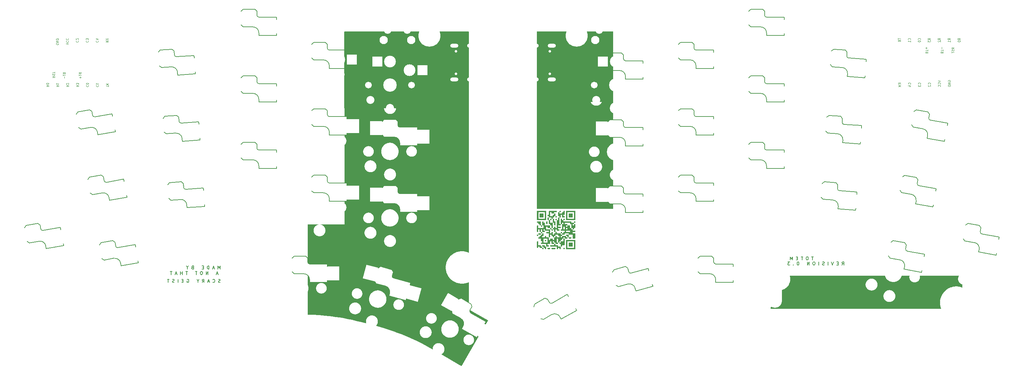
<source format=gbo>
G04 #@! TF.GenerationSoftware,KiCad,Pcbnew,8.0.5*
G04 #@! TF.CreationDate,2024-10-21T12:31:17+08:00*
G04 #@! TF.ProjectId,totem_0_3_usb_c,746f7465-6d5f-4305-9f33-5f7573625f63,0.3*
G04 #@! TF.SameCoordinates,Original*
G04 #@! TF.FileFunction,Legend,Bot*
G04 #@! TF.FilePolarity,Positive*
%FSLAX46Y46*%
G04 Gerber Fmt 4.6, Leading zero omitted, Abs format (unit mm)*
G04 Created by KiCad (PCBNEW 8.0.5) date 2024-10-21 12:31:17*
%MOMM*%
%LPD*%
G01*
G04 APERTURE LIST*
G04 Aperture macros list*
%AMRotRect*
0 Rectangle, with rotation*
0 The origin of the aperture is its center*
0 $1 length*
0 $2 width*
0 $3 Rotation angle, in degrees counterclockwise*
0 Add horizontal line*
21,1,$1,$2,0,0,$3*%
G04 Aperture macros list end*
%ADD10C,0.000000*%
%ADD11C,0.150000*%
%ADD12C,0.110000*%
%ADD13C,2.500000*%
%ADD14C,0.375000*%
%ADD15C,1.701800*%
%ADD16C,3.000000*%
%ADD17C,3.429000*%
%ADD18RotRect,2.600000X2.600000X10.000000*%
%ADD19C,2.032000*%
%ADD20R,2.600000X2.600000*%
%ADD21RotRect,2.600000X2.600000X4.000000*%
%ADD22C,0.500000*%
%ADD23RotRect,2.600000X2.600000X356.000000*%
%ADD24C,5.600000*%
%ADD25O,1.800000X2.750000*%
%ADD26C,1.397000*%
%ADD27RotRect,2.600000X2.600000X350.000000*%
%ADD28RotRect,2.600000X2.600000X345.000000*%
%ADD29C,0.650000*%
%ADD30O,2.100000X1.000000*%
%ADD31O,1.800000X1.000000*%
%ADD32C,0.900000*%
%ADD33C,1.800000*%
%ADD34C,2.100000*%
%ADD35RotRect,2.600000X2.600000X15.000000*%
%ADD36RotRect,2.600000X2.600000X30.000000*%
%ADD37RotRect,2.600000X2.600000X330.000000*%
G04 APERTURE END LIST*
D10*
G36*
X163258493Y-106971664D02*
G01*
X163264316Y-106972042D01*
X163270046Y-106972679D01*
X163275678Y-106973579D01*
X163281206Y-106974748D01*
X163286626Y-106976191D01*
X163291932Y-106977913D01*
X163297119Y-106979919D01*
X163302183Y-106982215D01*
X163307117Y-106984805D01*
X163311917Y-106987695D01*
X163316577Y-106990890D01*
X163321093Y-106994395D01*
X163325459Y-106998215D01*
X163329670Y-107002355D01*
X163333721Y-107006821D01*
X163337605Y-107010872D01*
X163341314Y-107015083D01*
X163344837Y-107019449D01*
X163348164Y-107023965D01*
X163351283Y-107028626D01*
X163354186Y-107033426D01*
X163356862Y-107038361D01*
X163359299Y-107043424D01*
X163361489Y-107048612D01*
X163363420Y-107053919D01*
X163365083Y-107059339D01*
X163366467Y-107064868D01*
X163367561Y-107070500D01*
X163368355Y-107076230D01*
X163368839Y-107082053D01*
X163369003Y-107087964D01*
X163369003Y-107193803D01*
X163368878Y-107199713D01*
X163368500Y-107205536D01*
X163367863Y-107211266D01*
X163366963Y-107216898D01*
X163365794Y-107222427D01*
X163364351Y-107227847D01*
X163362629Y-107233153D01*
X163360623Y-107238340D01*
X163358327Y-107243404D01*
X163355737Y-107248338D01*
X163352847Y-107253138D01*
X163349652Y-107257798D01*
X163346147Y-107262314D01*
X163342327Y-107266679D01*
X163338187Y-107270890D01*
X163333721Y-107274941D01*
X163329670Y-107278826D01*
X163325459Y-107282535D01*
X163321093Y-107286058D01*
X163316577Y-107289384D01*
X163311917Y-107292504D01*
X163307117Y-107295407D01*
X163302183Y-107298082D01*
X163297119Y-107300520D01*
X163291932Y-107302710D01*
X163286626Y-107304641D01*
X163281206Y-107306304D01*
X163275678Y-107307687D01*
X163270046Y-107308781D01*
X163264316Y-107309576D01*
X163258493Y-107310060D01*
X163252582Y-107310223D01*
X162472911Y-107310223D01*
X162467000Y-107310098D01*
X162461177Y-107309720D01*
X162455447Y-107309084D01*
X162449815Y-107308183D01*
X162444286Y-107307014D01*
X162438866Y-107305572D01*
X162433559Y-107303850D01*
X162428372Y-107301843D01*
X162423308Y-107299548D01*
X162418373Y-107296958D01*
X162413573Y-107294068D01*
X162408913Y-107290873D01*
X162404397Y-107287368D01*
X162400031Y-107283548D01*
X162395820Y-107279407D01*
X162391769Y-107274941D01*
X162387885Y-107270890D01*
X162384176Y-107266679D01*
X162380654Y-107262314D01*
X162377327Y-107257798D01*
X162374208Y-107253138D01*
X162371305Y-107248338D01*
X162368629Y-107243404D01*
X162366191Y-107238340D01*
X162364001Y-107233153D01*
X162362070Y-107227847D01*
X162360407Y-107222427D01*
X162359023Y-107216898D01*
X162357929Y-107211266D01*
X162357135Y-107205536D01*
X162356650Y-107199713D01*
X162356487Y-107193803D01*
X162356487Y-107087964D01*
X162356611Y-107082053D01*
X162356990Y-107076230D01*
X162357626Y-107070500D01*
X162358527Y-107064868D01*
X162359695Y-107059339D01*
X162361138Y-107053919D01*
X162362860Y-107048612D01*
X162364866Y-107043424D01*
X162367162Y-107038361D01*
X162369752Y-107033426D01*
X162372642Y-107028626D01*
X162375837Y-107023965D01*
X162379342Y-107019449D01*
X162383162Y-107015083D01*
X162387303Y-107010872D01*
X162391769Y-107006821D01*
X162396402Y-107002938D01*
X162401045Y-106999229D01*
X162405708Y-106995706D01*
X162410403Y-106992380D01*
X162415139Y-106989260D01*
X162419926Y-106986357D01*
X162424775Y-106983682D01*
X162429696Y-106981244D01*
X162434700Y-106979054D01*
X162439798Y-106977122D01*
X162444998Y-106975460D01*
X162450312Y-106974076D01*
X162455750Y-106972982D01*
X162461322Y-106972187D01*
X162467039Y-106971703D01*
X162472911Y-106971539D01*
X163252582Y-106971539D01*
X163258493Y-106971664D01*
G37*
G36*
X142293266Y-123316365D02*
G01*
X142296798Y-123319890D01*
X146152797Y-125545995D01*
X145542472Y-126600842D01*
X145306102Y-126463254D01*
X145634197Y-125895261D01*
X141735854Y-123644452D01*
X141697460Y-123620761D01*
X141662866Y-123596069D01*
X141631902Y-123570490D01*
X141604399Y-123544140D01*
X141580188Y-123517134D01*
X141559099Y-123489587D01*
X141540964Y-123461613D01*
X141525614Y-123433328D01*
X141512878Y-123404847D01*
X141502588Y-123376284D01*
X141494574Y-123347755D01*
X141488667Y-123319375D01*
X141484699Y-123291258D01*
X141482499Y-123263519D01*
X141481899Y-123236275D01*
X141482728Y-123209638D01*
X141488001Y-123158651D01*
X141496964Y-123111478D01*
X141508263Y-123069039D01*
X141520544Y-123032253D01*
X141542635Y-122979321D01*
X141552406Y-122960042D01*
X141584155Y-122907124D01*
X142293266Y-123316365D01*
G37*
G36*
X125286966Y-119997057D02*
G01*
X125285215Y-119996586D01*
X125288747Y-119989529D01*
X125286966Y-119997057D01*
G37*
G36*
X168438602Y-107313756D02*
G01*
X166074901Y-107313756D01*
X166074901Y-106960965D01*
X166074901Y-105306374D01*
X166427692Y-105306374D01*
X166427692Y-106960965D01*
X168082286Y-106960965D01*
X168082286Y-105306374D01*
X166427692Y-105306374D01*
X166074901Y-105306374D01*
X166074901Y-104950055D01*
X168438602Y-104950055D01*
X168438602Y-107313756D01*
G37*
G36*
X158873296Y-103598987D02*
G01*
X158879119Y-103599365D01*
X158884849Y-103600002D01*
X158890481Y-103600902D01*
X158896010Y-103602071D01*
X158901430Y-103603513D01*
X158906737Y-103605235D01*
X158911925Y-103607241D01*
X158916988Y-103609536D01*
X158921923Y-103612126D01*
X158926723Y-103615016D01*
X158931384Y-103618211D01*
X158935900Y-103621716D01*
X158940266Y-103625537D01*
X158944477Y-103629678D01*
X158948528Y-103634145D01*
X158952412Y-103638195D01*
X158956120Y-103642405D01*
X158959643Y-103646771D01*
X158962969Y-103651286D01*
X158966089Y-103655947D01*
X158968992Y-103660746D01*
X158971667Y-103665681D01*
X158974105Y-103670744D01*
X158976295Y-103675932D01*
X158978227Y-103681238D01*
X158979889Y-103686658D01*
X158981273Y-103692187D01*
X158982367Y-103697819D01*
X158983162Y-103703549D01*
X158983646Y-103709372D01*
X158983810Y-103715283D01*
X158983810Y-103821122D01*
X158983685Y-103827033D01*
X158983307Y-103832856D01*
X158982670Y-103838586D01*
X158981770Y-103844218D01*
X158980601Y-103849747D01*
X158979158Y-103855167D01*
X158977436Y-103860473D01*
X158975430Y-103865661D01*
X158973134Y-103870724D01*
X158970544Y-103875659D01*
X158967654Y-103880459D01*
X158964459Y-103885119D01*
X158960954Y-103889634D01*
X158957134Y-103894000D01*
X158952994Y-103898210D01*
X158948528Y-103902260D01*
X158944477Y-103906145D01*
X158940266Y-103909854D01*
X158935900Y-103913377D01*
X158931384Y-103916704D01*
X158926723Y-103919823D01*
X158921923Y-103922726D01*
X158916988Y-103925402D01*
X158911925Y-103927840D01*
X158906737Y-103930029D01*
X158901430Y-103931961D01*
X158896010Y-103933623D01*
X158890481Y-103935007D01*
X158884849Y-103936101D01*
X158879119Y-103936895D01*
X158873296Y-103937379D01*
X158867385Y-103937543D01*
X158761547Y-103937543D01*
X158755636Y-103937418D01*
X158749813Y-103937040D01*
X158744083Y-103936403D01*
X158738451Y-103935503D01*
X158732922Y-103934335D01*
X158727502Y-103932892D01*
X158722196Y-103931170D01*
X158717009Y-103929164D01*
X158711945Y-103926869D01*
X158707011Y-103924279D01*
X158702211Y-103921389D01*
X158697551Y-103918194D01*
X158693035Y-103914689D01*
X158688670Y-103910868D01*
X158684459Y-103906727D01*
X158680408Y-103902260D01*
X158676523Y-103898210D01*
X158672814Y-103894000D01*
X158669291Y-103889634D01*
X158665965Y-103885119D01*
X158662845Y-103880459D01*
X158659942Y-103875659D01*
X158657267Y-103870724D01*
X158654829Y-103865661D01*
X158652639Y-103860473D01*
X158650708Y-103855167D01*
X158649045Y-103849747D01*
X158647662Y-103844218D01*
X158646568Y-103838586D01*
X158645774Y-103832856D01*
X158645289Y-103827033D01*
X158645126Y-103821122D01*
X158645126Y-103715283D01*
X158645251Y-103709372D01*
X158645629Y-103703549D01*
X158646265Y-103697819D01*
X158647166Y-103692187D01*
X158648335Y-103686658D01*
X158649777Y-103681238D01*
X158651499Y-103675932D01*
X158653506Y-103670744D01*
X158655801Y-103665681D01*
X158658391Y-103660746D01*
X158661281Y-103655947D01*
X158664476Y-103651286D01*
X158667981Y-103646771D01*
X158671801Y-103642405D01*
X158675942Y-103638195D01*
X158680408Y-103634145D01*
X158684459Y-103630260D01*
X158688670Y-103626551D01*
X158693035Y-103623028D01*
X158697551Y-103619702D01*
X158702211Y-103616582D01*
X158707011Y-103613679D01*
X158711945Y-103611003D01*
X158717009Y-103608566D01*
X158722196Y-103606376D01*
X158727502Y-103604445D01*
X158732922Y-103602782D01*
X158738451Y-103601398D01*
X158744083Y-103600304D01*
X158749813Y-103599510D01*
X158755636Y-103599026D01*
X158761547Y-103598862D01*
X158867385Y-103598862D01*
X158873296Y-103598987D01*
G37*
G36*
X159557722Y-100229839D02*
G01*
X159563546Y-100230217D01*
X159569276Y-100230854D01*
X159574908Y-100231753D01*
X159580437Y-100232922D01*
X159585857Y-100234365D01*
X159591164Y-100236087D01*
X159596352Y-100238093D01*
X159601415Y-100240388D01*
X159606349Y-100242978D01*
X159611149Y-100245868D01*
X159615810Y-100249063D01*
X159620326Y-100252568D01*
X159624691Y-100256389D01*
X159628902Y-100260530D01*
X159632953Y-100264996D01*
X159636838Y-100269628D01*
X159640546Y-100274271D01*
X159644069Y-100278934D01*
X159647396Y-100283628D01*
X159650516Y-100288363D01*
X159653419Y-100293150D01*
X159656094Y-100297999D01*
X159658532Y-100302921D01*
X159660722Y-100307924D01*
X159662653Y-100313021D01*
X159664316Y-100318222D01*
X159665699Y-100323536D01*
X159666793Y-100328973D01*
X159667587Y-100334546D01*
X159668071Y-100340263D01*
X159668235Y-100346135D01*
X159668235Y-101125806D01*
X159668111Y-101131716D01*
X159667739Y-101137540D01*
X159667119Y-101143270D01*
X159666250Y-101148902D01*
X159665134Y-101154430D01*
X159663770Y-101159851D01*
X159662157Y-101165157D01*
X159660297Y-101170345D01*
X159658188Y-101175408D01*
X159655832Y-101180342D01*
X159653227Y-101185142D01*
X159650375Y-101189803D01*
X159647274Y-101194318D01*
X159643926Y-101198684D01*
X159640330Y-101202894D01*
X159636485Y-101206944D01*
X159632435Y-101210829D01*
X159628224Y-101214538D01*
X159623858Y-101218061D01*
X159619342Y-101221387D01*
X159614681Y-101224507D01*
X159609881Y-101227410D01*
X159604946Y-101230085D01*
X159599882Y-101232523D01*
X159594695Y-101234713D01*
X159589388Y-101236644D01*
X159583968Y-101238307D01*
X159578439Y-101239690D01*
X159572807Y-101240784D01*
X159567077Y-101241579D01*
X159561254Y-101242063D01*
X159555343Y-101242226D01*
X159449504Y-101242226D01*
X159443593Y-101242101D01*
X159437770Y-101241723D01*
X159432040Y-101241087D01*
X159426409Y-101240187D01*
X159420880Y-101239018D01*
X159415460Y-101237576D01*
X159410154Y-101235854D01*
X159404967Y-101233848D01*
X159399903Y-101231552D01*
X159394969Y-101228962D01*
X159390169Y-101226072D01*
X159385509Y-101222877D01*
X159380993Y-101219372D01*
X159376627Y-101215552D01*
X159372416Y-101211411D01*
X159368366Y-101206944D01*
X159364481Y-101202312D01*
X159360772Y-101197669D01*
X159357249Y-101193006D01*
X159353923Y-101188312D01*
X159350803Y-101183577D01*
X159347900Y-101178790D01*
X159345224Y-101173941D01*
X159342787Y-101169020D01*
X159340597Y-101164016D01*
X159338666Y-101158919D01*
X159337003Y-101153719D01*
X159335620Y-101148405D01*
X159334526Y-101142967D01*
X159333731Y-101137395D01*
X159333247Y-101131678D01*
X159333083Y-101125806D01*
X159333083Y-100903546D01*
X159110824Y-100903546D01*
X159104913Y-100903421D01*
X159099090Y-100903043D01*
X159093360Y-100902406D01*
X159087728Y-100901506D01*
X159082199Y-100900337D01*
X159076779Y-100898894D01*
X159071472Y-100897172D01*
X159066284Y-100895166D01*
X159061221Y-100892871D01*
X159056286Y-100890280D01*
X159051486Y-100887390D01*
X159046825Y-100884196D01*
X159042309Y-100880691D01*
X159037943Y-100876871D01*
X159033732Y-100872730D01*
X159029681Y-100868264D01*
X159025798Y-100863632D01*
X159022089Y-100858989D01*
X159018567Y-100854326D01*
X159015241Y-100849632D01*
X159012121Y-100844897D01*
X159009219Y-100840110D01*
X159006543Y-100835261D01*
X159004106Y-100830339D01*
X159001916Y-100825335D01*
X158999985Y-100820238D01*
X158998323Y-100815037D01*
X158996939Y-100809723D01*
X158995845Y-100804285D01*
X158995051Y-100798712D01*
X158994567Y-100792994D01*
X158994403Y-100787122D01*
X158994403Y-100564862D01*
X158772144Y-100564862D01*
X158766233Y-100564737D01*
X158760410Y-100564359D01*
X158754680Y-100563723D01*
X158749047Y-100562823D01*
X158743519Y-100561654D01*
X158738099Y-100560211D01*
X158732792Y-100558490D01*
X158727604Y-100556484D01*
X158722540Y-100554189D01*
X158717606Y-100551599D01*
X158712806Y-100548709D01*
X158708145Y-100545515D01*
X158703629Y-100542010D01*
X158699263Y-100538190D01*
X158695052Y-100534050D01*
X158691001Y-100529584D01*
X158687117Y-100524951D01*
X158683408Y-100520308D01*
X158679885Y-100515644D01*
X158676558Y-100510950D01*
X158673438Y-100506214D01*
X158670536Y-100501427D01*
X158667860Y-100496578D01*
X158665422Y-100491656D01*
X158663233Y-100486652D01*
X158661301Y-100481555D01*
X158659639Y-100476355D01*
X158658255Y-100471041D01*
X158657161Y-100465603D01*
X158656367Y-100460030D01*
X158655883Y-100454313D01*
X158655719Y-100448441D01*
X158655719Y-100346135D01*
X158655844Y-100340224D01*
X158656222Y-100334401D01*
X158656859Y-100328671D01*
X158657759Y-100323039D01*
X158658928Y-100317510D01*
X158660371Y-100312090D01*
X158662093Y-100306783D01*
X158664099Y-100301596D01*
X158666395Y-100296532D01*
X158668985Y-100291598D01*
X158671875Y-100286798D01*
X158675070Y-100282138D01*
X158678574Y-100277622D01*
X158682395Y-100273257D01*
X158686535Y-100269046D01*
X158691001Y-100264996D01*
X158695052Y-100261112D01*
X158699263Y-100257403D01*
X158703629Y-100253880D01*
X158708145Y-100250553D01*
X158712806Y-100247433D01*
X158717606Y-100244531D01*
X158722540Y-100241855D01*
X158727604Y-100239417D01*
X158732792Y-100237228D01*
X158738099Y-100235296D01*
X158743519Y-100233634D01*
X158749047Y-100232250D01*
X158754680Y-100231156D01*
X158760410Y-100230362D01*
X158766233Y-100229878D01*
X158772144Y-100229714D01*
X159551811Y-100229714D01*
X159557722Y-100229839D01*
G37*
G36*
X160835479Y-51729798D02*
G01*
X160874956Y-51795805D01*
X160918878Y-51858794D01*
X160967027Y-51918537D01*
X161019187Y-51974808D01*
X161075139Y-52027379D01*
X161134668Y-52076022D01*
X161197555Y-52120510D01*
X161263585Y-52160616D01*
X161332539Y-52196112D01*
X161404202Y-52226771D01*
X161478355Y-52252366D01*
X161554782Y-52272668D01*
X161633266Y-52287452D01*
X161713589Y-52296489D01*
X161795535Y-52299551D01*
X161836688Y-52298791D01*
X161877443Y-52296527D01*
X161917776Y-52292787D01*
X161957661Y-52287596D01*
X161997074Y-52280982D01*
X162035988Y-52272971D01*
X162074379Y-52263588D01*
X162112222Y-52252862D01*
X162149491Y-52240817D01*
X162186161Y-52227482D01*
X162222207Y-52212881D01*
X162257604Y-52197042D01*
X162292326Y-52179992D01*
X162326349Y-52161755D01*
X162359647Y-52142360D01*
X162392195Y-52121833D01*
X162423968Y-52100200D01*
X162454940Y-52077487D01*
X162485087Y-52053721D01*
X162514384Y-52028929D01*
X162542804Y-52003137D01*
X162570323Y-51976371D01*
X162596916Y-51948659D01*
X162622557Y-51920026D01*
X162647222Y-51890499D01*
X162670884Y-51860104D01*
X162693520Y-51828868D01*
X162715103Y-51796818D01*
X162735608Y-51763979D01*
X162755011Y-51730379D01*
X162773286Y-51696044D01*
X162790408Y-51661000D01*
X162924472Y-51661000D01*
X162880579Y-51707703D01*
X162838919Y-51756474D01*
X162799574Y-51807229D01*
X162762627Y-51859886D01*
X162728161Y-51914362D01*
X162696258Y-51970574D01*
X162667001Y-52028440D01*
X162640472Y-52087877D01*
X162616755Y-52148802D01*
X162595932Y-52211133D01*
X162578086Y-52274787D01*
X162563299Y-52339681D01*
X162551654Y-52405733D01*
X162543234Y-52472860D01*
X162538122Y-52540979D01*
X162536399Y-52610007D01*
X162536399Y-53393203D01*
X162537068Y-53436041D01*
X162539060Y-53478550D01*
X162542355Y-53520709D01*
X162546935Y-53562501D01*
X162559864Y-53644902D01*
X162577687Y-53725598D01*
X162600243Y-53804433D01*
X162627373Y-53881253D01*
X162658917Y-53955902D01*
X162694713Y-54028226D01*
X162734603Y-54098070D01*
X162778425Y-54165277D01*
X162826020Y-54229694D01*
X162877227Y-54291166D01*
X162931886Y-54349536D01*
X162989837Y-54404651D01*
X163050920Y-54456356D01*
X163114974Y-54504494D01*
X163050920Y-54552632D01*
X162989837Y-54604336D01*
X162931886Y-54659451D01*
X162877227Y-54717822D01*
X162826020Y-54779293D01*
X162778425Y-54843710D01*
X162734603Y-54910918D01*
X162694713Y-54980761D01*
X162658917Y-55053085D01*
X162627373Y-55127735D01*
X162600243Y-55204554D01*
X162577687Y-55283390D01*
X162559864Y-55364085D01*
X162546935Y-55446487D01*
X162539060Y-55530438D01*
X162536399Y-55615785D01*
X162536399Y-56391925D01*
X162538173Y-56461945D01*
X162543437Y-56531052D01*
X162552105Y-56599161D01*
X162564092Y-56666185D01*
X162579311Y-56732039D01*
X162597676Y-56796636D01*
X162619103Y-56859891D01*
X162643504Y-56921717D01*
X162670794Y-56982030D01*
X162700886Y-57040742D01*
X162733696Y-57097768D01*
X162769137Y-57153023D01*
X162807123Y-57206419D01*
X162847568Y-57257872D01*
X162890387Y-57307295D01*
X162935493Y-57354603D01*
X162982800Y-57399709D01*
X163032223Y-57442527D01*
X163083676Y-57482973D01*
X163137073Y-57520959D01*
X163192327Y-57556400D01*
X163249354Y-57589209D01*
X163308066Y-57619302D01*
X163368379Y-57646592D01*
X163430205Y-57670993D01*
X163493460Y-57692420D01*
X163558058Y-57710785D01*
X163623912Y-57726004D01*
X163690936Y-57737991D01*
X163759045Y-57746659D01*
X163828153Y-57751923D01*
X163898174Y-57753697D01*
X163968194Y-57751923D01*
X164037301Y-57746659D01*
X164105409Y-57737991D01*
X164172433Y-57726004D01*
X164238287Y-57710785D01*
X164302884Y-57692420D01*
X164366139Y-57670993D01*
X164427965Y-57646592D01*
X164488277Y-57619302D01*
X164546989Y-57589209D01*
X164604016Y-57556400D01*
X164659270Y-57520959D01*
X164712666Y-57482973D01*
X164764119Y-57442527D01*
X164813542Y-57399709D01*
X164860850Y-57354603D01*
X164905956Y-57307295D01*
X164948774Y-57257872D01*
X164989220Y-57206419D01*
X165027206Y-57153023D01*
X165062647Y-57097768D01*
X165095456Y-57040742D01*
X165125549Y-56982030D01*
X165152839Y-56921717D01*
X165177240Y-56859891D01*
X165198667Y-56796636D01*
X165217032Y-56732039D01*
X165232252Y-56666185D01*
X165244238Y-56599161D01*
X165252907Y-56531052D01*
X165258170Y-56461945D01*
X165259944Y-56391925D01*
X165259944Y-55615785D01*
X165259276Y-55572947D01*
X165257284Y-55530438D01*
X165253988Y-55488278D01*
X165249409Y-55446487D01*
X165236480Y-55364086D01*
X165218658Y-55283390D01*
X165196101Y-55204555D01*
X165168971Y-55127735D01*
X165137428Y-55053085D01*
X165101632Y-54980762D01*
X165061742Y-54910918D01*
X165017920Y-54843711D01*
X164970325Y-54779293D01*
X164919118Y-54717822D01*
X164864459Y-54659451D01*
X164806507Y-54604337D01*
X164745424Y-54552632D01*
X164681369Y-54504494D01*
X164700428Y-54491060D01*
X164719233Y-54477228D01*
X164737779Y-54463014D01*
X164756063Y-54448433D01*
X164774077Y-54433501D01*
X164791818Y-54418232D01*
X164809279Y-54402644D01*
X164826456Y-54386750D01*
X164843344Y-54370567D01*
X164859938Y-54354110D01*
X164876231Y-54337394D01*
X164892220Y-54320436D01*
X164907898Y-54303251D01*
X164923261Y-54285853D01*
X164953021Y-54250484D01*
X165078260Y-54530881D01*
X165223168Y-54799929D01*
X165386824Y-55056698D01*
X165568310Y-55300258D01*
X165766705Y-55529679D01*
X165981089Y-55744030D01*
X166210543Y-55942382D01*
X166454146Y-56123804D01*
X166710979Y-56287366D01*
X166980121Y-56432138D01*
X167260654Y-56557189D01*
X167551656Y-56661589D01*
X167852208Y-56744409D01*
X168161391Y-56804718D01*
X168478284Y-56841585D01*
X168801967Y-56854081D01*
X168941642Y-56851747D01*
X169080149Y-56844797D01*
X169217418Y-56833305D01*
X169353375Y-56817348D01*
X169487951Y-56797001D01*
X169621072Y-56772339D01*
X169752667Y-56743438D01*
X169882665Y-56710374D01*
X170010994Y-56673222D01*
X170137582Y-56632058D01*
X170262357Y-56586957D01*
X170385247Y-56537996D01*
X170506182Y-56485248D01*
X170625089Y-56428791D01*
X170741897Y-56368700D01*
X170856533Y-56305050D01*
X170968927Y-56237917D01*
X171079006Y-56167377D01*
X171291934Y-56016375D01*
X171494743Y-55852650D01*
X171686860Y-55676807D01*
X171867711Y-55489450D01*
X172036722Y-55291183D01*
X172193321Y-55082612D01*
X172336933Y-54864341D01*
X172391984Y-54923850D01*
X172449903Y-54980569D01*
X172510582Y-55034352D01*
X172573911Y-55085056D01*
X172639783Y-55132534D01*
X172708089Y-55176643D01*
X172778720Y-55217238D01*
X172851569Y-55254175D01*
X172926525Y-55287307D01*
X173003482Y-55316492D01*
X173082330Y-55341584D01*
X173162962Y-55362437D01*
X173245267Y-55378909D01*
X173329139Y-55390854D01*
X173414469Y-55398127D01*
X173501148Y-55400583D01*
X173580705Y-55398563D01*
X173659235Y-55392569D01*
X173736638Y-55382700D01*
X173812816Y-55369052D01*
X173887671Y-55351726D01*
X173961105Y-55330817D01*
X174033020Y-55306426D01*
X174103317Y-55278650D01*
X174171898Y-55247587D01*
X174238666Y-55213335D01*
X174303521Y-55175993D01*
X174366366Y-55135659D01*
X174427103Y-55092431D01*
X174485633Y-55046407D01*
X174541858Y-54997686D01*
X174595681Y-54946365D01*
X174647001Y-54892543D01*
X174695723Y-54836317D01*
X174741747Y-54777787D01*
X174784975Y-54717051D01*
X174825309Y-54654206D01*
X174862651Y-54589350D01*
X174896903Y-54522583D01*
X174927966Y-54454001D01*
X174955742Y-54383704D01*
X174980133Y-54311789D01*
X175001042Y-54238355D01*
X175018369Y-54163500D01*
X175032016Y-54087322D01*
X175041886Y-54009919D01*
X175047880Y-53931389D01*
X175049899Y-53851831D01*
X175047931Y-53772924D01*
X175042086Y-53695025D01*
X175032458Y-53618232D01*
X175019140Y-53542643D01*
X175002226Y-53468356D01*
X174981808Y-53395470D01*
X174957979Y-53324082D01*
X174930832Y-53254292D01*
X174900461Y-53186196D01*
X174866958Y-53119893D01*
X174830417Y-53055482D01*
X174790930Y-52993061D01*
X174748591Y-52932727D01*
X174703492Y-52874580D01*
X174655727Y-52818716D01*
X174605388Y-52765235D01*
X174598316Y-52765235D01*
X174656838Y-52759424D01*
X174714630Y-52751284D01*
X174771641Y-52740862D01*
X174827823Y-52728206D01*
X174883126Y-52713364D01*
X174937501Y-52696384D01*
X174990900Y-52677314D01*
X175043273Y-52656201D01*
X175094571Y-52633093D01*
X175144745Y-52608038D01*
X175193745Y-52581084D01*
X175241524Y-52552279D01*
X175288031Y-52521670D01*
X175333218Y-52489306D01*
X175377036Y-52455233D01*
X175419435Y-52419500D01*
X175460366Y-52382155D01*
X175499781Y-52343245D01*
X175537629Y-52302819D01*
X175573863Y-52260924D01*
X175608433Y-52217607D01*
X175641289Y-52172917D01*
X175672384Y-52126902D01*
X175701667Y-52079608D01*
X175729089Y-52031085D01*
X175754603Y-51981380D01*
X175778157Y-51930540D01*
X175799704Y-51878614D01*
X175819194Y-51825649D01*
X175836579Y-51771693D01*
X175851808Y-51716794D01*
X175864833Y-51661000D01*
X178073306Y-51661000D01*
X178073306Y-57143375D01*
X177247775Y-57143375D01*
X176873813Y-57556140D01*
X173698696Y-57556140D01*
X173698696Y-61158134D01*
X176760921Y-61158134D01*
X177247775Y-61644985D01*
X178073306Y-61644985D01*
X178073306Y-63197264D01*
X177908242Y-63257197D01*
X177749483Y-63329451D01*
X177597628Y-63413445D01*
X177453277Y-63508602D01*
X177317029Y-63614343D01*
X177189483Y-63730088D01*
X177071240Y-63855260D01*
X176962898Y-63989280D01*
X176865057Y-64131567D01*
X176778316Y-64281545D01*
X176703276Y-64438633D01*
X176640535Y-64602254D01*
X176590693Y-64771827D01*
X176554349Y-64946776D01*
X176541426Y-65036084D01*
X176532103Y-65126520D01*
X176526454Y-65218009D01*
X176524555Y-65310481D01*
X176526454Y-65402962D01*
X176532103Y-65494481D01*
X176541426Y-65584961D01*
X176554349Y-65674331D01*
X176570796Y-65762514D01*
X176590693Y-65849437D01*
X176613964Y-65935025D01*
X176640535Y-66019204D01*
X176670330Y-66101900D01*
X176703276Y-66183039D01*
X176739296Y-66262546D01*
X176778316Y-66340347D01*
X176820261Y-66416368D01*
X176865057Y-66490534D01*
X176912627Y-66562771D01*
X176962898Y-66633005D01*
X177015793Y-66701162D01*
X177071240Y-66767166D01*
X177129161Y-66830945D01*
X177189483Y-66892423D01*
X177252131Y-66951527D01*
X177317029Y-67008182D01*
X177384103Y-67062314D01*
X177453277Y-67113848D01*
X177524477Y-67162710D01*
X177597628Y-67208827D01*
X177672655Y-67252123D01*
X177749483Y-67292524D01*
X177828037Y-67329956D01*
X177908242Y-67364346D01*
X177990024Y-67395617D01*
X178073306Y-67423697D01*
X178073306Y-69875594D01*
X177984505Y-69926074D01*
X177899523Y-69982099D01*
X177818623Y-70043427D01*
X177742069Y-70109814D01*
X177670125Y-70181017D01*
X177603054Y-70256794D01*
X177541120Y-70336901D01*
X177484586Y-70421097D01*
X177433716Y-70509137D01*
X177388774Y-70600779D01*
X177350023Y-70695780D01*
X177317726Y-70793898D01*
X177292148Y-70894889D01*
X177273551Y-70998510D01*
X177262200Y-71104519D01*
X177258357Y-71212672D01*
X177259323Y-71267002D01*
X177262200Y-71320825D01*
X177266953Y-71374113D01*
X177273551Y-71426834D01*
X177281960Y-71478958D01*
X177292148Y-71530455D01*
X177304081Y-71581295D01*
X177317726Y-71631446D01*
X177333051Y-71680879D01*
X177350023Y-71729563D01*
X177368608Y-71777469D01*
X177388774Y-71824564D01*
X177410488Y-71870820D01*
X177433716Y-71916206D01*
X177458427Y-71960692D01*
X177484586Y-72004246D01*
X177512161Y-72046840D01*
X177541120Y-72088441D01*
X177571428Y-72129021D01*
X177603054Y-72168549D01*
X177635964Y-72206993D01*
X177670125Y-72244325D01*
X177705504Y-72280514D01*
X177742069Y-72315528D01*
X177779786Y-72349339D01*
X177818623Y-72381915D01*
X177858546Y-72413227D01*
X177899523Y-72443243D01*
X177941520Y-72471933D01*
X177984505Y-72499268D01*
X178028445Y-72525216D01*
X178073306Y-72549748D01*
X178073306Y-74207865D01*
X177247775Y-74207865D01*
X176842067Y-74659438D01*
X173688113Y-74659438D01*
X173688113Y-78257903D01*
X176796199Y-78257903D01*
X177247775Y-78709475D01*
X178073306Y-78709475D01*
X178073306Y-80293505D01*
X177906961Y-80352858D01*
X177747002Y-80424686D01*
X177594031Y-80508400D01*
X177448645Y-80603411D01*
X177311445Y-80709129D01*
X177183031Y-80824966D01*
X177064002Y-80950332D01*
X176954956Y-81084639D01*
X176856495Y-81227297D01*
X176769216Y-81377717D01*
X176693721Y-81535310D01*
X176630607Y-81699487D01*
X176580476Y-81869658D01*
X176543925Y-82045236D01*
X176530930Y-82134867D01*
X176521555Y-82225629D01*
X176515875Y-82317448D01*
X176513965Y-82410250D01*
X176515875Y-82503062D01*
X176521555Y-82594910D01*
X176530930Y-82685717D01*
X176543925Y-82775409D01*
X176560465Y-82863910D01*
X176580476Y-82951144D01*
X176603881Y-83037036D01*
X176630607Y-83121510D01*
X176660579Y-83204490D01*
X176693721Y-83285901D01*
X176729958Y-83365667D01*
X176769216Y-83443714D01*
X176811420Y-83519964D01*
X176856495Y-83594343D01*
X176904365Y-83666775D01*
X176954956Y-83737185D01*
X177008194Y-83805496D01*
X177064002Y-83871634D01*
X177122306Y-83935522D01*
X177183031Y-83997085D01*
X177246103Y-84056248D01*
X177311445Y-84112935D01*
X177378985Y-84167070D01*
X177448645Y-84218579D01*
X177520352Y-84267384D01*
X177594031Y-84313411D01*
X177669605Y-84356584D01*
X177747002Y-84396827D01*
X177826145Y-84434065D01*
X177906961Y-84468223D01*
X177989373Y-84499224D01*
X178073306Y-84526994D01*
X178073306Y-86968308D01*
X177983805Y-87018208D01*
X177898056Y-87073809D01*
X177816338Y-87134856D01*
X177738929Y-87201096D01*
X177666109Y-87272277D01*
X177598157Y-87348145D01*
X177535352Y-87428447D01*
X177477973Y-87512930D01*
X177426300Y-87601340D01*
X177380611Y-87693425D01*
X177341185Y-87788930D01*
X177308302Y-87887604D01*
X177282240Y-87989193D01*
X177263279Y-88093443D01*
X177251698Y-88200101D01*
X177247775Y-88308915D01*
X177248762Y-88363565D01*
X177251698Y-88417689D01*
X177256548Y-88471258D01*
X177263279Y-88524241D01*
X177271854Y-88576609D01*
X177282239Y-88628333D01*
X177294400Y-88679383D01*
X177308301Y-88729728D01*
X177323907Y-88779339D01*
X177341183Y-88828187D01*
X177360096Y-88876241D01*
X177380609Y-88923473D01*
X177402688Y-88969852D01*
X177426297Y-89015348D01*
X177451403Y-89059932D01*
X177477970Y-89103575D01*
X177505964Y-89146246D01*
X177535349Y-89187916D01*
X177566090Y-89228554D01*
X177598154Y-89268132D01*
X177631503Y-89306620D01*
X177666105Y-89343987D01*
X177701924Y-89380205D01*
X177738925Y-89415243D01*
X177777074Y-89449072D01*
X177816335Y-89481662D01*
X177856673Y-89512983D01*
X177898054Y-89543005D01*
X177940443Y-89571700D01*
X177983804Y-89599037D01*
X178028104Y-89624986D01*
X178073306Y-89649518D01*
X178073306Y-91208855D01*
X177247775Y-91208855D01*
X176842067Y-91660428D01*
X173674007Y-91660428D01*
X173674007Y-95262421D01*
X176799731Y-95262421D01*
X177247783Y-95710465D01*
X178073306Y-95710465D01*
X178073306Y-97051068D01*
X158623943Y-97051068D01*
X158623943Y-86209809D01*
X172252262Y-86209809D01*
X172254240Y-86287724D01*
X172260112Y-86364633D01*
X172269781Y-86440441D01*
X172283151Y-86515050D01*
X172300126Y-86588364D01*
X172320609Y-86660288D01*
X172344504Y-86730724D01*
X172371714Y-86799577D01*
X172402144Y-86866751D01*
X172435698Y-86932149D01*
X172472279Y-86995675D01*
X172511790Y-87057232D01*
X172554136Y-87116725D01*
X172599221Y-87174057D01*
X172646947Y-87229132D01*
X172697219Y-87281854D01*
X172749941Y-87332126D01*
X172805016Y-87379852D01*
X172862348Y-87424937D01*
X172921841Y-87467283D01*
X172983399Y-87506794D01*
X173046925Y-87543375D01*
X173112323Y-87576928D01*
X173179497Y-87607358D01*
X173248350Y-87634569D01*
X173318787Y-87658464D01*
X173390711Y-87678947D01*
X173464026Y-87695921D01*
X173538635Y-87709291D01*
X173614442Y-87718960D01*
X173691352Y-87724832D01*
X173769267Y-87726811D01*
X173847183Y-87724832D01*
X173924092Y-87718960D01*
X173999900Y-87709291D01*
X174074509Y-87695921D01*
X174147824Y-87678947D01*
X174219747Y-87658464D01*
X174290184Y-87634569D01*
X174359037Y-87607358D01*
X174426210Y-87576928D01*
X174491608Y-87543375D01*
X174555134Y-87506794D01*
X174616691Y-87467283D01*
X174676184Y-87424937D01*
X174733516Y-87379852D01*
X174788590Y-87332126D01*
X174841312Y-87281854D01*
X174891584Y-87229132D01*
X174939310Y-87174057D01*
X174984394Y-87116725D01*
X175026739Y-87057232D01*
X175066251Y-86995675D01*
X175102831Y-86932149D01*
X175136384Y-86866751D01*
X175166814Y-86799577D01*
X175194025Y-86730724D01*
X175217919Y-86660288D01*
X175238402Y-86588364D01*
X175255376Y-86515050D01*
X175268746Y-86440441D01*
X175278415Y-86364633D01*
X175284287Y-86287724D01*
X175286266Y-86209809D01*
X175284287Y-86131894D01*
X175278415Y-86054985D01*
X175268746Y-85979177D01*
X175255376Y-85904568D01*
X175238402Y-85831254D01*
X175217919Y-85759330D01*
X175194025Y-85688894D01*
X175166814Y-85620041D01*
X175136384Y-85552867D01*
X175102831Y-85487469D01*
X175066251Y-85423943D01*
X175026739Y-85362386D01*
X174984394Y-85302893D01*
X174939310Y-85245561D01*
X174891584Y-85190486D01*
X174841312Y-85137764D01*
X174788590Y-85087492D01*
X174733516Y-85039766D01*
X174676184Y-84994681D01*
X174616691Y-84952335D01*
X174555134Y-84912824D01*
X174491608Y-84876243D01*
X174426210Y-84842690D01*
X174359037Y-84812260D01*
X174290184Y-84785049D01*
X174219747Y-84761154D01*
X174147824Y-84740671D01*
X174074509Y-84723697D01*
X173999900Y-84710327D01*
X173924092Y-84700658D01*
X173847183Y-84694786D01*
X173769267Y-84692807D01*
X173691352Y-84694786D01*
X173614442Y-84700658D01*
X173538635Y-84710327D01*
X173464026Y-84723697D01*
X173390711Y-84740671D01*
X173318787Y-84761154D01*
X173248350Y-84785049D01*
X173179497Y-84812260D01*
X173112323Y-84842690D01*
X173046925Y-84876243D01*
X172983399Y-84912824D01*
X172921841Y-84952335D01*
X172862348Y-84994681D01*
X172805016Y-85039766D01*
X172749941Y-85087492D01*
X172697219Y-85137764D01*
X172646947Y-85190486D01*
X172599221Y-85245561D01*
X172554136Y-85302893D01*
X172511790Y-85362386D01*
X172472279Y-85423943D01*
X172435698Y-85487469D01*
X172402144Y-85552867D01*
X172371714Y-85620041D01*
X172344504Y-85688894D01*
X172320609Y-85759330D01*
X172300126Y-85831254D01*
X172283151Y-85904568D01*
X172269781Y-85979177D01*
X172260112Y-86054985D01*
X172254240Y-86131894D01*
X172252262Y-86209809D01*
X158623943Y-86209809D01*
X158623943Y-82410250D01*
X171917117Y-82410250D01*
X171918881Y-82479619D01*
X171924114Y-82548096D01*
X171932730Y-82615595D01*
X171944645Y-82682030D01*
X171959771Y-82747316D01*
X171978023Y-82811365D01*
X171999314Y-82874093D01*
X172023560Y-82935413D01*
X172050675Y-82995240D01*
X172080571Y-83053487D01*
X172113164Y-83110069D01*
X172148367Y-83164899D01*
X172186094Y-83217893D01*
X172226260Y-83268963D01*
X172268779Y-83318025D01*
X172313565Y-83364991D01*
X172360531Y-83409777D01*
X172409592Y-83452296D01*
X172460663Y-83492463D01*
X172513656Y-83530190D01*
X172568487Y-83565393D01*
X172625068Y-83597986D01*
X172683316Y-83627883D01*
X172743142Y-83654997D01*
X172804463Y-83679243D01*
X172867190Y-83700535D01*
X172931240Y-83718787D01*
X172996525Y-83733914D01*
X173062960Y-83745828D01*
X173130460Y-83754445D01*
X173198937Y-83759677D01*
X173268306Y-83761441D01*
X173337675Y-83759677D01*
X173406151Y-83754445D01*
X173473650Y-83745828D01*
X173540085Y-83733914D01*
X173605370Y-83718787D01*
X173669419Y-83700535D01*
X173732147Y-83679243D01*
X173793467Y-83654997D01*
X173853293Y-83627883D01*
X173911540Y-83597986D01*
X173968122Y-83565393D01*
X174022953Y-83530190D01*
X174075946Y-83492463D01*
X174127017Y-83452296D01*
X174176078Y-83409777D01*
X174223045Y-83364991D01*
X174267830Y-83318025D01*
X174310349Y-83268963D01*
X174350516Y-83217893D01*
X174388244Y-83164899D01*
X174423447Y-83110069D01*
X174456040Y-83053487D01*
X174485936Y-82995240D01*
X174513051Y-82935413D01*
X174537297Y-82874093D01*
X174558589Y-82811365D01*
X174576841Y-82747316D01*
X174591967Y-82682030D01*
X174603882Y-82615595D01*
X174612498Y-82548096D01*
X174617731Y-82479619D01*
X174619495Y-82410250D01*
X174617731Y-82340881D01*
X174612498Y-82272404D01*
X174603882Y-82204906D01*
X174591967Y-82138470D01*
X174576841Y-82073185D01*
X174558589Y-82009136D01*
X174537297Y-81946408D01*
X174513051Y-81885088D01*
X174485936Y-81825261D01*
X174456040Y-81767014D01*
X174423447Y-81710432D01*
X174388244Y-81655601D01*
X174350516Y-81602608D01*
X174310349Y-81551537D01*
X174267830Y-81502476D01*
X174223045Y-81455509D01*
X174176078Y-81410724D01*
X174127017Y-81368205D01*
X174075946Y-81328038D01*
X174022953Y-81290311D01*
X173968122Y-81255107D01*
X173911540Y-81222515D01*
X173853293Y-81192618D01*
X173793467Y-81165504D01*
X173732147Y-81141258D01*
X173669419Y-81119966D01*
X173605370Y-81101714D01*
X173540085Y-81086587D01*
X173473650Y-81074673D01*
X173406151Y-81066056D01*
X173337675Y-81060823D01*
X173268306Y-81059060D01*
X173198937Y-81060823D01*
X173130460Y-81066056D01*
X173062960Y-81074673D01*
X172996525Y-81086587D01*
X172931240Y-81101714D01*
X172867190Y-81119966D01*
X172804463Y-81141258D01*
X172743142Y-81165504D01*
X172683316Y-81192618D01*
X172625068Y-81222515D01*
X172568487Y-81255107D01*
X172513656Y-81290311D01*
X172460663Y-81328038D01*
X172409592Y-81368205D01*
X172360531Y-81410724D01*
X172313565Y-81455509D01*
X172268779Y-81502476D01*
X172226260Y-81551537D01*
X172186094Y-81602608D01*
X172148367Y-81655601D01*
X172113164Y-81710432D01*
X172080571Y-81767014D01*
X172050675Y-81825261D01*
X172023560Y-81885088D01*
X171999314Y-81946408D01*
X171978023Y-82009136D01*
X171959771Y-82073185D01*
X171944645Y-82138470D01*
X171932730Y-82204906D01*
X171924114Y-82272404D01*
X171918881Y-82340881D01*
X171917117Y-82410250D01*
X158623943Y-82410250D01*
X158623943Y-69113564D01*
X172262851Y-69113564D01*
X172264830Y-69191479D01*
X172270702Y-69268388D01*
X172280371Y-69344195D01*
X172293741Y-69418804D01*
X172310715Y-69492118D01*
X172331198Y-69564041D01*
X172355092Y-69634478D01*
X172382303Y-69703331D01*
X172412733Y-69770504D01*
X172446286Y-69835902D01*
X172482866Y-69899428D01*
X172522377Y-69960985D01*
X172564723Y-70020478D01*
X172609807Y-70077810D01*
X172657533Y-70132885D01*
X172707805Y-70185607D01*
X172760526Y-70235879D01*
X172815601Y-70283605D01*
X172872933Y-70328690D01*
X172932426Y-70371036D01*
X172993983Y-70410547D01*
X173057509Y-70447128D01*
X173122907Y-70480681D01*
X173190080Y-70511111D01*
X173258933Y-70538322D01*
X173329370Y-70562217D01*
X173401293Y-70582700D01*
X173474608Y-70599674D01*
X173549217Y-70613045D01*
X173625024Y-70622714D01*
X173701934Y-70628586D01*
X173779849Y-70630564D01*
X173857765Y-70628586D01*
X173934674Y-70622714D01*
X174010482Y-70613045D01*
X174085091Y-70599674D01*
X174158406Y-70582700D01*
X174230330Y-70562217D01*
X174300767Y-70538322D01*
X174369620Y-70511111D01*
X174436794Y-70480681D01*
X174502192Y-70447128D01*
X174565718Y-70410547D01*
X174627275Y-70371036D01*
X174686768Y-70328690D01*
X174744101Y-70283605D01*
X174799176Y-70235879D01*
X174851898Y-70185607D01*
X174902170Y-70132885D01*
X174949896Y-70077810D01*
X174994981Y-70020478D01*
X175037327Y-69960985D01*
X175076838Y-69899428D01*
X175113419Y-69835902D01*
X175146972Y-69770504D01*
X175177403Y-69703331D01*
X175204613Y-69634478D01*
X175228508Y-69564041D01*
X175248991Y-69492118D01*
X175265965Y-69418804D01*
X175279335Y-69344195D01*
X175289005Y-69268388D01*
X175294877Y-69191479D01*
X175296855Y-69113564D01*
X175294877Y-69035649D01*
X175289005Y-68958740D01*
X175279335Y-68882933D01*
X175265965Y-68808325D01*
X175248991Y-68735011D01*
X175228508Y-68663087D01*
X175204613Y-68592651D01*
X175177403Y-68523798D01*
X175146972Y-68456624D01*
X175113419Y-68391227D01*
X175076838Y-68327701D01*
X175037327Y-68266143D01*
X174994981Y-68206651D01*
X174949896Y-68149319D01*
X174902170Y-68094243D01*
X174851898Y-68041522D01*
X174799176Y-67991250D01*
X174744101Y-67943523D01*
X174686768Y-67898439D01*
X174627275Y-67856093D01*
X174565718Y-67816581D01*
X174502192Y-67780001D01*
X174436794Y-67746447D01*
X174369620Y-67716017D01*
X174300767Y-67688806D01*
X174230330Y-67664911D01*
X174158406Y-67644429D01*
X174085091Y-67627454D01*
X174010482Y-67614084D01*
X173934674Y-67604415D01*
X173857765Y-67598543D01*
X173779849Y-67596564D01*
X173701934Y-67598543D01*
X173625024Y-67604415D01*
X173549217Y-67614084D01*
X173474608Y-67627454D01*
X173401293Y-67644429D01*
X173329370Y-67664911D01*
X173258933Y-67688806D01*
X173190080Y-67716017D01*
X173122907Y-67746447D01*
X173057509Y-67780001D01*
X172993983Y-67816581D01*
X172932426Y-67856093D01*
X172872933Y-67898439D01*
X172815601Y-67943523D01*
X172760526Y-67991250D01*
X172707805Y-68041522D01*
X172657533Y-68094243D01*
X172609807Y-68149319D01*
X172564723Y-68206651D01*
X172522377Y-68266143D01*
X172482866Y-68327701D01*
X172446286Y-68391227D01*
X172412733Y-68456624D01*
X172382303Y-68523798D01*
X172355092Y-68592651D01*
X172331198Y-68663087D01*
X172310715Y-68735011D01*
X172293741Y-68808325D01*
X172280371Y-68882933D01*
X172270702Y-68958740D01*
X172264830Y-69035649D01*
X172262851Y-69113564D01*
X158623943Y-69113564D01*
X158623943Y-65314007D01*
X171931224Y-65314007D01*
X171932988Y-65383376D01*
X171938221Y-65451853D01*
X171946837Y-65519352D01*
X171958751Y-65585787D01*
X171973877Y-65651072D01*
X171992129Y-65715121D01*
X172013421Y-65777849D01*
X172037667Y-65839169D01*
X172064781Y-65898996D01*
X172094678Y-65957243D01*
X172127270Y-66013825D01*
X172162473Y-66068656D01*
X172200201Y-66121649D01*
X172240367Y-66172720D01*
X172282886Y-66221781D01*
X172327671Y-66268747D01*
X172374638Y-66313533D01*
X172423699Y-66356052D01*
X172474769Y-66396218D01*
X172527763Y-66433946D01*
X172582593Y-66469149D01*
X172639175Y-66501742D01*
X172697422Y-66531638D01*
X172757249Y-66558753D01*
X172818569Y-66582999D01*
X172881297Y-66604291D01*
X172945347Y-66622543D01*
X173010632Y-66637669D01*
X173077067Y-66649583D01*
X173144566Y-66658200D01*
X173213043Y-66663433D01*
X173282413Y-66665196D01*
X173351782Y-66663433D01*
X173420259Y-66658200D01*
X173487759Y-66649583D01*
X173554194Y-66637669D01*
X173619479Y-66622543D01*
X173683529Y-66604291D01*
X173746256Y-66582999D01*
X173807577Y-66558753D01*
X173867403Y-66531638D01*
X173925650Y-66501742D01*
X173982232Y-66469149D01*
X174037063Y-66433946D01*
X174090056Y-66396218D01*
X174141127Y-66356052D01*
X174190188Y-66313533D01*
X174237154Y-66268747D01*
X174281940Y-66221781D01*
X174324459Y-66172720D01*
X174364625Y-66121649D01*
X174402352Y-66068656D01*
X174437555Y-66013825D01*
X174470148Y-65957243D01*
X174500044Y-65898996D01*
X174527158Y-65839169D01*
X174551404Y-65777849D01*
X174572696Y-65715121D01*
X174590948Y-65651072D01*
X174606074Y-65585787D01*
X174617989Y-65519352D01*
X174626605Y-65451853D01*
X174631838Y-65383376D01*
X174633601Y-65314007D01*
X174631838Y-65244638D01*
X174626605Y-65176161D01*
X174617989Y-65108662D01*
X174606074Y-65042227D01*
X174590948Y-64976941D01*
X174572696Y-64912892D01*
X174551404Y-64850164D01*
X174527158Y-64788844D01*
X174500044Y-64729018D01*
X174470148Y-64670770D01*
X174437555Y-64614189D01*
X174402352Y-64559358D01*
X174364625Y-64506364D01*
X174324459Y-64455294D01*
X174281940Y-64406233D01*
X174237154Y-64359266D01*
X174190188Y-64314480D01*
X174141127Y-64271961D01*
X174090056Y-64231795D01*
X174037063Y-64194067D01*
X173982232Y-64158864D01*
X173925650Y-64126271D01*
X173867403Y-64096375D01*
X173807577Y-64069261D01*
X173746256Y-64045015D01*
X173683529Y-64023723D01*
X173619479Y-64005470D01*
X173554194Y-63990344D01*
X173487759Y-63978430D01*
X173420259Y-63969813D01*
X173351782Y-63964580D01*
X173282413Y-63962817D01*
X173213043Y-63964580D01*
X173144566Y-63969813D01*
X173077067Y-63978430D01*
X173010632Y-63990344D01*
X172945347Y-64005470D01*
X172881297Y-64023723D01*
X172818569Y-64045015D01*
X172757249Y-64069261D01*
X172697422Y-64096375D01*
X172639175Y-64126271D01*
X172582593Y-64158864D01*
X172527763Y-64194067D01*
X172474769Y-64231795D01*
X172423699Y-64271961D01*
X172374638Y-64314480D01*
X172327671Y-64359266D01*
X172282886Y-64406233D01*
X172240367Y-64455294D01*
X172200201Y-64506364D01*
X172162473Y-64559358D01*
X172127270Y-64614189D01*
X172094678Y-64670770D01*
X172064781Y-64729018D01*
X172037667Y-64788844D01*
X172013421Y-64850164D01*
X171992129Y-64912892D01*
X171973877Y-64976941D01*
X171958751Y-65042227D01*
X171946837Y-65108662D01*
X171938221Y-65176161D01*
X171932988Y-65244638D01*
X171931224Y-65314007D01*
X158623943Y-65314007D01*
X158623943Y-62717465D01*
X158672459Y-62776354D01*
X158723999Y-62832529D01*
X158778442Y-62885841D01*
X158835672Y-62936141D01*
X158895568Y-62983277D01*
X158958011Y-63027102D01*
X159022884Y-63067463D01*
X159090066Y-63104213D01*
X159159440Y-63137200D01*
X159230886Y-63166275D01*
X159304286Y-63191288D01*
X159379520Y-63212090D01*
X159456470Y-63228529D01*
X159535017Y-63240458D01*
X159615042Y-63247724D01*
X159696426Y-63250180D01*
X159766446Y-63248406D01*
X159835554Y-63243142D01*
X159903662Y-63234474D01*
X159970687Y-63222487D01*
X160036540Y-63207268D01*
X160101138Y-63188902D01*
X160164393Y-63167476D01*
X160226219Y-63143075D01*
X160286532Y-63115785D01*
X160345244Y-63085692D01*
X160402270Y-63052882D01*
X160457525Y-63017441D01*
X160510921Y-62979455D01*
X160562374Y-62939010D01*
X160611797Y-62896191D01*
X160659105Y-62851085D01*
X160704211Y-62803778D01*
X160747030Y-62754354D01*
X160787475Y-62702902D01*
X160825461Y-62649505D01*
X160860902Y-62594250D01*
X160893712Y-62537224D01*
X160923805Y-62478512D01*
X160951095Y-62418199D01*
X160975496Y-62356373D01*
X160996922Y-62293118D01*
X161015288Y-62228521D01*
X161030507Y-62162667D01*
X161042494Y-62095643D01*
X161051162Y-62027534D01*
X161056426Y-61958427D01*
X161058200Y-61888406D01*
X161058200Y-61112266D01*
X161056426Y-61042246D01*
X161051162Y-60973139D01*
X161042494Y-60905030D01*
X161030507Y-60838006D01*
X161015288Y-60772152D01*
X160996922Y-60707555D01*
X160975496Y-60644300D01*
X160951095Y-60582474D01*
X160923805Y-60522161D01*
X160893712Y-60463449D01*
X160860902Y-60406422D01*
X160849756Y-60389045D01*
X160825461Y-60351168D01*
X160787475Y-60297772D01*
X160747030Y-60246319D01*
X160704211Y-60196896D01*
X160659105Y-60149588D01*
X160611797Y-60104482D01*
X160562374Y-60061664D01*
X160510921Y-60021218D01*
X160457525Y-59983232D01*
X160402270Y-59947791D01*
X160345244Y-59914982D01*
X160286532Y-59884889D01*
X160226219Y-59857599D01*
X160164393Y-59833198D01*
X160101138Y-59811771D01*
X160036540Y-59793406D01*
X159970687Y-59778186D01*
X159903662Y-59766200D01*
X159835554Y-59757531D01*
X159766446Y-59752268D01*
X159696426Y-59750494D01*
X159615042Y-59752949D01*
X159535018Y-59760216D01*
X159456472Y-59772144D01*
X159379522Y-59788584D01*
X159304288Y-59809386D01*
X159230889Y-59834399D01*
X159159443Y-59863474D01*
X159090069Y-59896461D01*
X159022887Y-59933210D01*
X158958014Y-59973572D01*
X158895570Y-60017396D01*
X158835674Y-60064533D01*
X158778444Y-60114833D01*
X158724000Y-60168145D01*
X158672460Y-60224320D01*
X158623943Y-60283209D01*
X158623943Y-59612906D01*
X162539932Y-59612906D01*
X162539932Y-60389045D01*
X162541705Y-60459066D01*
X162546969Y-60528173D01*
X162555638Y-60596282D01*
X162567624Y-60663306D01*
X162582843Y-60729160D01*
X162601209Y-60793757D01*
X162622635Y-60857012D01*
X162647036Y-60918838D01*
X162674326Y-60979151D01*
X162704419Y-61037863D01*
X162737228Y-61094889D01*
X162772669Y-61150144D01*
X162810655Y-61203541D01*
X162851100Y-61254993D01*
X162893919Y-61304416D01*
X162939025Y-61351724D01*
X162986332Y-61396830D01*
X163035755Y-61439649D01*
X163087208Y-61480094D01*
X163140604Y-61518080D01*
X163195859Y-61553521D01*
X163252885Y-61586331D01*
X163311597Y-61616424D01*
X163371909Y-61643714D01*
X163433736Y-61668115D01*
X163496991Y-61689541D01*
X163561588Y-61707907D01*
X163627442Y-61723126D01*
X163694466Y-61735113D01*
X163762574Y-61743781D01*
X163831682Y-61749045D01*
X163901702Y-61750819D01*
X163971723Y-61749045D01*
X164040830Y-61743781D01*
X164108939Y-61735113D01*
X164175963Y-61723126D01*
X164241817Y-61707907D01*
X164306414Y-61689541D01*
X164369669Y-61668115D01*
X164431496Y-61643714D01*
X164491808Y-61616424D01*
X164550521Y-61586331D01*
X164607547Y-61553521D01*
X164662801Y-61518080D01*
X164716198Y-61480094D01*
X164767651Y-61439649D01*
X164817074Y-61396830D01*
X164864382Y-61351724D01*
X164909488Y-61304416D01*
X164952306Y-61254993D01*
X164992752Y-61203541D01*
X165030738Y-61150144D01*
X165066179Y-61094889D01*
X165098989Y-61037863D01*
X165129081Y-60979151D01*
X165156372Y-60918838D01*
X165180773Y-60857012D01*
X165202199Y-60793757D01*
X165220565Y-60729160D01*
X165235784Y-60663306D01*
X165247771Y-60596282D01*
X165256439Y-60528173D01*
X165261703Y-60459066D01*
X165263477Y-60389045D01*
X165263477Y-59612906D01*
X165261703Y-59542886D01*
X165256439Y-59473778D01*
X165247771Y-59405669D01*
X165235784Y-59338645D01*
X165220565Y-59272792D01*
X165202199Y-59208194D01*
X165180773Y-59144940D01*
X165156372Y-59083113D01*
X165129081Y-59022801D01*
X165098989Y-58964088D01*
X165066179Y-58907062D01*
X165030738Y-58851807D01*
X164992752Y-58798411D01*
X164952306Y-58746958D01*
X164909488Y-58697535D01*
X164864382Y-58650227D01*
X164817074Y-58605121D01*
X164767651Y-58562303D01*
X164716198Y-58521857D01*
X164662801Y-58483871D01*
X164607547Y-58448431D01*
X164550521Y-58415621D01*
X164491808Y-58385528D01*
X164431496Y-58358238D01*
X164369669Y-58333837D01*
X164306414Y-58312410D01*
X164241817Y-58294045D01*
X164175963Y-58278825D01*
X164108939Y-58266839D01*
X164040830Y-58258171D01*
X163971723Y-58252906D01*
X163901702Y-58251133D01*
X163831682Y-58252906D01*
X163762574Y-58258171D01*
X163694466Y-58266839D01*
X163627442Y-58278825D01*
X163561588Y-58294045D01*
X163496991Y-58312410D01*
X163433736Y-58333837D01*
X163371909Y-58358238D01*
X163311597Y-58385528D01*
X163252885Y-58415621D01*
X163195859Y-58448431D01*
X163140604Y-58483871D01*
X163087208Y-58521857D01*
X163035755Y-58562303D01*
X162986332Y-58605121D01*
X162939025Y-58650227D01*
X162893919Y-58697535D01*
X162851100Y-58746958D01*
X162810655Y-58798411D01*
X162772669Y-58851807D01*
X162737228Y-58907062D01*
X162704419Y-58964088D01*
X162674326Y-59022801D01*
X162647036Y-59083113D01*
X162622635Y-59144940D01*
X162601209Y-59208194D01*
X162582843Y-59272792D01*
X162567624Y-59338645D01*
X162555638Y-59405669D01*
X162546969Y-59473778D01*
X162541705Y-59542886D01*
X162539932Y-59612906D01*
X158623943Y-59612906D01*
X158623943Y-58201742D01*
X160701892Y-58201742D01*
X160703327Y-58258288D01*
X160707587Y-58314101D01*
X160714601Y-58369114D01*
X160724300Y-58423256D01*
X160736613Y-58476458D01*
X160751472Y-58528649D01*
X160768806Y-58579760D01*
X160788546Y-58629722D01*
X160810622Y-58678463D01*
X160834963Y-58725916D01*
X160861501Y-58772009D01*
X160890166Y-58816673D01*
X160920887Y-58859839D01*
X160953596Y-58901436D01*
X160988222Y-58941395D01*
X161024695Y-58979646D01*
X161062946Y-59016119D01*
X161102905Y-59050745D01*
X161144502Y-59083453D01*
X161187667Y-59114175D01*
X161232332Y-59142840D01*
X161278425Y-59169378D01*
X161325877Y-59193720D01*
X161374619Y-59215795D01*
X161424581Y-59235535D01*
X161475692Y-59252869D01*
X161527883Y-59267728D01*
X161581085Y-59280042D01*
X161635227Y-59289740D01*
X161690240Y-59296754D01*
X161746055Y-59301014D01*
X161802600Y-59302449D01*
X161859145Y-59301014D01*
X161914959Y-59296754D01*
X161969972Y-59289740D01*
X162024114Y-59280042D01*
X162077316Y-59267728D01*
X162129507Y-59252869D01*
X162180618Y-59235535D01*
X162230579Y-59215795D01*
X162279321Y-59193720D01*
X162326773Y-59169378D01*
X162372866Y-59142840D01*
X162417530Y-59114175D01*
X162460696Y-59083453D01*
X162502293Y-59050745D01*
X162542251Y-59016119D01*
X162580502Y-58979646D01*
X162616976Y-58941395D01*
X162651601Y-58901436D01*
X162684309Y-58859839D01*
X162715031Y-58816673D01*
X162743695Y-58772009D01*
X162770233Y-58725916D01*
X162794575Y-58678463D01*
X162816651Y-58629722D01*
X162836390Y-58579760D01*
X162853724Y-58528649D01*
X162868583Y-58476458D01*
X162880897Y-58423256D01*
X162890595Y-58369114D01*
X162897610Y-58314101D01*
X162901869Y-58258288D01*
X162903304Y-58201742D01*
X162901869Y-58145197D01*
X162897610Y-58089383D01*
X162890595Y-58034370D01*
X162880897Y-57980228D01*
X162868583Y-57927027D01*
X162853724Y-57874836D01*
X162836390Y-57823724D01*
X162816651Y-57773763D01*
X162794575Y-57725021D01*
X162770233Y-57677569D01*
X162743695Y-57631476D01*
X162715031Y-57586811D01*
X162684309Y-57543646D01*
X162651601Y-57502049D01*
X162616976Y-57462090D01*
X162580502Y-57423839D01*
X162542251Y-57387365D01*
X162502293Y-57352740D01*
X162460696Y-57320031D01*
X162417530Y-57289309D01*
X162372866Y-57260645D01*
X162326773Y-57234107D01*
X162279321Y-57209765D01*
X162230579Y-57187689D01*
X162180618Y-57167949D01*
X162129507Y-57150615D01*
X162077316Y-57135756D01*
X162024114Y-57123443D01*
X161969972Y-57113744D01*
X161914959Y-57106730D01*
X161859145Y-57102470D01*
X161802600Y-57101035D01*
X161746055Y-57102470D01*
X161690240Y-57106730D01*
X161635227Y-57113744D01*
X161581085Y-57123443D01*
X161527883Y-57135756D01*
X161475692Y-57150615D01*
X161424581Y-57167949D01*
X161374619Y-57187689D01*
X161325877Y-57209765D01*
X161278425Y-57234107D01*
X161232332Y-57260645D01*
X161187667Y-57289309D01*
X161144502Y-57320031D01*
X161102905Y-57352740D01*
X161062946Y-57387365D01*
X161024695Y-57423839D01*
X160988222Y-57462090D01*
X160953596Y-57502049D01*
X160920887Y-57543646D01*
X160890166Y-57586811D01*
X160861501Y-57631476D01*
X160834963Y-57677569D01*
X160810622Y-57725021D01*
X160788546Y-57773763D01*
X160768806Y-57823724D01*
X160751472Y-57874836D01*
X160736613Y-57927027D01*
X160724300Y-57980228D01*
X160714601Y-58034370D01*
X160707587Y-58089383D01*
X160703327Y-58145197D01*
X160701892Y-58201742D01*
X158623943Y-58201742D01*
X158623943Y-51661000D01*
X160800662Y-51661000D01*
X160835479Y-51729798D01*
G37*
G36*
X159896398Y-101242351D02*
G01*
X159902221Y-101242729D01*
X159907951Y-101243366D01*
X159913583Y-101244266D01*
X159919112Y-101245434D01*
X159924532Y-101246877D01*
X159929839Y-101248599D01*
X159935026Y-101250605D01*
X159940090Y-101252900D01*
X159945025Y-101255490D01*
X159949825Y-101258380D01*
X159954486Y-101261575D01*
X159959001Y-101265080D01*
X159963368Y-101268901D01*
X159967579Y-101273042D01*
X159971629Y-101277509D01*
X159975514Y-101282141D01*
X159979223Y-101286783D01*
X159982746Y-101291446D01*
X159986072Y-101296140D01*
X159989192Y-101300876D01*
X159992095Y-101305663D01*
X159994771Y-101310512D01*
X159997208Y-101315433D01*
X159999398Y-101320437D01*
X160001329Y-101325534D01*
X160002992Y-101330734D01*
X160004375Y-101336048D01*
X160005470Y-101341486D01*
X160006264Y-101347058D01*
X160006748Y-101352775D01*
X160006912Y-101358647D01*
X160006912Y-101464486D01*
X160006787Y-101470397D01*
X160006409Y-101476220D01*
X160005772Y-101481950D01*
X160004872Y-101487582D01*
X160003703Y-101493111D01*
X160002260Y-101498531D01*
X160000538Y-101503838D01*
X159998532Y-101509025D01*
X159996236Y-101514089D01*
X159993646Y-101519024D01*
X159990756Y-101523824D01*
X159987561Y-101528484D01*
X159984056Y-101533000D01*
X159980236Y-101537367D01*
X159976095Y-101541577D01*
X159971629Y-101545628D01*
X159967579Y-101549512D01*
X159963368Y-101553221D01*
X159959001Y-101556743D01*
X159954486Y-101560069D01*
X159949825Y-101563189D01*
X159945025Y-101566091D01*
X159940090Y-101568766D01*
X159935026Y-101571204D01*
X159929839Y-101573393D01*
X159924532Y-101575325D01*
X159919112Y-101576987D01*
X159913583Y-101578371D01*
X159907951Y-101579464D01*
X159902221Y-101580259D01*
X159896398Y-101580743D01*
X159890487Y-101580907D01*
X159784652Y-101580907D01*
X159778741Y-101580782D01*
X159772918Y-101580404D01*
X159767188Y-101579767D01*
X159761556Y-101578867D01*
X159756027Y-101577699D01*
X159750607Y-101576256D01*
X159745300Y-101574534D01*
X159740113Y-101572529D01*
X159735049Y-101570233D01*
X159730114Y-101567643D01*
X159725314Y-101564754D01*
X159720654Y-101561559D01*
X159716138Y-101558055D01*
X159711771Y-101554235D01*
X159707561Y-101550094D01*
X159703510Y-101545628D01*
X159699625Y-101541577D01*
X159695916Y-101537367D01*
X159692393Y-101533000D01*
X159689067Y-101528484D01*
X159685947Y-101523824D01*
X159683044Y-101519024D01*
X159680368Y-101514089D01*
X159677931Y-101509025D01*
X159675741Y-101503838D01*
X159673810Y-101498531D01*
X159672147Y-101493111D01*
X159670764Y-101487582D01*
X159669670Y-101481950D01*
X159668875Y-101476220D01*
X159668391Y-101470397D01*
X159668228Y-101464486D01*
X159668228Y-101358647D01*
X159668352Y-101352736D01*
X159668731Y-101346913D01*
X159669367Y-101341183D01*
X159670267Y-101335551D01*
X159671436Y-101330023D01*
X159672879Y-101324603D01*
X159674601Y-101319297D01*
X159676607Y-101314109D01*
X159678903Y-101309046D01*
X159681493Y-101304112D01*
X159684383Y-101299312D01*
X159687578Y-101294652D01*
X159691083Y-101290136D01*
X159694903Y-101285770D01*
X159699044Y-101281559D01*
X159703510Y-101277509D01*
X159707561Y-101273624D01*
X159711771Y-101269915D01*
X159716138Y-101266392D01*
X159720654Y-101263066D01*
X159725314Y-101259946D01*
X159730114Y-101257043D01*
X159735049Y-101254367D01*
X159740113Y-101251929D01*
X159745300Y-101249740D01*
X159750607Y-101247808D01*
X159756027Y-101246146D01*
X159761556Y-101244762D01*
X159767188Y-101243668D01*
X159772918Y-101242874D01*
X159778741Y-101242390D01*
X159784652Y-101242226D01*
X159890487Y-101242226D01*
X159896398Y-101242351D01*
G37*
G36*
X160342056Y-99213685D02*
G01*
X159329547Y-99213685D01*
X159329547Y-98201176D01*
X160342056Y-98201176D01*
X160342056Y-99213685D01*
G37*
G36*
X164951876Y-99548977D02*
G01*
X164957699Y-99549461D01*
X164963430Y-99550256D01*
X164969062Y-99551350D01*
X164974591Y-99552733D01*
X164980011Y-99554396D01*
X164985318Y-99556327D01*
X164990505Y-99558517D01*
X164995569Y-99560955D01*
X165000504Y-99563630D01*
X165005304Y-99566533D01*
X165009965Y-99569653D01*
X165014481Y-99572979D01*
X165018848Y-99576502D01*
X165023059Y-99580211D01*
X165027110Y-99584096D01*
X165030955Y-99588146D01*
X165034551Y-99592356D01*
X165037899Y-99596722D01*
X165040999Y-99601237D01*
X165043851Y-99605898D01*
X165046456Y-99610698D01*
X165048812Y-99615632D01*
X165050920Y-99620695D01*
X165052780Y-99625883D01*
X165054392Y-99631189D01*
X165055756Y-99636610D01*
X165056872Y-99642138D01*
X165057740Y-99647770D01*
X165058360Y-99653500D01*
X165058732Y-99659323D01*
X165058856Y-99665234D01*
X165058856Y-99887494D01*
X165281116Y-99887494D01*
X165287027Y-99887658D01*
X165292851Y-99888142D01*
X165298581Y-99888936D01*
X165304214Y-99890030D01*
X165309742Y-99891413D01*
X165315162Y-99893076D01*
X165320469Y-99895007D01*
X165325656Y-99897197D01*
X165330720Y-99899635D01*
X165335654Y-99902310D01*
X165340453Y-99905213D01*
X165345113Y-99908333D01*
X165349629Y-99911659D01*
X165353994Y-99915183D01*
X165358204Y-99918891D01*
X165362254Y-99922776D01*
X165366722Y-99926827D01*
X165370863Y-99931038D01*
X165374684Y-99935403D01*
X165378190Y-99939919D01*
X165381385Y-99944580D01*
X165384275Y-99949380D01*
X165386866Y-99954314D01*
X165389161Y-99959377D01*
X165391168Y-99964565D01*
X165392889Y-99969872D01*
X165394332Y-99975292D01*
X165395501Y-99980821D01*
X165396401Y-99986453D01*
X165397038Y-99992183D01*
X165397415Y-99998007D01*
X165397540Y-100003918D01*
X165397540Y-100226178D01*
X167306140Y-100226178D01*
X167312012Y-100226342D01*
X167317728Y-100226826D01*
X167323300Y-100227620D01*
X167328738Y-100228714D01*
X167334052Y-100230097D01*
X167339252Y-100231760D01*
X167344349Y-100233691D01*
X167349353Y-100235881D01*
X167354275Y-100238318D01*
X167359124Y-100240993D01*
X167363911Y-100243896D01*
X167368646Y-100247015D01*
X167373341Y-100250342D01*
X167378004Y-100253864D01*
X167382647Y-100257572D01*
X167387279Y-100261456D01*
X167391745Y-100265507D01*
X167395885Y-100269718D01*
X167399705Y-100274084D01*
X167403210Y-100278600D01*
X167406404Y-100283261D01*
X167409294Y-100288061D01*
X167411884Y-100292995D01*
X167414179Y-100298059D01*
X167416185Y-100303247D01*
X167417907Y-100308553D01*
X167419349Y-100313974D01*
X167420518Y-100319502D01*
X167421418Y-100325134D01*
X167422054Y-100330865D01*
X167422432Y-100336688D01*
X167422557Y-100342599D01*
X167422557Y-100564858D01*
X167979968Y-100564858D01*
X167985841Y-100565022D01*
X167991559Y-100565506D01*
X167997131Y-100566300D01*
X168002570Y-100567394D01*
X168007884Y-100568778D01*
X168013084Y-100570440D01*
X168018181Y-100572372D01*
X168023185Y-100574561D01*
X168028106Y-100576999D01*
X168032956Y-100579675D01*
X168037743Y-100582577D01*
X168042479Y-100585697D01*
X168047174Y-100589024D01*
X168051838Y-100592547D01*
X168056481Y-100596256D01*
X168061115Y-100600140D01*
X168065581Y-100604190D01*
X168069721Y-100608401D01*
X168073541Y-100612766D01*
X168077046Y-100617282D01*
X168080240Y-100621942D01*
X168083130Y-100626742D01*
X168085720Y-100631676D01*
X168088015Y-100636740D01*
X168090021Y-100641928D01*
X168091742Y-100647234D01*
X168093185Y-100652654D01*
X168094354Y-100658183D01*
X168095254Y-100663815D01*
X168095890Y-100669545D01*
X168096268Y-100675368D01*
X168096393Y-100681279D01*
X168096393Y-100787118D01*
X168096229Y-100793029D01*
X168095745Y-100798852D01*
X168094951Y-100804582D01*
X168093857Y-100810214D01*
X168092473Y-100815743D01*
X168090811Y-100821163D01*
X168088880Y-100826469D01*
X168086690Y-100831657D01*
X168084253Y-100836721D01*
X168081577Y-100841655D01*
X168078675Y-100846456D01*
X168075555Y-100851116D01*
X168072229Y-100855632D01*
X168068707Y-100859998D01*
X168064998Y-100864209D01*
X168061115Y-100868260D01*
X168057063Y-100872726D01*
X168052852Y-100876866D01*
X168048485Y-100880686D01*
X168043969Y-100884191D01*
X168039308Y-100887386D01*
X168034508Y-100890275D01*
X168029573Y-100892865D01*
X168024510Y-100895160D01*
X168019322Y-100897166D01*
X168014015Y-100898888D01*
X168008595Y-100900330D01*
X168003066Y-100901499D01*
X167997434Y-100902399D01*
X167991704Y-100903036D01*
X167985880Y-100903414D01*
X167979968Y-100903539D01*
X167757709Y-100903539D01*
X167757709Y-101242223D01*
X168096393Y-101242223D01*
X168096393Y-101019963D01*
X168096557Y-101014091D01*
X168097041Y-101008374D01*
X168097835Y-101002801D01*
X168098929Y-100997363D01*
X168100312Y-100992050D01*
X168101975Y-100986849D01*
X168103906Y-100981752D01*
X168106096Y-100976748D01*
X168108533Y-100971827D01*
X168111208Y-100966978D01*
X168114111Y-100962190D01*
X168117230Y-100957455D01*
X168120557Y-100952760D01*
X168124079Y-100948097D01*
X168127787Y-100943454D01*
X168131671Y-100938821D01*
X168135723Y-100934354D01*
X168139934Y-100930214D01*
X168144301Y-100926394D01*
X168148817Y-100922889D01*
X168153478Y-100919694D01*
X168158278Y-100916804D01*
X168163212Y-100914214D01*
X168168276Y-100911918D01*
X168173464Y-100909912D01*
X168178770Y-100908190D01*
X168184191Y-100906747D01*
X168189720Y-100905578D01*
X168195352Y-100904678D01*
X168201082Y-100904042D01*
X168206906Y-100903663D01*
X168212817Y-100903539D01*
X168318653Y-100903539D01*
X168322162Y-100899998D01*
X168328074Y-100900162D01*
X168333897Y-100900646D01*
X168339628Y-100901440D01*
X168345260Y-100902534D01*
X168350788Y-100903918D01*
X168356209Y-100905581D01*
X168361515Y-100907512D01*
X168366702Y-100909702D01*
X168371766Y-100912139D01*
X168376700Y-100914815D01*
X168381499Y-100917718D01*
X168386160Y-100920838D01*
X168390675Y-100924164D01*
X168395040Y-100927687D01*
X168399251Y-100931396D01*
X168403301Y-100935281D01*
X168407146Y-100939331D01*
X168410744Y-100943541D01*
X168414093Y-100947907D01*
X168417194Y-100952422D01*
X168420047Y-100957083D01*
X168422651Y-100961882D01*
X168425008Y-100966817D01*
X168427117Y-100971880D01*
X168428977Y-100977068D01*
X168430590Y-100982374D01*
X168431954Y-100987794D01*
X168433070Y-100993323D01*
X168433938Y-100998955D01*
X168434558Y-101004685D01*
X168434930Y-101010508D01*
X168435054Y-101016419D01*
X168435054Y-101796090D01*
X168434890Y-101802001D01*
X168434406Y-101807824D01*
X168433612Y-101813554D01*
X168432518Y-101819186D01*
X168431134Y-101824715D01*
X168429472Y-101830135D01*
X168427540Y-101835441D01*
X168425350Y-101840629D01*
X168422913Y-101845692D01*
X168420237Y-101850627D01*
X168417334Y-101855426D01*
X168414213Y-101860087D01*
X168410886Y-101864602D01*
X168407363Y-101868968D01*
X168403653Y-101873178D01*
X168399768Y-101877228D01*
X168395718Y-101881695D01*
X168391508Y-101885836D01*
X168387142Y-101889657D01*
X168382627Y-101893162D01*
X168377967Y-101896357D01*
X168373167Y-101899247D01*
X168368233Y-101901837D01*
X168363170Y-101904132D01*
X168357983Y-101906138D01*
X168352676Y-101907860D01*
X168347256Y-101909302D01*
X168341727Y-101910471D01*
X168336095Y-101911371D01*
X168330365Y-101912008D01*
X168324541Y-101912386D01*
X168318630Y-101912511D01*
X168096370Y-101912511D01*
X168096370Y-102134770D01*
X168096206Y-102140681D01*
X168095722Y-102146504D01*
X168094928Y-102152234D01*
X168093834Y-102157866D01*
X168092451Y-102163395D01*
X168090788Y-102168815D01*
X168088857Y-102174122D01*
X168086667Y-102179310D01*
X168084230Y-102184373D01*
X168081554Y-102189308D01*
X168078652Y-102194108D01*
X168075533Y-102198769D01*
X168072206Y-102203285D01*
X168068684Y-102207651D01*
X168064976Y-102211862D01*
X168061092Y-102215913D01*
X168057040Y-102220379D01*
X168052829Y-102224519D01*
X168048463Y-102228339D01*
X168043946Y-102231844D01*
X168039286Y-102235038D01*
X168034486Y-102237928D01*
X168029551Y-102240518D01*
X168024488Y-102242813D01*
X168019300Y-102244819D01*
X168013994Y-102246540D01*
X168008575Y-102247983D01*
X168003047Y-102249152D01*
X167997415Y-102250052D01*
X167991686Y-102250688D01*
X167985863Y-102251066D01*
X167979953Y-102251191D01*
X167874111Y-102251191D01*
X167868200Y-102251027D01*
X167862378Y-102250543D01*
X167856648Y-102249749D01*
X167851016Y-102248655D01*
X167845487Y-102247271D01*
X167840067Y-102245609D01*
X167834761Y-102243678D01*
X167829573Y-102241488D01*
X167824509Y-102239051D01*
X167819575Y-102236375D01*
X167814775Y-102233473D01*
X167810114Y-102230353D01*
X167805598Y-102227027D01*
X167801233Y-102223505D01*
X167797022Y-102219797D01*
X167792972Y-102215913D01*
X167789128Y-102211862D01*
X167785531Y-102207651D01*
X167782183Y-102203285D01*
X167779082Y-102198769D01*
X167776229Y-102194108D01*
X167773624Y-102189308D01*
X167771268Y-102184373D01*
X167769159Y-102179310D01*
X167767298Y-102174122D01*
X167765685Y-102168815D01*
X167764320Y-102163395D01*
X167763204Y-102157866D01*
X167762335Y-102152234D01*
X167761715Y-102146504D01*
X167761343Y-102140681D01*
X167761218Y-102134770D01*
X167761218Y-101912511D01*
X167538959Y-101912511D01*
X167533087Y-101912347D01*
X167527371Y-101911863D01*
X167521799Y-101911069D01*
X167516361Y-101909975D01*
X167511047Y-101908591D01*
X167505847Y-101906928D01*
X167500750Y-101904997D01*
X167495746Y-101902807D01*
X167490825Y-101900370D01*
X167485975Y-101897694D01*
X167481188Y-101894791D01*
X167476453Y-101891672D01*
X167471758Y-101888345D01*
X167467095Y-101884822D01*
X167462452Y-101881113D01*
X167457820Y-101877228D01*
X167453354Y-101873178D01*
X167449214Y-101868968D01*
X167445394Y-101864602D01*
X167441889Y-101860087D01*
X167438695Y-101855426D01*
X167435805Y-101850627D01*
X167433215Y-101845692D01*
X167430920Y-101840629D01*
X167428914Y-101835441D01*
X167427192Y-101830135D01*
X167425750Y-101824715D01*
X167424581Y-101819186D01*
X167423681Y-101813554D01*
X167423045Y-101807824D01*
X167422667Y-101802001D01*
X167422542Y-101796090D01*
X167422542Y-100900002D01*
X167200282Y-100900002D01*
X167194371Y-100899838D01*
X167188547Y-100899354D01*
X167182817Y-100898560D01*
X167177185Y-100897466D01*
X167171656Y-100896083D01*
X167166235Y-100894420D01*
X167160929Y-100892489D01*
X167155741Y-100890299D01*
X167150677Y-100887861D01*
X167145743Y-100885186D01*
X167140943Y-100882283D01*
X167136282Y-100879163D01*
X167131766Y-100875837D01*
X167127399Y-100872314D01*
X167123188Y-100868605D01*
X167119136Y-100864720D01*
X167114670Y-100860670D01*
X167110530Y-100856459D01*
X167106710Y-100852094D01*
X167103205Y-100847579D01*
X167100011Y-100842918D01*
X167097121Y-100838118D01*
X167094531Y-100833184D01*
X167092236Y-100828121D01*
X167090230Y-100822933D01*
X167088508Y-100817626D01*
X167087066Y-100812206D01*
X167085897Y-100806678D01*
X167084997Y-100801046D01*
X167084361Y-100795316D01*
X167083983Y-100789492D01*
X167083858Y-100783582D01*
X167083858Y-100561322D01*
X165732669Y-100561322D01*
X165732669Y-100900002D01*
X166290080Y-100900002D01*
X166295952Y-100900166D01*
X166301668Y-100900650D01*
X166307240Y-100901444D01*
X166312678Y-100902538D01*
X166317992Y-100903922D01*
X166323192Y-100905584D01*
X166328289Y-100907516D01*
X166333293Y-100909705D01*
X166338215Y-100912143D01*
X166343064Y-100914819D01*
X166347851Y-100917722D01*
X166352587Y-100920841D01*
X166357281Y-100924168D01*
X166361944Y-100927691D01*
X166366587Y-100931400D01*
X166371219Y-100935284D01*
X166375685Y-100939335D01*
X166379825Y-100943546D01*
X166383645Y-100947912D01*
X166387150Y-100952428D01*
X166390345Y-100957088D01*
X166393234Y-100961888D01*
X166395824Y-100966822D01*
X166398119Y-100971885D01*
X166400125Y-100977073D01*
X166401847Y-100982379D01*
X166403289Y-100987799D01*
X166404458Y-100993327D01*
X166405358Y-100998959D01*
X166405994Y-101004689D01*
X166406372Y-101010512D01*
X166406497Y-101016423D01*
X166406497Y-101122262D01*
X166406334Y-101128173D01*
X166405850Y-101133996D01*
X166405055Y-101139726D01*
X166403961Y-101145358D01*
X166402578Y-101150887D01*
X166400915Y-101156307D01*
X166398984Y-101161613D01*
X166396795Y-101166801D01*
X166394357Y-101171865D01*
X166391682Y-101176800D01*
X166388779Y-101181600D01*
X166385660Y-101186260D01*
X166382334Y-101190776D01*
X166378811Y-101195142D01*
X166375103Y-101199353D01*
X166371219Y-101203404D01*
X166367169Y-101207870D01*
X166362958Y-101212011D01*
X166358593Y-101215831D01*
X166354077Y-101219336D01*
X166349416Y-101222531D01*
X166344616Y-101225421D01*
X166339682Y-101228011D01*
X166334618Y-101230306D01*
X166329430Y-101232313D01*
X166324124Y-101234035D01*
X166318704Y-101235477D01*
X166313175Y-101236646D01*
X166307543Y-101237547D01*
X166301813Y-101238183D01*
X166295991Y-101238561D01*
X166290080Y-101238686D01*
X166067821Y-101238686D01*
X166067821Y-101577367D01*
X166406497Y-101577367D01*
X166406497Y-101355107D01*
X166406661Y-101349196D01*
X166407145Y-101343373D01*
X166407939Y-101337643D01*
X166409034Y-101332011D01*
X166410417Y-101326482D01*
X166412080Y-101321062D01*
X166414011Y-101315755D01*
X166416201Y-101310568D01*
X166418639Y-101305504D01*
X166421315Y-101300569D01*
X166424218Y-101295769D01*
X166427338Y-101291108D01*
X166430665Y-101286593D01*
X166434188Y-101282226D01*
X166437898Y-101278015D01*
X166441783Y-101273965D01*
X166445833Y-101269499D01*
X166450044Y-101265358D01*
X166454409Y-101261538D01*
X166458924Y-101258034D01*
X166463584Y-101254839D01*
X166468384Y-101251950D01*
X166473318Y-101249360D01*
X166478381Y-101247064D01*
X166483569Y-101245058D01*
X166488875Y-101243337D01*
X166494295Y-101241894D01*
X166499824Y-101240726D01*
X166505456Y-101239826D01*
X166511187Y-101239189D01*
X166517010Y-101238811D01*
X166522922Y-101238686D01*
X166967433Y-101238686D01*
X166973306Y-101238850D01*
X166979023Y-101239334D01*
X166984596Y-101240128D01*
X166990034Y-101241222D01*
X166995348Y-101242606D01*
X167000549Y-101244268D01*
X167005646Y-101246199D01*
X167010650Y-101248389D01*
X167015571Y-101250827D01*
X167020421Y-101253502D01*
X167025208Y-101256404D01*
X167029944Y-101259524D01*
X167034638Y-101262850D01*
X167039302Y-101266372D01*
X167043946Y-101270081D01*
X167048580Y-101273965D01*
X167053046Y-101278015D01*
X167057186Y-101282226D01*
X167061006Y-101286593D01*
X167064510Y-101291108D01*
X167067705Y-101295769D01*
X167070595Y-101300569D01*
X167073185Y-101305504D01*
X167075480Y-101310568D01*
X167077486Y-101315755D01*
X167079207Y-101321062D01*
X167080650Y-101326482D01*
X167081818Y-101332011D01*
X167082719Y-101337643D01*
X167083355Y-101343373D01*
X167083733Y-101349196D01*
X167083858Y-101355107D01*
X167083858Y-101912514D01*
X167306117Y-101912514D01*
X167311990Y-101912678D01*
X167317708Y-101913162D01*
X167323280Y-101913957D01*
X167328718Y-101915051D01*
X167334032Y-101916435D01*
X167339233Y-101918098D01*
X167344329Y-101920029D01*
X167349333Y-101922219D01*
X167354254Y-101924657D01*
X167359103Y-101927332D01*
X167363889Y-101930235D01*
X167368625Y-101933355D01*
X167373318Y-101936682D01*
X167377981Y-101940204D01*
X167382624Y-101943913D01*
X167387256Y-101947797D01*
X167391722Y-101951847D01*
X167395863Y-101956058D01*
X167399683Y-101960424D01*
X167403188Y-101964940D01*
X167406383Y-101969601D01*
X167409274Y-101974401D01*
X167411864Y-101979336D01*
X167414160Y-101984400D01*
X167416167Y-101989587D01*
X167417889Y-101994894D01*
X167419332Y-102000314D01*
X167420501Y-102005843D01*
X167421402Y-102011475D01*
X167422039Y-102017205D01*
X167422417Y-102023028D01*
X167422542Y-102028939D01*
X167422542Y-102251199D01*
X167644802Y-102251199D01*
X167650673Y-102251362D01*
X167656389Y-102251846D01*
X167661962Y-102252641D01*
X167667399Y-102253735D01*
X167672713Y-102255118D01*
X167677913Y-102256781D01*
X167683010Y-102258712D01*
X167688014Y-102260902D01*
X167692936Y-102263339D01*
X167697785Y-102266015D01*
X167702572Y-102268918D01*
X167707308Y-102272038D01*
X167712002Y-102275364D01*
X167716665Y-102278887D01*
X167721308Y-102282596D01*
X167725940Y-102286481D01*
X167730406Y-102290531D01*
X167734546Y-102294741D01*
X167738366Y-102299107D01*
X167741871Y-102303622D01*
X167745066Y-102308283D01*
X167747955Y-102313083D01*
X167750545Y-102318017D01*
X167752840Y-102323080D01*
X167754846Y-102328268D01*
X167756568Y-102333574D01*
X167758010Y-102338994D01*
X167759179Y-102344523D01*
X167760079Y-102350155D01*
X167760715Y-102355885D01*
X167761094Y-102361708D01*
X167761218Y-102367619D01*
X167761218Y-102589879D01*
X168318630Y-102589879D01*
X168324502Y-102590042D01*
X168330220Y-102590527D01*
X168335792Y-102591321D01*
X168341231Y-102592415D01*
X168346545Y-102593798D01*
X168351745Y-102595461D01*
X168356842Y-102597392D01*
X168361845Y-102599582D01*
X168366766Y-102602020D01*
X168371615Y-102604695D01*
X168376402Y-102607598D01*
X168381137Y-102610718D01*
X168385831Y-102614044D01*
X168390494Y-102617567D01*
X168395136Y-102621276D01*
X168399768Y-102625161D01*
X168404235Y-102629212D01*
X168408377Y-102633423D01*
X168412198Y-102637788D01*
X168415704Y-102642304D01*
X168418899Y-102646964D01*
X168421789Y-102651764D01*
X168424380Y-102656699D01*
X168426675Y-102661762D01*
X168428681Y-102666949D01*
X168430403Y-102672256D01*
X168431846Y-102677676D01*
X168433015Y-102683204D01*
X168433915Y-102688836D01*
X168434551Y-102694566D01*
X168434929Y-102700389D01*
X168435054Y-102706300D01*
X168435054Y-102812138D01*
X168434890Y-102818049D01*
X168434406Y-102823872D01*
X168433612Y-102829603D01*
X168432518Y-102835234D01*
X168431134Y-102840763D01*
X168429472Y-102846183D01*
X168427540Y-102851490D01*
X168425350Y-102856678D01*
X168422913Y-102861741D01*
X168420237Y-102866676D01*
X168417334Y-102871476D01*
X168414213Y-102876137D01*
X168410886Y-102880653D01*
X168407363Y-102885019D01*
X168403653Y-102889230D01*
X168399768Y-102893281D01*
X168395718Y-102897747D01*
X168391508Y-102901887D01*
X168387142Y-102905707D01*
X168382627Y-102909212D01*
X168377967Y-102912407D01*
X168373167Y-102915297D01*
X168368233Y-102917887D01*
X168363170Y-102920183D01*
X168357983Y-102922189D01*
X168352676Y-102923911D01*
X168347256Y-102925354D01*
X168341727Y-102926523D01*
X168336095Y-102927423D01*
X168330365Y-102928060D01*
X168324541Y-102928438D01*
X168318630Y-102928563D01*
X167761218Y-102928563D01*
X167761218Y-103267243D01*
X168318630Y-103267243D01*
X168324541Y-103267407D01*
X168330365Y-103267891D01*
X168336095Y-103268685D01*
X168341727Y-103269779D01*
X168347256Y-103271163D01*
X168352676Y-103272825D01*
X168357983Y-103274757D01*
X168363170Y-103276946D01*
X168368233Y-103279384D01*
X168373167Y-103282060D01*
X168377967Y-103284962D01*
X168382627Y-103288082D01*
X168387142Y-103291409D01*
X168391508Y-103294932D01*
X168395718Y-103298641D01*
X168399768Y-103302525D01*
X168404235Y-103306575D01*
X168408377Y-103310786D01*
X168412198Y-103315151D01*
X168415704Y-103319667D01*
X168418899Y-103324327D01*
X168421789Y-103329127D01*
X168424380Y-103334061D01*
X168426675Y-103339125D01*
X168428681Y-103344313D01*
X168430403Y-103349619D01*
X168431846Y-103355039D01*
X168433015Y-103360568D01*
X168433915Y-103366200D01*
X168434551Y-103371930D01*
X168434929Y-103377753D01*
X168435054Y-103383664D01*
X168435054Y-104502011D01*
X168434890Y-104507883D01*
X168434406Y-104513600D01*
X168433612Y-104519173D01*
X168432518Y-104524610D01*
X168431134Y-104529924D01*
X168429472Y-104535125D01*
X168427540Y-104540221D01*
X168425350Y-104545225D01*
X168422913Y-104550147D01*
X168420237Y-104554995D01*
X168417334Y-104559782D01*
X168414213Y-104564518D01*
X168410886Y-104569212D01*
X168407363Y-104573875D01*
X168403653Y-104578517D01*
X168399768Y-104583150D01*
X168395718Y-104587616D01*
X168391508Y-104591757D01*
X168387142Y-104595578D01*
X168382627Y-104599083D01*
X168377967Y-104602278D01*
X168373167Y-104605168D01*
X168368233Y-104607758D01*
X168363170Y-104610053D01*
X168357983Y-104612059D01*
X168352676Y-104613781D01*
X168347256Y-104615224D01*
X168341727Y-104616392D01*
X168336095Y-104617292D01*
X168330365Y-104617929D01*
X168324541Y-104618307D01*
X168318630Y-104618432D01*
X167874118Y-104618432D01*
X167868245Y-104618268D01*
X167862528Y-104617784D01*
X167856955Y-104616990D01*
X167851517Y-104615896D01*
X167846203Y-104614512D01*
X167841003Y-104612850D01*
X167835906Y-104610918D01*
X167830902Y-104608729D01*
X167825981Y-104606291D01*
X167821133Y-104603615D01*
X167816346Y-104600713D01*
X167811611Y-104597593D01*
X167806917Y-104594266D01*
X167802254Y-104590743D01*
X167797612Y-104587034D01*
X167792980Y-104583150D01*
X167788512Y-104579100D01*
X167784371Y-104574889D01*
X167780550Y-104570524D01*
X167777044Y-104566008D01*
X167773849Y-104561348D01*
X167770959Y-104556548D01*
X167768368Y-104551614D01*
X167766073Y-104546550D01*
X167764066Y-104541362D01*
X167762345Y-104536056D01*
X167760902Y-104530636D01*
X167759733Y-104525107D01*
X167758833Y-104519475D01*
X167758196Y-104513745D01*
X167757818Y-104507922D01*
X167757694Y-104502011D01*
X167757694Y-103605923D01*
X166861606Y-103605923D01*
X166855696Y-103605760D01*
X166849873Y-103605276D01*
X166844143Y-103604481D01*
X166838511Y-103603387D01*
X166832983Y-103602004D01*
X166827563Y-103600341D01*
X166822256Y-103598410D01*
X166817068Y-103596220D01*
X166812005Y-103593783D01*
X166807070Y-103591107D01*
X166802270Y-103588204D01*
X166797609Y-103585084D01*
X166793094Y-103581758D01*
X166788728Y-103578235D01*
X166784517Y-103574526D01*
X166780467Y-103570641D01*
X166776001Y-103566591D01*
X166771861Y-103562381D01*
X166768041Y-103558015D01*
X166764536Y-103553500D01*
X166761342Y-103548839D01*
X166758452Y-103544039D01*
X166755862Y-103539105D01*
X166753567Y-103534042D01*
X166751561Y-103528854D01*
X166749840Y-103523548D01*
X166748397Y-103518128D01*
X166747228Y-103512599D01*
X166746328Y-103506967D01*
X166745692Y-103501237D01*
X166745314Y-103495414D01*
X166745189Y-103489503D01*
X166745189Y-103267243D01*
X165732677Y-103267243D01*
X165732677Y-103489503D01*
X165732513Y-103495375D01*
X165732029Y-103501092D01*
X165731235Y-103506664D01*
X165730141Y-103512102D01*
X165728757Y-103517416D01*
X165727095Y-103522616D01*
X165725164Y-103527713D01*
X165722974Y-103532717D01*
X165720537Y-103537638D01*
X165717861Y-103542487D01*
X165714959Y-103547274D01*
X165711839Y-103552009D01*
X165708513Y-103556703D01*
X165704991Y-103561367D01*
X165701282Y-103566009D01*
X165697398Y-103570641D01*
X165693348Y-103575108D01*
X165689138Y-103579249D01*
X165684772Y-103583069D01*
X165680256Y-103586575D01*
X165675596Y-103589769D01*
X165670796Y-103592659D01*
X165665861Y-103595249D01*
X165660797Y-103597545D01*
X165655610Y-103599551D01*
X165650303Y-103601273D01*
X165644883Y-103602715D01*
X165639355Y-103603884D01*
X165633723Y-103604784D01*
X165627993Y-103605420D01*
X165622170Y-103605798D01*
X165616260Y-103605923D01*
X165171741Y-103605923D01*
X165165831Y-103605760D01*
X165160008Y-103605276D01*
X165154278Y-103604481D01*
X165148646Y-103603387D01*
X165143118Y-103602004D01*
X165137698Y-103600341D01*
X165132391Y-103598410D01*
X165127203Y-103596220D01*
X165122140Y-103593783D01*
X165117205Y-103591107D01*
X165112405Y-103588204D01*
X165107744Y-103585084D01*
X165103229Y-103581758D01*
X165098863Y-103578235D01*
X165094652Y-103574526D01*
X165090602Y-103570641D01*
X165086136Y-103566591D01*
X165081996Y-103562381D01*
X165078176Y-103558015D01*
X165074671Y-103553500D01*
X165071477Y-103548839D01*
X165068587Y-103544039D01*
X165065997Y-103539105D01*
X165063702Y-103534042D01*
X165061696Y-103528854D01*
X165059974Y-103523548D01*
X165058532Y-103518128D01*
X165057363Y-103512599D01*
X165056463Y-103506967D01*
X165055827Y-103501237D01*
X165055449Y-103495414D01*
X165055324Y-103489503D01*
X165055324Y-103383664D01*
X165055488Y-103377753D01*
X165055972Y-103371930D01*
X165056766Y-103366200D01*
X165057860Y-103360568D01*
X165059243Y-103355039D01*
X165060906Y-103349619D01*
X165062837Y-103344313D01*
X165065027Y-103339125D01*
X165067464Y-103334061D01*
X165070139Y-103329127D01*
X165073042Y-103324327D01*
X165076162Y-103319667D01*
X165079488Y-103315151D01*
X165083010Y-103310786D01*
X165086718Y-103306575D01*
X165090602Y-103302525D01*
X165094652Y-103298059D01*
X165098863Y-103293918D01*
X165103229Y-103290097D01*
X165107744Y-103286592D01*
X165112405Y-103283397D01*
X165117205Y-103280507D01*
X165122140Y-103277917D01*
X165127203Y-103275622D01*
X165132391Y-103273616D01*
X165137698Y-103271894D01*
X165143118Y-103270451D01*
X165148646Y-103269283D01*
X165154278Y-103268382D01*
X165160008Y-103267746D01*
X165165831Y-103267368D01*
X165171741Y-103267243D01*
X165394000Y-103267243D01*
X165394000Y-103044984D01*
X165394164Y-103039073D01*
X165394648Y-103033250D01*
X165395443Y-103027519D01*
X165396536Y-103021887D01*
X165397920Y-103016359D01*
X165399583Y-103010938D01*
X165401514Y-103005632D01*
X165403704Y-103000444D01*
X165406142Y-102995380D01*
X165408818Y-102990446D01*
X165411721Y-102985646D01*
X165414841Y-102980985D01*
X165418168Y-102976469D01*
X165421692Y-102972103D01*
X165425401Y-102967892D01*
X165429286Y-102963841D01*
X165433336Y-102959375D01*
X165437547Y-102955235D01*
X165441912Y-102951415D01*
X165446427Y-102947910D01*
X165451088Y-102944716D01*
X165455887Y-102941826D01*
X165460821Y-102939236D01*
X165465885Y-102936941D01*
X165471072Y-102934935D01*
X165476378Y-102933213D01*
X165481798Y-102931771D01*
X165487327Y-102930602D01*
X165492959Y-102929702D01*
X165498690Y-102929066D01*
X165504513Y-102928688D01*
X165510425Y-102928563D01*
X165732684Y-102928563D01*
X165732684Y-102589879D01*
X166071376Y-102589879D01*
X166071376Y-102928563D01*
X167083888Y-102928563D01*
X167083888Y-102589879D01*
X166071376Y-102589879D01*
X165732684Y-102589879D01*
X164836597Y-102589879D01*
X164830687Y-102589715D01*
X164824864Y-102589231D01*
X164819134Y-102588437D01*
X164813502Y-102587343D01*
X164807974Y-102585959D01*
X164802553Y-102584297D01*
X164797247Y-102582365D01*
X164792059Y-102580176D01*
X164786995Y-102577738D01*
X164782061Y-102575062D01*
X164777261Y-102572159D01*
X164772600Y-102569040D01*
X164768085Y-102565713D01*
X164763719Y-102562190D01*
X164759508Y-102558481D01*
X164755458Y-102554597D01*
X164750992Y-102550546D01*
X164746851Y-102546336D01*
X164743031Y-102541970D01*
X164739526Y-102537455D01*
X164736331Y-102532795D01*
X164733441Y-102527995D01*
X164730850Y-102523060D01*
X164728554Y-102517997D01*
X164726548Y-102512809D01*
X164724825Y-102507503D01*
X164723382Y-102502083D01*
X164722213Y-102496554D01*
X164721312Y-102490922D01*
X164720676Y-102485192D01*
X164720297Y-102479369D01*
X164720172Y-102473458D01*
X164720172Y-102367619D01*
X164720336Y-102361708D01*
X164720820Y-102355885D01*
X164721615Y-102350155D01*
X164722710Y-102344523D01*
X164724093Y-102338994D01*
X164725757Y-102333574D01*
X164727688Y-102328268D01*
X164729879Y-102323080D01*
X164732317Y-102318017D01*
X164734993Y-102313083D01*
X164737896Y-102308283D01*
X164741016Y-102303622D01*
X164744343Y-102299107D01*
X164747866Y-102294741D01*
X164751574Y-102290531D01*
X164755458Y-102286481D01*
X164759508Y-102282014D01*
X164763719Y-102277873D01*
X164768085Y-102274053D01*
X164772600Y-102270547D01*
X164777261Y-102267353D01*
X164782061Y-102264463D01*
X164786995Y-102261872D01*
X164792059Y-102259577D01*
X164797247Y-102257571D01*
X164802553Y-102255849D01*
X164806755Y-102254731D01*
X164807974Y-102254407D01*
X164813502Y-102253238D01*
X164819134Y-102252338D01*
X164824864Y-102251701D01*
X164830687Y-102251323D01*
X164836597Y-102251199D01*
X165058856Y-102251199D01*
X165058856Y-101577367D01*
X165394016Y-101577367D01*
X165394016Y-102251199D01*
X165732692Y-102251199D01*
X165732692Y-101916047D01*
X166071376Y-101916047D01*
X166071376Y-102254731D01*
X166410060Y-102254731D01*
X166410060Y-101916047D01*
X166071376Y-101916047D01*
X165732692Y-101916047D01*
X165732692Y-101577367D01*
X165394016Y-101577367D01*
X165058856Y-101577367D01*
X165058856Y-101016431D01*
X165059020Y-101010520D01*
X165059504Y-101004697D01*
X165060298Y-100998966D01*
X165061393Y-100993334D01*
X165062776Y-100987806D01*
X165064439Y-100982385D01*
X165066370Y-100977079D01*
X165068560Y-100971891D01*
X165070998Y-100966827D01*
X165073674Y-100961893D01*
X165076577Y-100957093D01*
X165079697Y-100952432D01*
X165083024Y-100947916D01*
X165086547Y-100943550D01*
X165090257Y-100939339D01*
X165094142Y-100935288D01*
X165098192Y-100930822D01*
X165102403Y-100926682D01*
X165106768Y-100922862D01*
X165111283Y-100919357D01*
X165115943Y-100916163D01*
X165120743Y-100913273D01*
X165125677Y-100910683D01*
X165130740Y-100908388D01*
X165135928Y-100906382D01*
X165141234Y-100904660D01*
X165146654Y-100903218D01*
X165152183Y-100902049D01*
X165157815Y-100901149D01*
X165163546Y-100900513D01*
X165169369Y-100900135D01*
X165175281Y-100900010D01*
X165397540Y-100900010D01*
X165397540Y-100561326D01*
X165058856Y-100561326D01*
X165058856Y-100783585D01*
X165058693Y-100789496D01*
X165058209Y-100795319D01*
X165057414Y-100801049D01*
X165056320Y-100806682D01*
X165054937Y-100812210D01*
X165053274Y-100817630D01*
X165051343Y-100822937D01*
X165049154Y-100828125D01*
X165046716Y-100833188D01*
X165044041Y-100838123D01*
X165041138Y-100842923D01*
X165038019Y-100847584D01*
X165034693Y-100852100D01*
X165031170Y-100856466D01*
X165027462Y-100860677D01*
X165023578Y-100864728D01*
X165019527Y-100869194D01*
X165015315Y-100873334D01*
X165010949Y-100877154D01*
X165006433Y-100880659D01*
X165001772Y-100883854D01*
X164996972Y-100886744D01*
X164992037Y-100889334D01*
X164986974Y-100891630D01*
X164981787Y-100893636D01*
X164976481Y-100895358D01*
X164971061Y-100896801D01*
X164965533Y-100897970D01*
X164959902Y-100898870D01*
X164954172Y-100899507D01*
X164948350Y-100899885D01*
X164942439Y-100900010D01*
X164836597Y-100900010D01*
X164830687Y-100899846D01*
X164824864Y-100899362D01*
X164819134Y-100898568D01*
X164813502Y-100897474D01*
X164807974Y-100896090D01*
X164802553Y-100894428D01*
X164797247Y-100892496D01*
X164792059Y-100890307D01*
X164786995Y-100887869D01*
X164782061Y-100885193D01*
X164777261Y-100882291D01*
X164772600Y-100879171D01*
X164768085Y-100875844D01*
X164763719Y-100872321D01*
X164759508Y-100868612D01*
X164755458Y-100864728D01*
X164751614Y-100860677D01*
X164748017Y-100856466D01*
X164744669Y-100852100D01*
X164741568Y-100847584D01*
X164738715Y-100842923D01*
X164736111Y-100838123D01*
X164733754Y-100833188D01*
X164731645Y-100828125D01*
X164729784Y-100822937D01*
X164728171Y-100817630D01*
X164726807Y-100812210D01*
X164725690Y-100806682D01*
X164724821Y-100801049D01*
X164724201Y-100795319D01*
X164723829Y-100789496D01*
X164723705Y-100783585D01*
X164723705Y-99665234D01*
X164723868Y-99659323D01*
X164724353Y-99653500D01*
X164725147Y-99647770D01*
X164726241Y-99642138D01*
X164727624Y-99636610D01*
X164729287Y-99631189D01*
X164731218Y-99625883D01*
X164733408Y-99620695D01*
X164735846Y-99615632D01*
X164738522Y-99610698D01*
X164741425Y-99605898D01*
X164744545Y-99601237D01*
X164747872Y-99596722D01*
X164751396Y-99592356D01*
X164755105Y-99588146D01*
X164758991Y-99584096D01*
X164763041Y-99579629D01*
X164767251Y-99575488D01*
X164771616Y-99571668D01*
X164776132Y-99568163D01*
X164780792Y-99564968D01*
X164785591Y-99562078D01*
X164790526Y-99559488D01*
X164795589Y-99557192D01*
X164800776Y-99555186D01*
X164806083Y-99553464D01*
X164811503Y-99552022D01*
X164817032Y-99550853D01*
X164822664Y-99549953D01*
X164828394Y-99549316D01*
X164834218Y-99548938D01*
X164840129Y-99548814D01*
X164945964Y-99548814D01*
X164951876Y-99548977D01*
G37*
G36*
X167315584Y-104276355D02*
G01*
X167321408Y-104276733D01*
X167327138Y-104277370D01*
X167332770Y-104278270D01*
X167338299Y-104279439D01*
X167343720Y-104280881D01*
X167349026Y-104282603D01*
X167354214Y-104284609D01*
X167359278Y-104286904D01*
X167364212Y-104289495D01*
X167369013Y-104292385D01*
X167373673Y-104295579D01*
X167378190Y-104299085D01*
X167382556Y-104302905D01*
X167386768Y-104307046D01*
X167390819Y-104311513D01*
X167394703Y-104315563D01*
X167398411Y-104319773D01*
X167401934Y-104324139D01*
X167405260Y-104328654D01*
X167408379Y-104333315D01*
X167411282Y-104338115D01*
X167413957Y-104343049D01*
X167416395Y-104348112D01*
X167418584Y-104353300D01*
X167420515Y-104358606D01*
X167422178Y-104364026D01*
X167423561Y-104369555D01*
X167424655Y-104375187D01*
X167425449Y-104380917D01*
X167425934Y-104386740D01*
X167426097Y-104392651D01*
X167426097Y-104498490D01*
X167425972Y-104504401D01*
X167425594Y-104510224D01*
X167424958Y-104515954D01*
X167424058Y-104521586D01*
X167422889Y-104527115D01*
X167421447Y-104532535D01*
X167419725Y-104537841D01*
X167417719Y-104543029D01*
X167415424Y-104548093D01*
X167412834Y-104553027D01*
X167409944Y-104557827D01*
X167406750Y-104562487D01*
X167403245Y-104567003D01*
X167399425Y-104571368D01*
X167395285Y-104575579D01*
X167390819Y-104579629D01*
X167386185Y-104583513D01*
X167381542Y-104587222D01*
X167376878Y-104590745D01*
X167372183Y-104594072D01*
X167367447Y-104597192D01*
X167362660Y-104600094D01*
X167357811Y-104602770D01*
X167352889Y-104605208D01*
X167347885Y-104607397D01*
X167342788Y-104609329D01*
X167337588Y-104610991D01*
X167332274Y-104612375D01*
X167326836Y-104613469D01*
X167321263Y-104614263D01*
X167315545Y-104614747D01*
X167309673Y-104614911D01*
X166865161Y-104614911D01*
X166859250Y-104614786D01*
X166853426Y-104614408D01*
X166847696Y-104613771D01*
X166842064Y-104612871D01*
X166836535Y-104611703D01*
X166831115Y-104610260D01*
X166825808Y-104608538D01*
X166820621Y-104606532D01*
X166815558Y-104604237D01*
X166810623Y-104601647D01*
X166805824Y-104598757D01*
X166801164Y-104595562D01*
X166796648Y-104592057D01*
X166792283Y-104588236D01*
X166788073Y-104584095D01*
X166784023Y-104579629D01*
X166780137Y-104575579D01*
X166776428Y-104571368D01*
X166772904Y-104567003D01*
X166769577Y-104562487D01*
X166766457Y-104557827D01*
X166763554Y-104553027D01*
X166760878Y-104548093D01*
X166758440Y-104543029D01*
X166756250Y-104537841D01*
X166754319Y-104532535D01*
X166752656Y-104527115D01*
X166751273Y-104521586D01*
X166750179Y-104515954D01*
X166749385Y-104510224D01*
X166748900Y-104504401D01*
X166748737Y-104498490D01*
X166748737Y-104392651D01*
X166748862Y-104386740D01*
X166749240Y-104380917D01*
X166749877Y-104375187D01*
X166750777Y-104369555D01*
X166751947Y-104364026D01*
X166753390Y-104358606D01*
X166755112Y-104353300D01*
X166757119Y-104348112D01*
X166759414Y-104343049D01*
X166762005Y-104338115D01*
X166764895Y-104333315D01*
X166768090Y-104328654D01*
X166771596Y-104324139D01*
X166775416Y-104319773D01*
X166779557Y-104315563D01*
X166784023Y-104311513D01*
X166788073Y-104307628D01*
X166792283Y-104303919D01*
X166796648Y-104300396D01*
X166801164Y-104297070D01*
X166805824Y-104293950D01*
X166810623Y-104291047D01*
X166815558Y-104288371D01*
X166820621Y-104285934D01*
X166825808Y-104283744D01*
X166831115Y-104281813D01*
X166836535Y-104280150D01*
X166842064Y-104278767D01*
X166847696Y-104277673D01*
X166853426Y-104276878D01*
X166859250Y-104276394D01*
X166865161Y-104276231D01*
X167309673Y-104276231D01*
X167315584Y-104276355D01*
G37*
G36*
X163604230Y-99556011D02*
G01*
X163610053Y-99556389D01*
X163615784Y-99557026D01*
X163621415Y-99557926D01*
X163626944Y-99559095D01*
X163632364Y-99560538D01*
X163637671Y-99562260D01*
X163642858Y-99564266D01*
X163647922Y-99566562D01*
X163652856Y-99569152D01*
X163657656Y-99572042D01*
X163662316Y-99575237D01*
X163666832Y-99578741D01*
X163671197Y-99582562D01*
X163675408Y-99586702D01*
X163679458Y-99591168D01*
X163683343Y-99595800D01*
X163687051Y-99600443D01*
X163690574Y-99605106D01*
X163693901Y-99609800D01*
X163697021Y-99614535D01*
X163699924Y-99619322D01*
X163702599Y-99624171D01*
X163705037Y-99629092D01*
X163707227Y-99634096D01*
X163709158Y-99639193D01*
X163710821Y-99644394D01*
X163712204Y-99649707D01*
X163713298Y-99655145D01*
X163714092Y-99660718D01*
X163714576Y-99666435D01*
X163714740Y-99672307D01*
X163714740Y-99778146D01*
X163714615Y-99784056D01*
X163714237Y-99789880D01*
X163713601Y-99795610D01*
X163712701Y-99801242D01*
X163711532Y-99806770D01*
X163710089Y-99812191D01*
X163708368Y-99817497D01*
X163706362Y-99822685D01*
X163704066Y-99827749D01*
X163701476Y-99832683D01*
X163698586Y-99837483D01*
X163695391Y-99842144D01*
X163691886Y-99846660D01*
X163688066Y-99851026D01*
X163683925Y-99855237D01*
X163679458Y-99859288D01*
X163675408Y-99863172D01*
X163671197Y-99866880D01*
X163666832Y-99870403D01*
X163662316Y-99873729D01*
X163657656Y-99876849D01*
X163652856Y-99879752D01*
X163647922Y-99882428D01*
X163642858Y-99884866D01*
X163637671Y-99887055D01*
X163632364Y-99888987D01*
X163626944Y-99890650D01*
X163621415Y-99892033D01*
X163615784Y-99893128D01*
X163610053Y-99893922D01*
X163604230Y-99894406D01*
X163598319Y-99894570D01*
X163492481Y-99894570D01*
X163486570Y-99894445D01*
X163480747Y-99894067D01*
X163475016Y-99893430D01*
X163469384Y-99892530D01*
X163463856Y-99891361D01*
X163458436Y-99889918D01*
X163453129Y-99888196D01*
X163447942Y-99886190D01*
X163442878Y-99883894D01*
X163437944Y-99881304D01*
X163433144Y-99878414D01*
X163428484Y-99875220D01*
X163423968Y-99871715D01*
X163419603Y-99867894D01*
X163415392Y-99863754D01*
X163411342Y-99859288D01*
X163407457Y-99855237D01*
X163403749Y-99851026D01*
X163400226Y-99846660D01*
X163396899Y-99842144D01*
X163393779Y-99837483D01*
X163390876Y-99832683D01*
X163388201Y-99827749D01*
X163385763Y-99822685D01*
X163383573Y-99817497D01*
X163381642Y-99812191D01*
X163379979Y-99806770D01*
X163378596Y-99801242D01*
X163377502Y-99795610D01*
X163376708Y-99789880D01*
X163376224Y-99784056D01*
X163376060Y-99778146D01*
X163376060Y-99672307D01*
X163376185Y-99666396D01*
X163376563Y-99660573D01*
X163377199Y-99654843D01*
X163378099Y-99649211D01*
X163379268Y-99643683D01*
X163380711Y-99638263D01*
X163382432Y-99632957D01*
X163384438Y-99627769D01*
X163386734Y-99622706D01*
X163389324Y-99617772D01*
X163392214Y-99612972D01*
X163395409Y-99608311D01*
X163398914Y-99603796D01*
X163402734Y-99599430D01*
X163406875Y-99595219D01*
X163411342Y-99591168D01*
X163415974Y-99587284D01*
X163420617Y-99583575D01*
X163425280Y-99580052D01*
X163429974Y-99576725D01*
X163434709Y-99573605D01*
X163439496Y-99570702D01*
X163444345Y-99568027D01*
X163449266Y-99565589D01*
X163454270Y-99563399D01*
X163459367Y-99561468D01*
X163464567Y-99559806D01*
X163469881Y-99558422D01*
X163475319Y-99557328D01*
X163480891Y-99556534D01*
X163486608Y-99556050D01*
X163492481Y-99555886D01*
X163598319Y-99555886D01*
X163604230Y-99556011D01*
G37*
G36*
X162591718Y-102251339D02*
G01*
X162597541Y-102251717D01*
X162603271Y-102252353D01*
X162608903Y-102253253D01*
X162614431Y-102254422D01*
X162619851Y-102255865D01*
X162625157Y-102257586D01*
X162630345Y-102259592D01*
X162635408Y-102261888D01*
X162640342Y-102264478D01*
X162645142Y-102267368D01*
X162649803Y-102270563D01*
X162654318Y-102274068D01*
X162658684Y-102277888D01*
X162662895Y-102282029D01*
X162666946Y-102286496D01*
X162670830Y-102290547D01*
X162674539Y-102294758D01*
X162678062Y-102299124D01*
X162681389Y-102303639D01*
X162684509Y-102308300D01*
X162687412Y-102313099D01*
X162690087Y-102318034D01*
X162692525Y-102323097D01*
X162694715Y-102328284D01*
X162696646Y-102333591D01*
X162698308Y-102339010D01*
X162699692Y-102344539D01*
X162700786Y-102350171D01*
X162701580Y-102355901D01*
X162702064Y-102361724D01*
X162702228Y-102367635D01*
X162702228Y-102473473D01*
X162702103Y-102479384D01*
X162701725Y-102485207D01*
X162701089Y-102490937D01*
X162700188Y-102496569D01*
X162699020Y-102502098D01*
X162697577Y-102507519D01*
X162695855Y-102512825D01*
X162693849Y-102518013D01*
X162691554Y-102523077D01*
X162688964Y-102528011D01*
X162686074Y-102532811D01*
X162682879Y-102537472D01*
X162679374Y-102541988D01*
X162675553Y-102546354D01*
X162671412Y-102550565D01*
X162666946Y-102554616D01*
X162662895Y-102558500D01*
X162658684Y-102562208D01*
X162654318Y-102565730D01*
X162649803Y-102569056D01*
X162645142Y-102572176D01*
X162640342Y-102575079D01*
X162635408Y-102577754D01*
X162630345Y-102580191D01*
X162625157Y-102582381D01*
X162619851Y-102584312D01*
X162614431Y-102585975D01*
X162608903Y-102587358D01*
X162603271Y-102588452D01*
X162597541Y-102589246D01*
X162591718Y-102589730D01*
X162585807Y-102589894D01*
X162479968Y-102589894D01*
X162474058Y-102589769D01*
X162468234Y-102589391D01*
X162462504Y-102588755D01*
X162456872Y-102587855D01*
X162451344Y-102586686D01*
X162445923Y-102585243D01*
X162440617Y-102583522D01*
X162435429Y-102581516D01*
X162430365Y-102579221D01*
X162425431Y-102576631D01*
X162420630Y-102573741D01*
X162415970Y-102570547D01*
X162411454Y-102567042D01*
X162407088Y-102563222D01*
X162402877Y-102559082D01*
X162398826Y-102554616D01*
X162394942Y-102550565D01*
X162391234Y-102546354D01*
X162387711Y-102541988D01*
X162384385Y-102537472D01*
X162381266Y-102532811D01*
X162378363Y-102528011D01*
X162375688Y-102523077D01*
X162373250Y-102518013D01*
X162371061Y-102512825D01*
X162369130Y-102507519D01*
X162367467Y-102502098D01*
X162366084Y-102496569D01*
X162364990Y-102490937D01*
X162364195Y-102485207D01*
X162363711Y-102479384D01*
X162363548Y-102473473D01*
X162363548Y-102367635D01*
X162363673Y-102361724D01*
X162364051Y-102355901D01*
X162364687Y-102350171D01*
X162365587Y-102344539D01*
X162366756Y-102339010D01*
X162368198Y-102333591D01*
X162369920Y-102328284D01*
X162371926Y-102323097D01*
X162374221Y-102318034D01*
X162376811Y-102313099D01*
X162379700Y-102308300D01*
X162382895Y-102303639D01*
X162386400Y-102299124D01*
X162390220Y-102294758D01*
X162394360Y-102290547D01*
X162398826Y-102286496D01*
X162402877Y-102282611D01*
X162407088Y-102278902D01*
X162411454Y-102275380D01*
X162415970Y-102272053D01*
X162420630Y-102268933D01*
X162425431Y-102266030D01*
X162430365Y-102263355D01*
X162435429Y-102260917D01*
X162440617Y-102258727D01*
X162445923Y-102256796D01*
X162451344Y-102255133D01*
X162456872Y-102253750D01*
X162462504Y-102252656D01*
X162468234Y-102251862D01*
X162474058Y-102251377D01*
X162479968Y-102251214D01*
X162585807Y-102251214D01*
X162591718Y-102251339D01*
G37*
G36*
X163600698Y-97523933D02*
G01*
X163606521Y-97524311D01*
X163612251Y-97524948D01*
X163617883Y-97525848D01*
X163623412Y-97527016D01*
X163628832Y-97528459D01*
X163634139Y-97530181D01*
X163639326Y-97532187D01*
X163644390Y-97534482D01*
X163649325Y-97537072D01*
X163654125Y-97539962D01*
X163658786Y-97543157D01*
X163663301Y-97546662D01*
X163667668Y-97550483D01*
X163671879Y-97554624D01*
X163675929Y-97559090D01*
X163679458Y-97562619D01*
X163683343Y-97566670D01*
X163687051Y-97570881D01*
X163690574Y-97575247D01*
X163693901Y-97579763D01*
X163697021Y-97584423D01*
X163699924Y-97589224D01*
X163702599Y-97594158D01*
X163705037Y-97599222D01*
X163707227Y-97604410D01*
X163709158Y-97609716D01*
X163710821Y-97615136D01*
X163712204Y-97620665D01*
X163713298Y-97626297D01*
X163714092Y-97632027D01*
X163714576Y-97637851D01*
X163714740Y-97643761D01*
X163714740Y-97749600D01*
X163714615Y-97755511D01*
X163714237Y-97761334D01*
X163713601Y-97767064D01*
X163712701Y-97772696D01*
X163711532Y-97778225D01*
X163710089Y-97783645D01*
X163708368Y-97788951D01*
X163706362Y-97794139D01*
X163704066Y-97799203D01*
X163701476Y-97804137D01*
X163698586Y-97808937D01*
X163695391Y-97813597D01*
X163691886Y-97818113D01*
X163688066Y-97822478D01*
X163683925Y-97826689D01*
X163679458Y-97830739D01*
X163675408Y-97834623D01*
X163671197Y-97838332D01*
X163666832Y-97841855D01*
X163662316Y-97845182D01*
X163657656Y-97848302D01*
X163652856Y-97851205D01*
X163647922Y-97853880D01*
X163642858Y-97856318D01*
X163637671Y-97858508D01*
X163632364Y-97860439D01*
X163626944Y-97862101D01*
X163621415Y-97863485D01*
X163615784Y-97864579D01*
X163610053Y-97865373D01*
X163604230Y-97865857D01*
X163598319Y-97866021D01*
X163040908Y-97866021D01*
X163040908Y-98088280D01*
X163040783Y-98094191D01*
X163040405Y-98100014D01*
X163039769Y-98105745D01*
X163038869Y-98111377D01*
X163037700Y-98116905D01*
X163036257Y-98122326D01*
X163034536Y-98127632D01*
X163032530Y-98132820D01*
X163030234Y-98137884D01*
X163027644Y-98142818D01*
X163024754Y-98147618D01*
X163021559Y-98152279D01*
X163018054Y-98156795D01*
X163014234Y-98161161D01*
X163010093Y-98165372D01*
X163005626Y-98169423D01*
X163000994Y-98173307D01*
X162996351Y-98177015D01*
X162991688Y-98180538D01*
X162986994Y-98183864D01*
X162982259Y-98186983D01*
X162977472Y-98189886D01*
X162972623Y-98192561D01*
X162967702Y-98194999D01*
X162962698Y-98197188D01*
X162957601Y-98199119D01*
X162952401Y-98200782D01*
X162947087Y-98202165D01*
X162941649Y-98203259D01*
X162936077Y-98204053D01*
X162930359Y-98204537D01*
X162924487Y-98204701D01*
X162479972Y-98204701D01*
X162474061Y-98204576D01*
X162468238Y-98204198D01*
X162462508Y-98203562D01*
X162456876Y-98202662D01*
X162451347Y-98201493D01*
X162445927Y-98200051D01*
X162440621Y-98198329D01*
X162435433Y-98196323D01*
X162430370Y-98194028D01*
X162425435Y-98191438D01*
X162420636Y-98188548D01*
X162415975Y-98185354D01*
X162411460Y-98181849D01*
X162407094Y-98178029D01*
X162402884Y-98173889D01*
X162398834Y-98169423D01*
X162394949Y-98164790D01*
X162391240Y-98160147D01*
X162387717Y-98155483D01*
X162384391Y-98150789D01*
X162381271Y-98146053D01*
X162378368Y-98141266D01*
X162375692Y-98136417D01*
X162373255Y-98131495D01*
X162371065Y-98126491D01*
X162369134Y-98121394D01*
X162367471Y-98116194D01*
X162366088Y-98110880D01*
X162364994Y-98105442D01*
X162364199Y-98099870D01*
X162363715Y-98094152D01*
X162363552Y-98088280D01*
X162363552Y-97866021D01*
X162024871Y-97866021D01*
X162024871Y-98878529D01*
X162698703Y-98878529D01*
X162698703Y-98656270D01*
X162698828Y-98650359D01*
X162699206Y-98644536D01*
X162699842Y-98638806D01*
X162700742Y-98633174D01*
X162701911Y-98627645D01*
X162703354Y-98622225D01*
X162705075Y-98616918D01*
X162707081Y-98611730D01*
X162709376Y-98606667D01*
X162711966Y-98601732D01*
X162714856Y-98596932D01*
X162718050Y-98592271D01*
X162721555Y-98587755D01*
X162725375Y-98583389D01*
X162729515Y-98579178D01*
X162733981Y-98575127D01*
X162738032Y-98571243D01*
X162742243Y-98567535D01*
X162746609Y-98564013D01*
X162751125Y-98560687D01*
X162755786Y-98557567D01*
X162760586Y-98554664D01*
X162765521Y-98551989D01*
X162770584Y-98549552D01*
X162775772Y-98547362D01*
X162781079Y-98545431D01*
X162786499Y-98543768D01*
X162792028Y-98542385D01*
X162797660Y-98541291D01*
X162803390Y-98540497D01*
X162809213Y-98540013D01*
X162815124Y-98539849D01*
X163037383Y-98539849D01*
X163037383Y-98317586D01*
X163037507Y-98311675D01*
X163037879Y-98305852D01*
X163038499Y-98300122D01*
X163039368Y-98294490D01*
X163040484Y-98288962D01*
X163041848Y-98283542D01*
X163043460Y-98278236D01*
X163045320Y-98273048D01*
X163047429Y-98267985D01*
X163049785Y-98263051D01*
X163052390Y-98258251D01*
X163055242Y-98253590D01*
X163058343Y-98249075D01*
X163061691Y-98244709D01*
X163065288Y-98240498D01*
X163069133Y-98236447D01*
X163073184Y-98232563D01*
X163077395Y-98228854D01*
X163081761Y-98225331D01*
X163086276Y-98222004D01*
X163090937Y-98218884D01*
X163095737Y-98215981D01*
X163100671Y-98213306D01*
X163105734Y-98210868D01*
X163110922Y-98208678D01*
X163116228Y-98206747D01*
X163121648Y-98205085D01*
X163127176Y-98203701D01*
X163132808Y-98202607D01*
X163138538Y-98201813D01*
X163144361Y-98201329D01*
X163150272Y-98201165D01*
X163256110Y-98201165D01*
X163262021Y-98201290D01*
X163267844Y-98201668D01*
X163273575Y-98202305D01*
X163279207Y-98203205D01*
X163284735Y-98204374D01*
X163290156Y-98205817D01*
X163295462Y-98207539D01*
X163300650Y-98209545D01*
X163305714Y-98211840D01*
X163310648Y-98214431D01*
X163315448Y-98217321D01*
X163320109Y-98220515D01*
X163324625Y-98224020D01*
X163328991Y-98227840D01*
X163333202Y-98231981D01*
X163337253Y-98236447D01*
X163341137Y-98240498D01*
X163344845Y-98244709D01*
X163348368Y-98249075D01*
X163351694Y-98253590D01*
X163354814Y-98258251D01*
X163357717Y-98263051D01*
X163360393Y-98267985D01*
X163362830Y-98273048D01*
X163365020Y-98278236D01*
X163366952Y-98283542D01*
X163368615Y-98288962D01*
X163369998Y-98294490D01*
X163371093Y-98300122D01*
X163371887Y-98305852D01*
X163372371Y-98311675D01*
X163372535Y-98317586D01*
X163372535Y-98758576D01*
X163372410Y-98764487D01*
X163372032Y-98770310D01*
X163371395Y-98776040D01*
X163370495Y-98781672D01*
X163369326Y-98787201D01*
X163367883Y-98792621D01*
X163366161Y-98797928D01*
X163364155Y-98803115D01*
X163361860Y-98808179D01*
X163359269Y-98813113D01*
X163356379Y-98817913D01*
X163353185Y-98822573D01*
X163349680Y-98827089D01*
X163345860Y-98831454D01*
X163341719Y-98835665D01*
X163337253Y-98839715D01*
X163333202Y-98843599D01*
X163328991Y-98847308D01*
X163324625Y-98850831D01*
X163320109Y-98854158D01*
X163315448Y-98857278D01*
X163310648Y-98860180D01*
X163305714Y-98862856D01*
X163300650Y-98865294D01*
X163295462Y-98867483D01*
X163290156Y-98869415D01*
X163284735Y-98871077D01*
X163279207Y-98872461D01*
X163273575Y-98873555D01*
X163267844Y-98874349D01*
X163262021Y-98874833D01*
X163256110Y-98874997D01*
X163033851Y-98874997D01*
X163033851Y-99097256D01*
X163033726Y-99103167D01*
X163033348Y-99108990D01*
X163032712Y-99114721D01*
X163031812Y-99120353D01*
X163030643Y-99125881D01*
X163029200Y-99131302D01*
X163027478Y-99136608D01*
X163025473Y-99141796D01*
X163023177Y-99146860D01*
X163020587Y-99151794D01*
X163017697Y-99156594D01*
X163014502Y-99161255D01*
X163010997Y-99165771D01*
X163007177Y-99170137D01*
X163003035Y-99174348D01*
X162998569Y-99178399D01*
X162993937Y-99182283D01*
X162989294Y-99185992D01*
X162984631Y-99189515D01*
X162979937Y-99192842D01*
X162975202Y-99195962D01*
X162970415Y-99198865D01*
X162965566Y-99201540D01*
X162960645Y-99203978D01*
X162955641Y-99206168D01*
X162950544Y-99208099D01*
X162945344Y-99209761D01*
X162940030Y-99211145D01*
X162934592Y-99212239D01*
X162929019Y-99213033D01*
X162923302Y-99213517D01*
X162917430Y-99213681D01*
X162695171Y-99213681D01*
X162695171Y-99435941D01*
X162695047Y-99441851D01*
X162694675Y-99447674D01*
X162694054Y-99453404D01*
X162693186Y-99459036D01*
X162692070Y-99464564D01*
X162690705Y-99469984D01*
X162689093Y-99475291D01*
X162687232Y-99480478D01*
X162685124Y-99485541D01*
X162682767Y-99490476D01*
X162680163Y-99495275D01*
X162677310Y-99499936D01*
X162674210Y-99504452D01*
X162670862Y-99508817D01*
X162667265Y-99513028D01*
X162663421Y-99517079D01*
X162659370Y-99520964D01*
X162655159Y-99524673D01*
X162650793Y-99528196D01*
X162646277Y-99531522D01*
X162641617Y-99534642D01*
X162636816Y-99537545D01*
X162631882Y-99540220D01*
X162626818Y-99542658D01*
X162621630Y-99544848D01*
X162616324Y-99546779D01*
X162610903Y-99548442D01*
X162605375Y-99549825D01*
X162599743Y-99550919D01*
X162594013Y-99551713D01*
X162588189Y-99552197D01*
X162582278Y-99552361D01*
X162476440Y-99552361D01*
X162470529Y-99552236D01*
X162464706Y-99551858D01*
X162458976Y-99551222D01*
X162453344Y-99550322D01*
X162447816Y-99549153D01*
X162442396Y-99547711D01*
X162437090Y-99545989D01*
X162431902Y-99543983D01*
X162426839Y-99541687D01*
X162421905Y-99539097D01*
X162417105Y-99536207D01*
X162412444Y-99533012D01*
X162407929Y-99529507D01*
X162403563Y-99525687D01*
X162399352Y-99521546D01*
X162395301Y-99517079D01*
X162391417Y-99512447D01*
X162387708Y-99507804D01*
X162384185Y-99503141D01*
X162380858Y-99498447D01*
X162377738Y-99493712D01*
X162374835Y-99488925D01*
X162372160Y-99484076D01*
X162369722Y-99479155D01*
X162367533Y-99474151D01*
X162365601Y-99469054D01*
X162363939Y-99463854D01*
X162362555Y-99458540D01*
X162361461Y-99453102D01*
X162360667Y-99447530D01*
X162360183Y-99441813D01*
X162360019Y-99435941D01*
X162360019Y-99213681D01*
X161802608Y-99213681D01*
X161796697Y-99213556D01*
X161790874Y-99213178D01*
X161785144Y-99212541D01*
X161779512Y-99211641D01*
X161773984Y-99210472D01*
X161768564Y-99209029D01*
X161763258Y-99207307D01*
X161758070Y-99205301D01*
X161753007Y-99203005D01*
X161748073Y-99200415D01*
X161743273Y-99197525D01*
X161738612Y-99194331D01*
X161734097Y-99190826D01*
X161729731Y-99187005D01*
X161725520Y-99182865D01*
X161721469Y-99178399D01*
X161717585Y-99173766D01*
X161713876Y-99169123D01*
X161710353Y-99164459D01*
X161707026Y-99159765D01*
X161703906Y-99155029D01*
X161701003Y-99150242D01*
X161698328Y-99145393D01*
X161695890Y-99140471D01*
X161693701Y-99135467D01*
X161691769Y-99130370D01*
X161690107Y-99125170D01*
X161688723Y-99119856D01*
X161687629Y-99114418D01*
X161686835Y-99108845D01*
X161686351Y-99103128D01*
X161686187Y-99097256D01*
X161686187Y-98874997D01*
X161463928Y-98874997D01*
X161458017Y-98874872D01*
X161452194Y-98874494D01*
X161446463Y-98873858D01*
X161440831Y-98872957D01*
X161435303Y-98871789D01*
X161429883Y-98870346D01*
X161424576Y-98868624D01*
X161419389Y-98866618D01*
X161414325Y-98864323D01*
X161409391Y-98861733D01*
X161404591Y-98858843D01*
X161399931Y-98855648D01*
X161395415Y-98852143D01*
X161391050Y-98848322D01*
X161386839Y-98844181D01*
X161382789Y-98839715D01*
X161378904Y-98835082D01*
X161375195Y-98830440D01*
X161371673Y-98825777D01*
X161368346Y-98821083D01*
X161365226Y-98816348D01*
X161362323Y-98811561D01*
X161359648Y-98806712D01*
X161357210Y-98801790D01*
X161355020Y-98796787D01*
X161353089Y-98791690D01*
X161351426Y-98786490D01*
X161350043Y-98781176D01*
X161348949Y-98775738D01*
X161348155Y-98770165D01*
X161347671Y-98764448D01*
X161347507Y-98758576D01*
X161347507Y-98652737D01*
X161347632Y-98646826D01*
X161348010Y-98641003D01*
X161348646Y-98635273D01*
X161349546Y-98629641D01*
X161350715Y-98624113D01*
X161352158Y-98618692D01*
X161353879Y-98613386D01*
X161355885Y-98608198D01*
X161358181Y-98603135D01*
X161360771Y-98598201D01*
X161363661Y-98593401D01*
X161366856Y-98588740D01*
X161370361Y-98584225D01*
X161374181Y-98579859D01*
X161378322Y-98575649D01*
X161382789Y-98571599D01*
X161386839Y-98567714D01*
X161391050Y-98564005D01*
X161395415Y-98560482D01*
X161399931Y-98557156D01*
X161404591Y-98554036D01*
X161409391Y-98551133D01*
X161414325Y-98548457D01*
X161419389Y-98546020D01*
X161424576Y-98543830D01*
X161429883Y-98541899D01*
X161435303Y-98540236D01*
X161440831Y-98538853D01*
X161446463Y-98537759D01*
X161452194Y-98536964D01*
X161458017Y-98536480D01*
X161463928Y-98536317D01*
X161686187Y-98536317D01*
X161686187Y-97640229D01*
X161686312Y-97634318D01*
X161686690Y-97628495D01*
X161687327Y-97622765D01*
X161688227Y-97617133D01*
X161689396Y-97611604D01*
X161690839Y-97606184D01*
X161692561Y-97600878D01*
X161694567Y-97595690D01*
X161696863Y-97590627D01*
X161699453Y-97585692D01*
X161702343Y-97580892D01*
X161705538Y-97576232D01*
X161709042Y-97571717D01*
X161712863Y-97567351D01*
X161717003Y-97563141D01*
X161721469Y-97559090D01*
X161725520Y-97555206D01*
X161729731Y-97551497D01*
X161734097Y-97547974D01*
X161738612Y-97544647D01*
X161743273Y-97541527D01*
X161748073Y-97538625D01*
X161753007Y-97535949D01*
X161758070Y-97533511D01*
X161763258Y-97531322D01*
X161768564Y-97529390D01*
X161773984Y-97527728D01*
X161779512Y-97526344D01*
X161785144Y-97525250D01*
X161790874Y-97524456D01*
X161796697Y-97523972D01*
X161802608Y-97523808D01*
X163594787Y-97523808D01*
X163600698Y-97523933D01*
G37*
G36*
X161910829Y-106971664D02*
G01*
X161916652Y-106972042D01*
X161922382Y-106972679D01*
X161928014Y-106973579D01*
X161933542Y-106974748D01*
X161938962Y-106976191D01*
X161944268Y-106977913D01*
X161949456Y-106979919D01*
X161954519Y-106982215D01*
X161959453Y-106984805D01*
X161964253Y-106987695D01*
X161968913Y-106990890D01*
X161973429Y-106994395D01*
X161977795Y-106998215D01*
X161982006Y-107002355D01*
X161986057Y-107006821D01*
X161989941Y-107011454D01*
X161993650Y-107016097D01*
X161997173Y-107020761D01*
X162000500Y-107025455D01*
X162003620Y-107030191D01*
X162006522Y-107034978D01*
X162009198Y-107039828D01*
X162011636Y-107044749D01*
X162013825Y-107049753D01*
X162015757Y-107054850D01*
X162017419Y-107060050D01*
X162018803Y-107065364D01*
X162019897Y-107070802D01*
X162020691Y-107076375D01*
X162021175Y-107082092D01*
X162021339Y-107087964D01*
X162021339Y-107193803D01*
X162021214Y-107199713D01*
X162020836Y-107205536D01*
X162020199Y-107211266D01*
X162019299Y-107216898D01*
X162018130Y-107222427D01*
X162016687Y-107227847D01*
X162014965Y-107233153D01*
X162012959Y-107238340D01*
X162010663Y-107243404D01*
X162008073Y-107248338D01*
X162005183Y-107253138D01*
X162001988Y-107257798D01*
X161998483Y-107262314D01*
X161994663Y-107266679D01*
X161990523Y-107270890D01*
X161986057Y-107274941D01*
X161982006Y-107278826D01*
X161977795Y-107282535D01*
X161973429Y-107286058D01*
X161968913Y-107289384D01*
X161964253Y-107292504D01*
X161959453Y-107295407D01*
X161954519Y-107298082D01*
X161949456Y-107300520D01*
X161944268Y-107302710D01*
X161938962Y-107304641D01*
X161933542Y-107306304D01*
X161928014Y-107307687D01*
X161922382Y-107308781D01*
X161916652Y-107309576D01*
X161910829Y-107310060D01*
X161904918Y-107310223D01*
X161460403Y-107310223D01*
X161454492Y-107310098D01*
X161448669Y-107309720D01*
X161442939Y-107309084D01*
X161437307Y-107308183D01*
X161431778Y-107307014D01*
X161426358Y-107305572D01*
X161421051Y-107303850D01*
X161415863Y-107301843D01*
X161410800Y-107299548D01*
X161405865Y-107296958D01*
X161401065Y-107294068D01*
X161396404Y-107290873D01*
X161391888Y-107287368D01*
X161387522Y-107283548D01*
X161383311Y-107279407D01*
X161379260Y-107274941D01*
X161375377Y-107270890D01*
X161371668Y-107266679D01*
X161368146Y-107262314D01*
X161364820Y-107257798D01*
X161361700Y-107253138D01*
X161358798Y-107248338D01*
X161356122Y-107243404D01*
X161353685Y-107238340D01*
X161351495Y-107233153D01*
X161349564Y-107227847D01*
X161347902Y-107222427D01*
X161346518Y-107216898D01*
X161345424Y-107211266D01*
X161344630Y-107205536D01*
X161344146Y-107199713D01*
X161343982Y-107193803D01*
X161343982Y-107087964D01*
X161344107Y-107082053D01*
X161344485Y-107076230D01*
X161345121Y-107070500D01*
X161346021Y-107064868D01*
X161347190Y-107059339D01*
X161348633Y-107053919D01*
X161350354Y-107048612D01*
X161352360Y-107043424D01*
X161354655Y-107038361D01*
X161357245Y-107033426D01*
X161360135Y-107028626D01*
X161363329Y-107023965D01*
X161366834Y-107019449D01*
X161370654Y-107015083D01*
X161374794Y-107010872D01*
X161379260Y-107006821D01*
X161383893Y-107002938D01*
X161388536Y-106999229D01*
X161393200Y-106995706D01*
X161397894Y-106992380D01*
X161402630Y-106989260D01*
X161407417Y-106986357D01*
X161412267Y-106983682D01*
X161417188Y-106981244D01*
X161422192Y-106979054D01*
X161427289Y-106977122D01*
X161432489Y-106975460D01*
X161437803Y-106974076D01*
X161443241Y-106972982D01*
X161448814Y-106972187D01*
X161454531Y-106971703D01*
X161460403Y-106971539D01*
X161904918Y-106971539D01*
X161910829Y-106971664D01*
G37*
G36*
X168321038Y-100222774D02*
G01*
X168326861Y-100223152D01*
X168332590Y-100223789D01*
X168338222Y-100224689D01*
X168343751Y-100225858D01*
X168349171Y-100227301D01*
X168354477Y-100229023D01*
X168359665Y-100231029D01*
X168364729Y-100233325D01*
X168369663Y-100235915D01*
X168374464Y-100238805D01*
X168379124Y-100242000D01*
X168383640Y-100245505D01*
X168388006Y-100249325D01*
X168392216Y-100253465D01*
X168396266Y-100257931D01*
X168400150Y-100261982D01*
X168403859Y-100266193D01*
X168407382Y-100270559D01*
X168410708Y-100275075D01*
X168413828Y-100279736D01*
X168416732Y-100284536D01*
X168419407Y-100289471D01*
X168421846Y-100294534D01*
X168424036Y-100299722D01*
X168425968Y-100305029D01*
X168427631Y-100310449D01*
X168429015Y-100315978D01*
X168430109Y-100321610D01*
X168430904Y-100327340D01*
X168431388Y-100333163D01*
X168431552Y-100339074D01*
X168431552Y-100444909D01*
X168431427Y-100450820D01*
X168431049Y-100456643D01*
X168430412Y-100462373D01*
X168429512Y-100468005D01*
X168428343Y-100473534D01*
X168426899Y-100478954D01*
X168425177Y-100484261D01*
X168423170Y-100489448D01*
X168420874Y-100494512D01*
X168418284Y-100499447D01*
X168415394Y-100504247D01*
X168412198Y-100508907D01*
X168408693Y-100513423D01*
X168404873Y-100517790D01*
X168400732Y-100522000D01*
X168396266Y-100526051D01*
X168392216Y-100529936D01*
X168388006Y-100533645D01*
X168383640Y-100537168D01*
X168379124Y-100540494D01*
X168374464Y-100543614D01*
X168369663Y-100546517D01*
X168364729Y-100549193D01*
X168359665Y-100551630D01*
X168354477Y-100553820D01*
X168349171Y-100555751D01*
X168343751Y-100557414D01*
X168338222Y-100558797D01*
X168332590Y-100559891D01*
X168326861Y-100560686D01*
X168321038Y-100561170D01*
X168315128Y-100561333D01*
X168209285Y-100561333D01*
X168203375Y-100561208D01*
X168197553Y-100560830D01*
X168191823Y-100560194D01*
X168186192Y-100559294D01*
X168180663Y-100558124D01*
X168175244Y-100556682D01*
X168169938Y-100554960D01*
X168164750Y-100552953D01*
X168159687Y-100550658D01*
X168154753Y-100548068D01*
X168149953Y-100545178D01*
X168145292Y-100541983D01*
X168140776Y-100538478D01*
X168136409Y-100534658D01*
X168132198Y-100530517D01*
X168128146Y-100526051D01*
X168124263Y-100522000D01*
X168120554Y-100517790D01*
X168117032Y-100513423D01*
X168113706Y-100508907D01*
X168110586Y-100504247D01*
X168107684Y-100499447D01*
X168105008Y-100494512D01*
X168102571Y-100489448D01*
X168100381Y-100484261D01*
X168098450Y-100478954D01*
X168096788Y-100473534D01*
X168095404Y-100468005D01*
X168094310Y-100462373D01*
X168093516Y-100456643D01*
X168093032Y-100450820D01*
X168092868Y-100444909D01*
X168092868Y-100339074D01*
X168092993Y-100333163D01*
X168093371Y-100327340D01*
X168094008Y-100321610D01*
X168094907Y-100315978D01*
X168096076Y-100310449D01*
X168097519Y-100305029D01*
X168099240Y-100299722D01*
X168101246Y-100294534D01*
X168103541Y-100289471D01*
X168106131Y-100284536D01*
X168109021Y-100279736D01*
X168112215Y-100275075D01*
X168115720Y-100270559D01*
X168119540Y-100266193D01*
X168123680Y-100261982D01*
X168128146Y-100257931D01*
X168132198Y-100254047D01*
X168136409Y-100250338D01*
X168140776Y-100246815D01*
X168145292Y-100243489D01*
X168149953Y-100240369D01*
X168154753Y-100237466D01*
X168159687Y-100234790D01*
X168164750Y-100232352D01*
X168169938Y-100230163D01*
X168175244Y-100228231D01*
X168180663Y-100226569D01*
X168186192Y-100225185D01*
X168191823Y-100224091D01*
X168197553Y-100223297D01*
X168203375Y-100222813D01*
X168209285Y-100222649D01*
X168315128Y-100222649D01*
X168321038Y-100222774D01*
G37*
G36*
X158876813Y-105288856D02*
G01*
X158882636Y-105289234D01*
X158888367Y-105289871D01*
X158893999Y-105290771D01*
X158899527Y-105291940D01*
X158904947Y-105293383D01*
X158910254Y-105295105D01*
X158915441Y-105297111D01*
X158920505Y-105299407D01*
X158925439Y-105301997D01*
X158930239Y-105304887D01*
X158934899Y-105308082D01*
X158939415Y-105311587D01*
X158943780Y-105315407D01*
X158947991Y-105319547D01*
X158952041Y-105324013D01*
X158955926Y-105328646D01*
X158959634Y-105333288D01*
X158963157Y-105337951D01*
X158966484Y-105342645D01*
X158969604Y-105347381D01*
X158972507Y-105352168D01*
X158975182Y-105357017D01*
X158977620Y-105361938D01*
X158979810Y-105366942D01*
X158981741Y-105372039D01*
X158983403Y-105377240D01*
X158984787Y-105382554D01*
X158985881Y-105387993D01*
X158986675Y-105393566D01*
X158987159Y-105399283D01*
X158987323Y-105405156D01*
X158987323Y-106301247D01*
X159544734Y-106301247D01*
X159550645Y-106301372D01*
X159556468Y-106301750D01*
X159562198Y-106302387D01*
X159567831Y-106303287D01*
X159573359Y-106304455D01*
X159578779Y-106305898D01*
X159584086Y-106307620D01*
X159589273Y-106309625D01*
X159594337Y-106311921D01*
X159599271Y-106314510D01*
X159604071Y-106317400D01*
X159608731Y-106320595D01*
X159613247Y-106324099D01*
X159617612Y-106327919D01*
X159621823Y-106332060D01*
X159625873Y-106336526D01*
X159629757Y-106341159D01*
X159633466Y-106345802D01*
X159636989Y-106350465D01*
X159640316Y-106355160D01*
X159643436Y-106359895D01*
X159646339Y-106364683D01*
X159649014Y-106369532D01*
X159651452Y-106374453D01*
X159653642Y-106379457D01*
X159655573Y-106384554D01*
X159657235Y-106389755D01*
X159658619Y-106395069D01*
X159659713Y-106400507D01*
X159660507Y-106406079D01*
X159660991Y-106411796D01*
X159661155Y-106417668D01*
X159661155Y-106639928D01*
X159883415Y-106639928D01*
X159889325Y-106640052D01*
X159895149Y-106640431D01*
X159900879Y-106641067D01*
X159906511Y-106641967D01*
X159912039Y-106643136D01*
X159917460Y-106644578D01*
X159922766Y-106646300D01*
X159927954Y-106648306D01*
X159933018Y-106650602D01*
X159937952Y-106653192D01*
X159942753Y-106656082D01*
X159947413Y-106659277D01*
X159951929Y-106662782D01*
X159956295Y-106666602D01*
X159960506Y-106670743D01*
X159964557Y-106675210D01*
X159968441Y-106679842D01*
X159972149Y-106684485D01*
X159975672Y-106689148D01*
X159978998Y-106693842D01*
X159982117Y-106698577D01*
X159985020Y-106703364D01*
X159987695Y-106708213D01*
X159990133Y-106713134D01*
X159992322Y-106718138D01*
X159994253Y-106723235D01*
X159995916Y-106728435D01*
X159997299Y-106733749D01*
X159998393Y-106739187D01*
X159999187Y-106744759D01*
X159999672Y-106750476D01*
X159999835Y-106756348D01*
X159999835Y-106862187D01*
X159999710Y-106868098D01*
X159999332Y-106873921D01*
X159998696Y-106879651D01*
X159997796Y-106885283D01*
X159996627Y-106890812D01*
X159995185Y-106896232D01*
X159993463Y-106901539D01*
X159991457Y-106906727D01*
X159989162Y-106911790D01*
X159986572Y-106916725D01*
X159983682Y-106921525D01*
X159980488Y-106926186D01*
X159976983Y-106930702D01*
X159973163Y-106935068D01*
X159969023Y-106939279D01*
X159964557Y-106943330D01*
X159960506Y-106947213D01*
X159956295Y-106950922D01*
X159951929Y-106954444D01*
X159947413Y-106957770D01*
X159942753Y-106960890D01*
X159937952Y-106963792D01*
X159933018Y-106966468D01*
X159927954Y-106968905D01*
X159922766Y-106971095D01*
X159917460Y-106973026D01*
X159912039Y-106974688D01*
X159906511Y-106976072D01*
X159900879Y-106977166D01*
X159895149Y-106977960D01*
X159889325Y-106978444D01*
X159883415Y-106978608D01*
X159438899Y-106978608D01*
X159432989Y-106978483D01*
X159427166Y-106978105D01*
X159421436Y-106977468D01*
X159415804Y-106976569D01*
X159410275Y-106975400D01*
X159404855Y-106973957D01*
X159399549Y-106972236D01*
X159394362Y-106970230D01*
X159389298Y-106967935D01*
X159384364Y-106965345D01*
X159379564Y-106962455D01*
X159374904Y-106959261D01*
X159370388Y-106955756D01*
X159366022Y-106951936D01*
X159361811Y-106947796D01*
X159357761Y-106943330D01*
X159353876Y-106938697D01*
X159350167Y-106934054D01*
X159346644Y-106929390D01*
X159343318Y-106924695D01*
X159340198Y-106919960D01*
X159337295Y-106915173D01*
X159334619Y-106910323D01*
X159332182Y-106905402D01*
X159329992Y-106900398D01*
X159328061Y-106895301D01*
X159326398Y-106890101D01*
X159325015Y-106884787D01*
X159323921Y-106879349D01*
X159323126Y-106873776D01*
X159322642Y-106868059D01*
X159322479Y-106862187D01*
X159322479Y-106639928D01*
X158983798Y-106639928D01*
X158983798Y-106862187D01*
X158983674Y-106868098D01*
X158983302Y-106873921D01*
X158982682Y-106879651D01*
X158981814Y-106885283D01*
X158980697Y-106890812D01*
X158979333Y-106896232D01*
X158977720Y-106901539D01*
X158975860Y-106906727D01*
X158973752Y-106911790D01*
X158971395Y-106916725D01*
X158968791Y-106921525D01*
X158965938Y-106926186D01*
X158962838Y-106930702D01*
X158959489Y-106935068D01*
X158955893Y-106939279D01*
X158952049Y-106943330D01*
X158947998Y-106947213D01*
X158943787Y-106950922D01*
X158939421Y-106954444D01*
X158934905Y-106957770D01*
X158930244Y-106960890D01*
X158925444Y-106963792D01*
X158920509Y-106966468D01*
X158915446Y-106968905D01*
X158910258Y-106971095D01*
X158904951Y-106973026D01*
X158899531Y-106974688D01*
X158894002Y-106976072D01*
X158888370Y-106977166D01*
X158882640Y-106977960D01*
X158876817Y-106978444D01*
X158870906Y-106978608D01*
X158765067Y-106978608D01*
X158759157Y-106978483D01*
X158753334Y-106978105D01*
X158747604Y-106977468D01*
X158741972Y-106976569D01*
X158736443Y-106975400D01*
X158731023Y-106973957D01*
X158725717Y-106972236D01*
X158720530Y-106970230D01*
X158715466Y-106967935D01*
X158710532Y-106965345D01*
X158705732Y-106962455D01*
X158701072Y-106959261D01*
X158696556Y-106955756D01*
X158692190Y-106951936D01*
X158687979Y-106947796D01*
X158683929Y-106943330D01*
X158680044Y-106938697D01*
X158676335Y-106934054D01*
X158672812Y-106929390D01*
X158669486Y-106924695D01*
X158666366Y-106919960D01*
X158663463Y-106915173D01*
X158660788Y-106910323D01*
X158658350Y-106905402D01*
X158656160Y-106900398D01*
X158654229Y-106895301D01*
X158652566Y-106890101D01*
X158651183Y-106884787D01*
X158650089Y-106879349D01*
X158649295Y-106873776D01*
X158648810Y-106868059D01*
X158648647Y-106862187D01*
X158648647Y-106756348D01*
X158652171Y-106752816D01*
X158652171Y-105405156D01*
X158652295Y-105399244D01*
X158652668Y-105393421D01*
X158653288Y-105387690D01*
X158654156Y-105382058D01*
X158655272Y-105376529D01*
X158656637Y-105371109D01*
X158658249Y-105365803D01*
X158660110Y-105360615D01*
X158662218Y-105355551D01*
X158664575Y-105350617D01*
X158667179Y-105345817D01*
X158670032Y-105341157D01*
X158673132Y-105336641D01*
X158676481Y-105332275D01*
X158680077Y-105328064D01*
X158683921Y-105324013D01*
X158687972Y-105320129D01*
X158692183Y-105316420D01*
X158696549Y-105312897D01*
X158701065Y-105309571D01*
X158705726Y-105306451D01*
X158710526Y-105303548D01*
X158715460Y-105300872D01*
X158720524Y-105298434D01*
X158725712Y-105296245D01*
X158731018Y-105294313D01*
X158736439Y-105292651D01*
X158741967Y-105291267D01*
X158747599Y-105290173D01*
X158753330Y-105289379D01*
X158759153Y-105288895D01*
X158765064Y-105288731D01*
X158870902Y-105288731D01*
X158876813Y-105288856D01*
G37*
G36*
X160908906Y-104953712D02*
G01*
X160914729Y-104954090D01*
X160920460Y-104954727D01*
X160926092Y-104955627D01*
X160931620Y-104956795D01*
X160937041Y-104958238D01*
X160942347Y-104959960D01*
X160947535Y-104961966D01*
X160952599Y-104964261D01*
X160957533Y-104966851D01*
X160962333Y-104969741D01*
X160966994Y-104972936D01*
X160971510Y-104976441D01*
X160975876Y-104980262D01*
X160980087Y-104984403D01*
X160984138Y-104988869D01*
X160988022Y-104993502D01*
X160991731Y-104998144D01*
X160995254Y-105002807D01*
X160998581Y-105007501D01*
X161001701Y-105012237D01*
X161004604Y-105017024D01*
X161007279Y-105021872D01*
X161009717Y-105026794D01*
X161011907Y-105031798D01*
X161013838Y-105036894D01*
X161015500Y-105042095D01*
X161016884Y-105047409D01*
X161017978Y-105052847D01*
X161018772Y-105058419D01*
X161019256Y-105064136D01*
X161019420Y-105070008D01*
X161019420Y-105175847D01*
X161019295Y-105181758D01*
X161018917Y-105187581D01*
X161018280Y-105193311D01*
X161017380Y-105198943D01*
X161016211Y-105204472D01*
X161014768Y-105209892D01*
X161013046Y-105215199D01*
X161011040Y-105220386D01*
X161008744Y-105225450D01*
X161006154Y-105230385D01*
X161003264Y-105235185D01*
X161000069Y-105239845D01*
X160996565Y-105244361D01*
X160992744Y-105248727D01*
X160988604Y-105252938D01*
X160984138Y-105256989D01*
X160979505Y-105260873D01*
X160974862Y-105264581D01*
X160970198Y-105268104D01*
X160965504Y-105271430D01*
X160960768Y-105274550D01*
X160955981Y-105277452D01*
X160951132Y-105280127D01*
X160946210Y-105282565D01*
X160941206Y-105284754D01*
X160936109Y-105286686D01*
X160930909Y-105288348D01*
X160925595Y-105289732D01*
X160920157Y-105290826D01*
X160914584Y-105291620D01*
X160908867Y-105292104D01*
X160902995Y-105292268D01*
X160797160Y-105292268D01*
X160791249Y-105292143D01*
X160785425Y-105291765D01*
X160779695Y-105291128D01*
X160774063Y-105290228D01*
X160768534Y-105289059D01*
X160763114Y-105287617D01*
X160757807Y-105285895D01*
X160752620Y-105283889D01*
X160747556Y-105281594D01*
X160742622Y-105279004D01*
X160737822Y-105276115D01*
X160733161Y-105272920D01*
X160728646Y-105269416D01*
X160724280Y-105265596D01*
X160720069Y-105261455D01*
X160716018Y-105256989D01*
X160712134Y-105252938D01*
X160708425Y-105248727D01*
X160704902Y-105244361D01*
X160701575Y-105239845D01*
X160698455Y-105235185D01*
X160695552Y-105230385D01*
X160692877Y-105225450D01*
X160690439Y-105220386D01*
X160688249Y-105215199D01*
X160686318Y-105209892D01*
X160684656Y-105204472D01*
X160683272Y-105198943D01*
X160682178Y-105193311D01*
X160681384Y-105187581D01*
X160680899Y-105181758D01*
X160680736Y-105175847D01*
X160680736Y-105070008D01*
X160680861Y-105064097D01*
X160681239Y-105058274D01*
X160681876Y-105052544D01*
X160682776Y-105046912D01*
X160683945Y-105041384D01*
X160685388Y-105035964D01*
X160687110Y-105030658D01*
X160689116Y-105025471D01*
X160691412Y-105020407D01*
X160694002Y-105015473D01*
X160696892Y-105010673D01*
X160700087Y-105006013D01*
X160703591Y-105001497D01*
X160707411Y-104997131D01*
X160711552Y-104992920D01*
X160716018Y-104988869D01*
X160720069Y-104984985D01*
X160724280Y-104981276D01*
X160728646Y-104977753D01*
X160733161Y-104974426D01*
X160737822Y-104971307D01*
X160742622Y-104968404D01*
X160747556Y-104965728D01*
X160752620Y-104963290D01*
X160757807Y-104961101D01*
X160763114Y-104959169D01*
X160768534Y-104957507D01*
X160774063Y-104956123D01*
X160779695Y-104955029D01*
X160785425Y-104954235D01*
X160791249Y-104953751D01*
X160797160Y-104953587D01*
X160902995Y-104953587D01*
X160908906Y-104953712D01*
G37*
G36*
X127167472Y-51752615D02*
G01*
X127146684Y-51844892D01*
X127127962Y-51937831D01*
X127111350Y-52031430D01*
X127096887Y-52125692D01*
X127084615Y-52220615D01*
X127074575Y-52316199D01*
X127066810Y-52412444D01*
X127002660Y-52388500D01*
X126970114Y-52377461D01*
X126937269Y-52367078D01*
X126904135Y-52357377D01*
X126870721Y-52348384D01*
X126837039Y-52340125D01*
X126803099Y-52332626D01*
X126768910Y-52325912D01*
X126734483Y-52320009D01*
X126699830Y-52314944D01*
X126664959Y-52310741D01*
X126629881Y-52307428D01*
X126594607Y-52305029D01*
X126559147Y-52303571D01*
X126523511Y-52303079D01*
X126554021Y-52269474D01*
X126583362Y-52234829D01*
X126611525Y-52199183D01*
X126638500Y-52162569D01*
X126664276Y-52125026D01*
X126688842Y-52086589D01*
X126712189Y-52047293D01*
X126734305Y-52007176D01*
X126755182Y-51966274D01*
X126774807Y-51924622D01*
X126793172Y-51882257D01*
X126810266Y-51839215D01*
X126826078Y-51795532D01*
X126840597Y-51751244D01*
X126853815Y-51706388D01*
X126865720Y-51661000D01*
X127190286Y-51661000D01*
X127167472Y-51752615D01*
G37*
G36*
X163604230Y-98882179D02*
G01*
X163610053Y-98882557D01*
X163615784Y-98883194D01*
X163621415Y-98884094D01*
X163626944Y-98885263D01*
X163632364Y-98886706D01*
X163637671Y-98888428D01*
X163642858Y-98890434D01*
X163647922Y-98892730D01*
X163652856Y-98895320D01*
X163657656Y-98898210D01*
X163662316Y-98901405D01*
X163666832Y-98904910D01*
X163671197Y-98908730D01*
X163675408Y-98912870D01*
X163679458Y-98917336D01*
X163683343Y-98921968D01*
X163687051Y-98926611D01*
X163690574Y-98931274D01*
X163693901Y-98935968D01*
X163697021Y-98940703D01*
X163699924Y-98945490D01*
X163702599Y-98950339D01*
X163705037Y-98955261D01*
X163707227Y-98960264D01*
X163709158Y-98965361D01*
X163710821Y-98970562D01*
X163712204Y-98975875D01*
X163713298Y-98981313D01*
X163714092Y-98986886D01*
X163714576Y-98992603D01*
X163714740Y-98998475D01*
X163714740Y-99104314D01*
X163714615Y-99110225D01*
X163714237Y-99116048D01*
X163713601Y-99121778D01*
X163712701Y-99127410D01*
X163711532Y-99132939D01*
X163710089Y-99138359D01*
X163708368Y-99143665D01*
X163706362Y-99148853D01*
X163704066Y-99153917D01*
X163701476Y-99158851D01*
X163698586Y-99163651D01*
X163695391Y-99168312D01*
X163691886Y-99172828D01*
X163688066Y-99177194D01*
X163683925Y-99181405D01*
X163679458Y-99185456D01*
X163675408Y-99189341D01*
X163671197Y-99193049D01*
X163666832Y-99196572D01*
X163662316Y-99199899D01*
X163657656Y-99203019D01*
X163652856Y-99205922D01*
X163647922Y-99208597D01*
X163642858Y-99211035D01*
X163637671Y-99213225D01*
X163632364Y-99215156D01*
X163626944Y-99216819D01*
X163621415Y-99218202D01*
X163615784Y-99219296D01*
X163610053Y-99220090D01*
X163604230Y-99220574D01*
X163598319Y-99220738D01*
X163492481Y-99220738D01*
X163486570Y-99220613D01*
X163480747Y-99220235D01*
X163475016Y-99219598D01*
X163469384Y-99218698D01*
X163463856Y-99217529D01*
X163458436Y-99216086D01*
X163453129Y-99214364D01*
X163447942Y-99212358D01*
X163442878Y-99210063D01*
X163437944Y-99207472D01*
X163433144Y-99204582D01*
X163428484Y-99201388D01*
X163423968Y-99197883D01*
X163419603Y-99194063D01*
X163415392Y-99189922D01*
X163411342Y-99185456D01*
X163407457Y-99181405D01*
X163403749Y-99177194D01*
X163400226Y-99172828D01*
X163396899Y-99168312D01*
X163393779Y-99163651D01*
X163390876Y-99158851D01*
X163388201Y-99153917D01*
X163385763Y-99148853D01*
X163383573Y-99143665D01*
X163381642Y-99138359D01*
X163379979Y-99132939D01*
X163378596Y-99127410D01*
X163377502Y-99121778D01*
X163376708Y-99116048D01*
X163376224Y-99110225D01*
X163376060Y-99104314D01*
X163376060Y-98998475D01*
X163376185Y-98992564D01*
X163376563Y-98986741D01*
X163377199Y-98981011D01*
X163378099Y-98975379D01*
X163379268Y-98969851D01*
X163380711Y-98964431D01*
X163382432Y-98959125D01*
X163384438Y-98953937D01*
X163386734Y-98948874D01*
X163389324Y-98943940D01*
X163392214Y-98939140D01*
X163395409Y-98934480D01*
X163398914Y-98929964D01*
X163402734Y-98925598D01*
X163406875Y-98921387D01*
X163411342Y-98917336D01*
X163415974Y-98913452D01*
X163420617Y-98909743D01*
X163425280Y-98906220D01*
X163429974Y-98902893D01*
X163434709Y-98899773D01*
X163439496Y-98896870D01*
X163444345Y-98894195D01*
X163449266Y-98891757D01*
X163454270Y-98889568D01*
X163459367Y-98887636D01*
X163464567Y-98885974D01*
X163469881Y-98884590D01*
X163475319Y-98883496D01*
X163480891Y-98882702D01*
X163486608Y-98882218D01*
X163492481Y-98882054D01*
X163598319Y-98882054D01*
X163604230Y-98882179D01*
G37*
G36*
X247539806Y-114223108D02*
G01*
X247554265Y-114264129D01*
X247569500Y-114304870D01*
X247585522Y-114345322D01*
X247602339Y-114385474D01*
X247619962Y-114425316D01*
X247638402Y-114464837D01*
X247657669Y-114504028D01*
X247677774Y-114542878D01*
X247698726Y-114581376D01*
X247720536Y-114619512D01*
X247743215Y-114657277D01*
X247766772Y-114694659D01*
X247791217Y-114731648D01*
X247816562Y-114768235D01*
X247882026Y-114856982D01*
X247951320Y-114941915D01*
X248024303Y-115022942D01*
X248100836Y-115099969D01*
X248180780Y-115172903D01*
X248263994Y-115241651D01*
X248350341Y-115306120D01*
X248439680Y-115366217D01*
X248531871Y-115421850D01*
X248626775Y-115472924D01*
X248724253Y-115519347D01*
X248824165Y-115561026D01*
X248926372Y-115597868D01*
X249030734Y-115629780D01*
X249137111Y-115656668D01*
X249245365Y-115678441D01*
X249293152Y-115687047D01*
X249341229Y-115694372D01*
X249389552Y-115700456D01*
X249438081Y-115705341D01*
X249486776Y-115709068D01*
X249535594Y-115711680D01*
X249584497Y-115713216D01*
X249633441Y-115713719D01*
X249717934Y-115712109D01*
X249802028Y-115707290D01*
X249885658Y-115699278D01*
X249968755Y-115688087D01*
X250051253Y-115673733D01*
X250133083Y-115656232D01*
X250214181Y-115635600D01*
X250294477Y-115611851D01*
X250373905Y-115585002D01*
X250452398Y-115555067D01*
X250529888Y-115522063D01*
X250606309Y-115486004D01*
X250681592Y-115446907D01*
X250755672Y-115404787D01*
X250828481Y-115359659D01*
X250899951Y-115311539D01*
X250975351Y-115256486D01*
X251048042Y-115198555D01*
X251117963Y-115137843D01*
X251185052Y-115074449D01*
X251249247Y-115008472D01*
X251310485Y-114940009D01*
X251368706Y-114869159D01*
X251423847Y-114796019D01*
X251475845Y-114720688D01*
X251524639Y-114643264D01*
X251570167Y-114563846D01*
X251612367Y-114482531D01*
X251651177Y-114399418D01*
X251686535Y-114314605D01*
X251718379Y-114228190D01*
X251746646Y-114140271D01*
X253771671Y-114140271D01*
X253770268Y-114145562D01*
X253768725Y-114150854D01*
X253765326Y-114161438D01*
X253757991Y-114182605D01*
X253754469Y-114193189D01*
X253752835Y-114198481D01*
X253751320Y-114203773D01*
X253749950Y-114209065D01*
X253748750Y-114214358D01*
X253747747Y-114219650D01*
X253746967Y-114224942D01*
X253736752Y-114291775D01*
X253729895Y-114358588D01*
X253726366Y-114425277D01*
X253726134Y-114491738D01*
X253729168Y-114557869D01*
X253735437Y-114623566D01*
X253744909Y-114688725D01*
X253757554Y-114753244D01*
X253773342Y-114817019D01*
X253792240Y-114879946D01*
X253814218Y-114941922D01*
X253839245Y-115002844D01*
X253867291Y-115062608D01*
X253898323Y-115121111D01*
X253932312Y-115178250D01*
X253969226Y-115233922D01*
X254008818Y-115287700D01*
X254050803Y-115339188D01*
X254095092Y-115388331D01*
X254141599Y-115435070D01*
X254190234Y-115479350D01*
X254240911Y-115521112D01*
X254293541Y-115560302D01*
X254348037Y-115596860D01*
X254404311Y-115630731D01*
X254462274Y-115661858D01*
X254521840Y-115690184D01*
X254582920Y-115715652D01*
X254645426Y-115738206D01*
X254709271Y-115757787D01*
X254774367Y-115774340D01*
X254840625Y-115787808D01*
X254869880Y-115792768D01*
X254899383Y-115797066D01*
X254929053Y-115800704D01*
X254958806Y-115803680D01*
X254988560Y-115805995D01*
X255018232Y-115807649D01*
X255047740Y-115808641D01*
X255076999Y-115808972D01*
X255128504Y-115808021D01*
X255179798Y-115805169D01*
X255230833Y-115800414D01*
X255281564Y-115793758D01*
X255331943Y-115785201D01*
X255381924Y-115774741D01*
X255431461Y-115762380D01*
X255480506Y-115748117D01*
X255529014Y-115731953D01*
X255576939Y-115713886D01*
X255624232Y-115693918D01*
X255670849Y-115672047D01*
X255716741Y-115648276D01*
X255761864Y-115622602D01*
X255806170Y-115595026D01*
X255849612Y-115565549D01*
X255903390Y-115525957D01*
X255954878Y-115483972D01*
X256004020Y-115439682D01*
X256050759Y-115393176D01*
X256095039Y-115344540D01*
X256136801Y-115293863D01*
X256175990Y-115241233D01*
X256212549Y-115186737D01*
X256246420Y-115130463D01*
X256277546Y-115072500D01*
X256305872Y-115012934D01*
X256331340Y-114951855D01*
X256353892Y-114889349D01*
X256373473Y-114825505D01*
X256390025Y-114760411D01*
X256403491Y-114694154D01*
X256409572Y-114659096D01*
X256414599Y-114624048D01*
X256418592Y-114589022D01*
X256421573Y-114554026D01*
X256423561Y-114519072D01*
X256424578Y-114484170D01*
X256424644Y-114449330D01*
X256423780Y-114414563D01*
X256422006Y-114379878D01*
X256419343Y-114345287D01*
X256415812Y-114310799D01*
X256411433Y-114276424D01*
X256406227Y-114242174D01*
X256400214Y-114208058D01*
X256393416Y-114174087D01*
X256385852Y-114140271D01*
X266383945Y-114140271D01*
X266351740Y-114197825D01*
X266321436Y-114256745D01*
X266293282Y-114317070D01*
X266280089Y-114347773D01*
X266267526Y-114378843D01*
X266255625Y-114410285D01*
X266244416Y-114442104D01*
X266233930Y-114474306D01*
X266224199Y-114506895D01*
X266215253Y-114539877D01*
X266207124Y-114573257D01*
X266199842Y-114607041D01*
X266193439Y-114641232D01*
X266182339Y-114713536D01*
X266174791Y-114785524D01*
X266170731Y-114857105D01*
X266170092Y-114928192D01*
X266172809Y-114998695D01*
X266178817Y-115068525D01*
X266188051Y-115137592D01*
X266200446Y-115205808D01*
X266215937Y-115273084D01*
X266234457Y-115339330D01*
X266255943Y-115404457D01*
X266280328Y-115468376D01*
X266307547Y-115530997D01*
X266337536Y-115592233D01*
X266370229Y-115651993D01*
X266405561Y-115710189D01*
X266443466Y-115766730D01*
X266483880Y-115821529D01*
X266526736Y-115874496D01*
X266571970Y-115925542D01*
X266619517Y-115974578D01*
X266669312Y-116021514D01*
X266721288Y-116066261D01*
X266775382Y-116108731D01*
X266831527Y-116148834D01*
X266889658Y-116186481D01*
X266949711Y-116221583D01*
X267011619Y-116254050D01*
X267075318Y-116283794D01*
X267140743Y-116310725D01*
X267207828Y-116334755D01*
X267276508Y-116355794D01*
X267276508Y-117163685D01*
X267184732Y-117127642D01*
X267091990Y-117093623D01*
X266998307Y-117061672D01*
X266903709Y-117031829D01*
X266808222Y-117004136D01*
X266711872Y-116978633D01*
X266614685Y-116955364D01*
X266516687Y-116934368D01*
X266417903Y-116915687D01*
X266318359Y-116899363D01*
X266218082Y-116885437D01*
X266117096Y-116873950D01*
X266015428Y-116864944D01*
X265913105Y-116858460D01*
X265810151Y-116854539D01*
X265706592Y-116853223D01*
X265493555Y-116858626D01*
X265283263Y-116874661D01*
X265075978Y-116901067D01*
X264871965Y-116937582D01*
X264671486Y-116983945D01*
X264474805Y-117039892D01*
X264282187Y-117105165D01*
X264093894Y-117179499D01*
X263910189Y-117262634D01*
X263731338Y-117354309D01*
X263557602Y-117454261D01*
X263389247Y-117562229D01*
X263226534Y-117677951D01*
X263069729Y-117801166D01*
X262919093Y-117931612D01*
X262774892Y-118069028D01*
X262637388Y-118213151D01*
X262506846Y-118363721D01*
X262383528Y-118520475D01*
X262267698Y-118683152D01*
X262159620Y-118851491D01*
X262059557Y-119025229D01*
X261967773Y-119204106D01*
X261884532Y-119387859D01*
X261810097Y-119576226D01*
X261744731Y-119768948D01*
X261688698Y-119965760D01*
X261642263Y-120166403D01*
X261605687Y-120370614D01*
X261579235Y-120578132D01*
X261563171Y-120788695D01*
X261557758Y-121002042D01*
X261568363Y-121005582D01*
X261569681Y-121111745D01*
X261573620Y-121217222D01*
X261580152Y-121321985D01*
X261589253Y-121426009D01*
X261600896Y-121529269D01*
X261615056Y-121631737D01*
X261631707Y-121733390D01*
X261650823Y-121834200D01*
X261672378Y-121934141D01*
X261696346Y-122033189D01*
X261722702Y-122131316D01*
X261751420Y-122228498D01*
X261782474Y-122324709D01*
X261815838Y-122419921D01*
X261851486Y-122514111D01*
X261889392Y-122607251D01*
X218280910Y-122607251D01*
X218280910Y-122205067D01*
X218320431Y-122191500D01*
X218359622Y-122177230D01*
X218398483Y-122162216D01*
X218437015Y-122146416D01*
X218475216Y-122129790D01*
X218513086Y-122112295D01*
X218550625Y-122093891D01*
X218587833Y-122074536D01*
X218634546Y-122099084D01*
X218682060Y-122122423D01*
X218730350Y-122144501D01*
X218779389Y-122165267D01*
X218829151Y-122184669D01*
X218879611Y-122202654D01*
X218930743Y-122219172D01*
X218982520Y-122234171D01*
X219034918Y-122247598D01*
X219087910Y-122259403D01*
X219141471Y-122269534D01*
X219195574Y-122277939D01*
X219250194Y-122284566D01*
X219305305Y-122289363D01*
X219360881Y-122292280D01*
X219416896Y-122293263D01*
X219506963Y-122290987D01*
X219595846Y-122284232D01*
X219683434Y-122273107D01*
X219769617Y-122257722D01*
X219854287Y-122238188D01*
X219937332Y-122214614D01*
X220018644Y-122187110D01*
X220098112Y-122155785D01*
X220175626Y-122120750D01*
X220251078Y-122082114D01*
X220324356Y-122039988D01*
X220395351Y-121994480D01*
X220463954Y-121945701D01*
X220530054Y-121893761D01*
X220593542Y-121838769D01*
X220654308Y-121780835D01*
X220712241Y-121720069D01*
X220767233Y-121656581D01*
X220819174Y-121590481D01*
X220867953Y-121521878D01*
X220913460Y-121450883D01*
X220955587Y-121377605D01*
X220994223Y-121302154D01*
X221029258Y-121224639D01*
X221060582Y-121145171D01*
X221088087Y-121063859D01*
X221111661Y-120980814D01*
X221131195Y-120896144D01*
X221146579Y-120809961D01*
X221157704Y-120722373D01*
X221164460Y-120633490D01*
X221166736Y-120543423D01*
X221166736Y-119342550D01*
X247112313Y-119342550D01*
X247115617Y-119416566D01*
X247122538Y-119490122D01*
X247133057Y-119563110D01*
X247147151Y-119635422D01*
X247164801Y-119706947D01*
X247185987Y-119777579D01*
X247210686Y-119847208D01*
X247238879Y-119915726D01*
X247270544Y-119983025D01*
X247305662Y-120048995D01*
X247344212Y-120113529D01*
X247386173Y-120176518D01*
X247430557Y-120237405D01*
X247477648Y-120295666D01*
X247527345Y-120351241D01*
X247579542Y-120404066D01*
X247634138Y-120454080D01*
X247691028Y-120501221D01*
X247750110Y-120545426D01*
X247811279Y-120586634D01*
X247874432Y-120624783D01*
X247939467Y-120659811D01*
X248006280Y-120691655D01*
X248074767Y-120720254D01*
X248144824Y-120745545D01*
X248216350Y-120767467D01*
X248289240Y-120785957D01*
X248363391Y-120800954D01*
X248397633Y-120807082D01*
X248431585Y-120812258D01*
X248465287Y-120816525D01*
X248498782Y-120819923D01*
X248532112Y-120822494D01*
X248565316Y-120824279D01*
X248598438Y-120825320D01*
X248631519Y-120825658D01*
X248689597Y-120824544D01*
X248747381Y-120821213D01*
X248804824Y-120815681D01*
X248861879Y-120807962D01*
X248918500Y-120798073D01*
X248974640Y-120786029D01*
X249030253Y-120771845D01*
X249085292Y-120755538D01*
X249139711Y-120737122D01*
X249193464Y-120716613D01*
X249246504Y-120694027D01*
X249298784Y-120669379D01*
X249350257Y-120642685D01*
X249400879Y-120613960D01*
X249450601Y-120583220D01*
X249499378Y-120550481D01*
X249560267Y-120506095D01*
X249618530Y-120459002D01*
X249674106Y-120409304D01*
X249726932Y-120357105D01*
X249776946Y-120302508D01*
X249824087Y-120245617D01*
X249868292Y-120186534D01*
X249909499Y-120125364D01*
X249947647Y-120062209D01*
X249982674Y-119997174D01*
X250014517Y-119930360D01*
X250043115Y-119861873D01*
X250068405Y-119791814D01*
X250090327Y-119720288D01*
X250108816Y-119647398D01*
X250123813Y-119573247D01*
X250120303Y-119569714D01*
X250131676Y-119494943D01*
X250139348Y-119420197D01*
X250143341Y-119345586D01*
X250143675Y-119271218D01*
X250140371Y-119197202D01*
X250133450Y-119123645D01*
X250122931Y-119050657D01*
X250108836Y-118978347D01*
X250091186Y-118906821D01*
X250070001Y-118836190D01*
X250045302Y-118766561D01*
X250017109Y-118698044D01*
X249985444Y-118630745D01*
X249950325Y-118564775D01*
X249911776Y-118500242D01*
X249869815Y-118437253D01*
X249825431Y-118376365D01*
X249778339Y-118318102D01*
X249728643Y-118262526D01*
X249676445Y-118209700D01*
X249621850Y-118159686D01*
X249564960Y-118112544D01*
X249505878Y-118068338D01*
X249444709Y-118027130D01*
X249381555Y-117988981D01*
X249316521Y-117953953D01*
X249249708Y-117922109D01*
X249181221Y-117893510D01*
X249111163Y-117868219D01*
X249039638Y-117846297D01*
X248966748Y-117827806D01*
X248892597Y-117812810D01*
X248815645Y-117801283D01*
X248738992Y-117793771D01*
X248662750Y-117790194D01*
X248587032Y-117790473D01*
X248511948Y-117794530D01*
X248437613Y-117802285D01*
X248364139Y-117813661D01*
X248291637Y-117828578D01*
X248220221Y-117846958D01*
X248150002Y-117868721D01*
X248081093Y-117893789D01*
X248013606Y-117922082D01*
X247947655Y-117953523D01*
X247883351Y-117988033D01*
X247820806Y-118025532D01*
X247760133Y-118065942D01*
X247701445Y-118109183D01*
X247644853Y-118155178D01*
X247590471Y-118203847D01*
X247538411Y-118255112D01*
X247488784Y-118308894D01*
X247441704Y-118365113D01*
X247397283Y-118423692D01*
X247355633Y-118484551D01*
X247316866Y-118547611D01*
X247281096Y-118612794D01*
X247248434Y-118680021D01*
X247218993Y-118749213D01*
X247192885Y-118820292D01*
X247170223Y-118893178D01*
X247151118Y-118967792D01*
X247135684Y-119044057D01*
X247124312Y-119118827D01*
X247116640Y-119193572D01*
X247112647Y-119268182D01*
X247112313Y-119342550D01*
X221166736Y-119342550D01*
X221166736Y-117745793D01*
X221282188Y-117713036D01*
X221395629Y-117675694D01*
X221616047Y-117587684D01*
X221827122Y-117482620D01*
X222027986Y-117361360D01*
X222217769Y-117224762D01*
X222395605Y-117073683D01*
X222560624Y-116908982D01*
X222711959Y-116731517D01*
X222848742Y-116542145D01*
X222928244Y-116410852D01*
X242554253Y-116410852D01*
X242557557Y-116484869D01*
X242564478Y-116558426D01*
X242574996Y-116631414D01*
X242589090Y-116703726D01*
X242606739Y-116775251D01*
X242627923Y-116845883D01*
X242652621Y-116915511D01*
X242680812Y-116984029D01*
X242712476Y-117051327D01*
X242747592Y-117117296D01*
X242786140Y-117181829D01*
X242828098Y-117244817D01*
X242872484Y-117305705D01*
X242919578Y-117363967D01*
X242969277Y-117419543D01*
X243021476Y-117472369D01*
X243076073Y-117522383D01*
X243132965Y-117569525D01*
X243192047Y-117613731D01*
X243253217Y-117654939D01*
X243316371Y-117693089D01*
X243381407Y-117728116D01*
X243448219Y-117759960D01*
X243516707Y-117788559D01*
X243586765Y-117813851D01*
X243658290Y-117835772D01*
X243731181Y-117854263D01*
X243805331Y-117869260D01*
X243839573Y-117875385D01*
X243873525Y-117880560D01*
X243907228Y-117884825D01*
X243940723Y-117888222D01*
X243974052Y-117890793D01*
X244007257Y-117892578D01*
X244040379Y-117893618D01*
X244073459Y-117893956D01*
X244131537Y-117892842D01*
X244189321Y-117889512D01*
X244246764Y-117883979D01*
X244303819Y-117876261D01*
X244360440Y-117866373D01*
X244416580Y-117854329D01*
X244472193Y-117840146D01*
X244527233Y-117823839D01*
X244581652Y-117805423D01*
X244635404Y-117784915D01*
X244688444Y-117762329D01*
X244740724Y-117737681D01*
X244792198Y-117710986D01*
X244842819Y-117682261D01*
X244892541Y-117651520D01*
X244941318Y-117618779D01*
X245002205Y-117573773D01*
X245060466Y-117526137D01*
X245116041Y-117475969D01*
X245168866Y-117423367D01*
X245218880Y-117368429D01*
X245266020Y-117311253D01*
X245310226Y-117251938D01*
X245351434Y-117190581D01*
X245389583Y-117127281D01*
X245424610Y-117062137D01*
X245456454Y-116995245D01*
X245485053Y-116926705D01*
X245510344Y-116856614D01*
X245532266Y-116785071D01*
X245550756Y-116712174D01*
X245565753Y-116638020D01*
X245562228Y-116638020D01*
X245573604Y-116563249D01*
X245581278Y-116488503D01*
X245585273Y-116413891D01*
X245585609Y-116339523D01*
X245582306Y-116265506D01*
X245575386Y-116191949D01*
X245564869Y-116118961D01*
X245550775Y-116046650D01*
X245533125Y-115975124D01*
X245511941Y-115904493D01*
X245487242Y-115834864D01*
X245459049Y-115766346D01*
X245427384Y-115699048D01*
X245392266Y-115633079D01*
X245353716Y-115568546D01*
X245311756Y-115505559D01*
X245267372Y-115444671D01*
X245220280Y-115386408D01*
X245170583Y-115330833D01*
X245118386Y-115278006D01*
X245063790Y-115227992D01*
X245006900Y-115180850D01*
X244947819Y-115136644D01*
X244886649Y-115095436D01*
X244823496Y-115057287D01*
X244758461Y-115022259D01*
X244691648Y-114990415D01*
X244623162Y-114961816D01*
X244553104Y-114936525D01*
X244481578Y-114914603D01*
X244408688Y-114896112D01*
X244334537Y-114881116D01*
X244257584Y-114869589D01*
X244180930Y-114862077D01*
X244104687Y-114858500D01*
X244028968Y-114858779D01*
X243953884Y-114862836D01*
X243879548Y-114870591D01*
X243806073Y-114881967D01*
X243733571Y-114896884D01*
X243662154Y-114915263D01*
X243591935Y-114937026D01*
X243523026Y-114962094D01*
X243455540Y-114990388D01*
X243389589Y-115021829D01*
X243325284Y-115056338D01*
X243262740Y-115093837D01*
X243202068Y-115134247D01*
X243143380Y-115177488D01*
X243086789Y-115223483D01*
X243032407Y-115272152D01*
X242980347Y-115323416D01*
X242930721Y-115377197D01*
X242883641Y-115433417D01*
X242839221Y-115491995D01*
X242797571Y-115552853D01*
X242758805Y-115615913D01*
X242723035Y-115681096D01*
X242690373Y-115748323D01*
X242660933Y-115817514D01*
X242634825Y-115888592D01*
X242612163Y-115961477D01*
X242593058Y-116036091D01*
X242577625Y-116112355D01*
X242566252Y-116187127D01*
X242558580Y-116261872D01*
X242554587Y-116336484D01*
X242554253Y-116410852D01*
X222928244Y-116410852D01*
X222970103Y-116341724D01*
X223075176Y-116131113D01*
X223163091Y-115911168D01*
X223200344Y-115797964D01*
X223232981Y-115682748D01*
X223260895Y-115565628D01*
X223283977Y-115446711D01*
X223302119Y-115326104D01*
X223315212Y-115203914D01*
X223323147Y-115080249D01*
X223325816Y-114955216D01*
X223323997Y-114849730D01*
X223318541Y-114745029D01*
X223309446Y-114641238D01*
X223296713Y-114538481D01*
X223280342Y-114436882D01*
X223260333Y-114336564D01*
X223236685Y-114237653D01*
X223209400Y-114140271D01*
X247513172Y-114140271D01*
X247539806Y-114223108D01*
G37*
D11*
X109555183Y-51736000D02*
X141209000Y-51736000D01*
X141209000Y-71223252D01*
X109555183Y-71223252D01*
X109555183Y-51736000D01*
G36*
X109555183Y-51736000D02*
G01*
X141209000Y-51736000D01*
X141209000Y-71223252D01*
X109555183Y-71223252D01*
X109555183Y-51736000D01*
G37*
D10*
G36*
X165632776Y-99548961D02*
G01*
X165638600Y-99549339D01*
X165644330Y-99549976D01*
X165649963Y-99550876D01*
X165655491Y-99552044D01*
X165660912Y-99553487D01*
X165666218Y-99555209D01*
X165671406Y-99557215D01*
X165676470Y-99559510D01*
X165681404Y-99562100D01*
X165686205Y-99564989D01*
X165690866Y-99568184D01*
X165695382Y-99571688D01*
X165699748Y-99575508D01*
X165703960Y-99579649D01*
X165708011Y-99584115D01*
X165711895Y-99588166D01*
X165715603Y-99592377D01*
X165719126Y-99596743D01*
X165722452Y-99601259D01*
X165725571Y-99605919D01*
X165728474Y-99610719D01*
X165731149Y-99615654D01*
X165733587Y-99620718D01*
X165735776Y-99625905D01*
X165737707Y-99631212D01*
X165739370Y-99636632D01*
X165740753Y-99642161D01*
X165741847Y-99647793D01*
X165742641Y-99653523D01*
X165743126Y-99659346D01*
X165743289Y-99665257D01*
X165743289Y-99771096D01*
X165743164Y-99777007D01*
X165742786Y-99782830D01*
X165742150Y-99788560D01*
X165741250Y-99794192D01*
X165740081Y-99799720D01*
X165738639Y-99805140D01*
X165736917Y-99810446D01*
X165734911Y-99815634D01*
X165732616Y-99820697D01*
X165730026Y-99825631D01*
X165727136Y-99830431D01*
X165723942Y-99835091D01*
X165720437Y-99839607D01*
X165716617Y-99843973D01*
X165712477Y-99848184D01*
X165708011Y-99852235D01*
X165703377Y-99856119D01*
X165698734Y-99859828D01*
X165694070Y-99863351D01*
X165689375Y-99866678D01*
X165684639Y-99869797D01*
X165679852Y-99872700D01*
X165675003Y-99875376D01*
X165670081Y-99877814D01*
X165665077Y-99880003D01*
X165659980Y-99881935D01*
X165654780Y-99883597D01*
X165649466Y-99884981D01*
X165644028Y-99886075D01*
X165638455Y-99886869D01*
X165632737Y-99887353D01*
X165626865Y-99887517D01*
X165521030Y-99887517D01*
X165515118Y-99887392D01*
X165509295Y-99887014D01*
X165503564Y-99886377D01*
X165497932Y-99885477D01*
X165492403Y-99884309D01*
X165486983Y-99882866D01*
X165481677Y-99881144D01*
X165476489Y-99879138D01*
X165471426Y-99876843D01*
X165466492Y-99874253D01*
X165461692Y-99871363D01*
X165457032Y-99868168D01*
X165452517Y-99864663D01*
X165448152Y-99860842D01*
X165443941Y-99856701D01*
X165439891Y-99852235D01*
X165436006Y-99848184D01*
X165432296Y-99843973D01*
X165428773Y-99839607D01*
X165425446Y-99835091D01*
X165422326Y-99830431D01*
X165419423Y-99825631D01*
X165416747Y-99820697D01*
X165414309Y-99815634D01*
X165412119Y-99810446D01*
X165410188Y-99805140D01*
X165408525Y-99799720D01*
X165407141Y-99794192D01*
X165406047Y-99788560D01*
X165405253Y-99782830D01*
X165404769Y-99777007D01*
X165404605Y-99771096D01*
X165404605Y-99665257D01*
X165404730Y-99659346D01*
X165405108Y-99653523D01*
X165405745Y-99647793D01*
X165406645Y-99642161D01*
X165407814Y-99636632D01*
X165409256Y-99631212D01*
X165410978Y-99625905D01*
X165412984Y-99620718D01*
X165415280Y-99615654D01*
X165417870Y-99610719D01*
X165420760Y-99605919D01*
X165423956Y-99601259D01*
X165427461Y-99596743D01*
X165431282Y-99592377D01*
X165435424Y-99588166D01*
X165439891Y-99584115D01*
X165443941Y-99580231D01*
X165448152Y-99576523D01*
X165452517Y-99573000D01*
X165457032Y-99569674D01*
X165461692Y-99566555D01*
X165466492Y-99563652D01*
X165471426Y-99560977D01*
X165476489Y-99558539D01*
X165481677Y-99556350D01*
X165486983Y-99554418D01*
X165492403Y-99552756D01*
X165497932Y-99551372D01*
X165503564Y-99550279D01*
X165509295Y-99549484D01*
X165515118Y-99549000D01*
X165521030Y-99548836D01*
X165626865Y-99548836D01*
X165632776Y-99548961D01*
G37*
G36*
X165622187Y-106971683D02*
G01*
X165628010Y-106972061D01*
X165633741Y-106972698D01*
X165639373Y-106973598D01*
X165644902Y-106974766D01*
X165650322Y-106976209D01*
X165655629Y-106977931D01*
X165660817Y-106979936D01*
X165665880Y-106982232D01*
X165670815Y-106984821D01*
X165675615Y-106987711D01*
X165680276Y-106990906D01*
X165684792Y-106994410D01*
X165689159Y-106998230D01*
X165693370Y-107002371D01*
X165697421Y-107006837D01*
X165701305Y-107010887D01*
X165705014Y-107015098D01*
X165708536Y-107019464D01*
X165711862Y-107023980D01*
X165714982Y-107028641D01*
X165717884Y-107033441D01*
X165720560Y-107038376D01*
X165722997Y-107043440D01*
X165725187Y-107048627D01*
X165727118Y-107053934D01*
X165728780Y-107059354D01*
X165730164Y-107064883D01*
X165731258Y-107070515D01*
X165732052Y-107076245D01*
X165732536Y-107082068D01*
X165732700Y-107087979D01*
X165732700Y-107193818D01*
X165732575Y-107199729D01*
X165732197Y-107205552D01*
X165731560Y-107211282D01*
X165730660Y-107216914D01*
X165729492Y-107222443D01*
X165728049Y-107227863D01*
X165726328Y-107233169D01*
X165724322Y-107238357D01*
X165722026Y-107243420D01*
X165719437Y-107248355D01*
X165716547Y-107253154D01*
X165713352Y-107257815D01*
X165709848Y-107262330D01*
X165706028Y-107266696D01*
X165701887Y-107270906D01*
X165697421Y-107274956D01*
X165693370Y-107278841D01*
X165689159Y-107282550D01*
X165684792Y-107286073D01*
X165680276Y-107289400D01*
X165675615Y-107292519D01*
X165670815Y-107295422D01*
X165665880Y-107298098D01*
X165660817Y-107300535D01*
X165655629Y-107302725D01*
X165650322Y-107304656D01*
X165644902Y-107306319D01*
X165639373Y-107307703D01*
X165633741Y-107308796D01*
X165628010Y-107309591D01*
X165622187Y-107310075D01*
X165616275Y-107310239D01*
X165510440Y-107310239D01*
X165504529Y-107310114D01*
X165498705Y-107309736D01*
X165492975Y-107309099D01*
X165487342Y-107308199D01*
X165481814Y-107307030D01*
X165476394Y-107305588D01*
X165471087Y-107303866D01*
X165465900Y-107301860D01*
X165460836Y-107299565D01*
X165455902Y-107296974D01*
X165451103Y-107294085D01*
X165446443Y-107290890D01*
X165441927Y-107287385D01*
X165437562Y-107283564D01*
X165433352Y-107279423D01*
X165429301Y-107274956D01*
X165425416Y-107270324D01*
X165421707Y-107265682D01*
X165418183Y-107261019D01*
X165414856Y-107256325D01*
X165411736Y-107251589D01*
X165408833Y-107246802D01*
X165406157Y-107241953D01*
X165403719Y-107237032D01*
X165401529Y-107232028D01*
X165399598Y-107226931D01*
X165397935Y-107221731D01*
X165396552Y-107216417D01*
X165395458Y-107210979D01*
X165394663Y-107205407D01*
X165394179Y-107199690D01*
X165394016Y-107193818D01*
X165394016Y-107087979D01*
X165394141Y-107082068D01*
X165394519Y-107076245D01*
X165395156Y-107070515D01*
X165396056Y-107064883D01*
X165397225Y-107059354D01*
X165398669Y-107053934D01*
X165400391Y-107048627D01*
X165402397Y-107043440D01*
X165404693Y-107038376D01*
X165407284Y-107033441D01*
X165410174Y-107028641D01*
X165413369Y-107023980D01*
X165416874Y-107019464D01*
X165420695Y-107015098D01*
X165424835Y-107010887D01*
X165429301Y-107006837D01*
X165433352Y-107002953D01*
X165437562Y-106999244D01*
X165441927Y-106995722D01*
X165446443Y-106992396D01*
X165451103Y-106989276D01*
X165455902Y-106986374D01*
X165460836Y-106983699D01*
X165465900Y-106981261D01*
X165471087Y-106979071D01*
X165476394Y-106977140D01*
X165481814Y-106975478D01*
X165487342Y-106974094D01*
X165492975Y-106973000D01*
X165498705Y-106972206D01*
X165504529Y-106971722D01*
X165510440Y-106971558D01*
X165616275Y-106971558D01*
X165622187Y-106971683D01*
G37*
G36*
X159892869Y-102925171D02*
G01*
X159898692Y-102925549D01*
X159904422Y-102926185D01*
X159910054Y-102927085D01*
X159915583Y-102928254D01*
X159921002Y-102929696D01*
X159926309Y-102931418D01*
X159931496Y-102933424D01*
X159936559Y-102935720D01*
X159941494Y-102938310D01*
X159946293Y-102941200D01*
X159950954Y-102944395D01*
X159955469Y-102947900D01*
X159959835Y-102951720D01*
X159964046Y-102955861D01*
X159968097Y-102960328D01*
X159971982Y-102964378D01*
X159975691Y-102968588D01*
X159979213Y-102972954D01*
X159982540Y-102977469D01*
X159985660Y-102982130D01*
X159988563Y-102986930D01*
X159991238Y-102991864D01*
X159993676Y-102996927D01*
X159995866Y-103002115D01*
X159997797Y-103007421D01*
X159999460Y-103012842D01*
X160000843Y-103018370D01*
X160001937Y-103024002D01*
X160002731Y-103029732D01*
X160003216Y-103035556D01*
X160003379Y-103041467D01*
X160003379Y-103147305D01*
X160003254Y-103153216D01*
X160002876Y-103159039D01*
X160002240Y-103164769D01*
X160001340Y-103170401D01*
X160000171Y-103175930D01*
X159998728Y-103181350D01*
X159997007Y-103186657D01*
X159995001Y-103191845D01*
X159992705Y-103196908D01*
X159990115Y-103201843D01*
X159987225Y-103206643D01*
X159984030Y-103211304D01*
X159980525Y-103215820D01*
X159976705Y-103220186D01*
X159972564Y-103224397D01*
X159968097Y-103228448D01*
X159964046Y-103232332D01*
X159959835Y-103236040D01*
X159955469Y-103239562D01*
X159950954Y-103242888D01*
X159946293Y-103246008D01*
X159941494Y-103248910D01*
X159936559Y-103251586D01*
X159931496Y-103254023D01*
X159926309Y-103256213D01*
X159921002Y-103258144D01*
X159915583Y-103259806D01*
X159910054Y-103261190D01*
X159904422Y-103262284D01*
X159898692Y-103263078D01*
X159892869Y-103263562D01*
X159886958Y-103263726D01*
X159781120Y-103263726D01*
X159775209Y-103263601D01*
X159769386Y-103263223D01*
X159763655Y-103262587D01*
X159758023Y-103261687D01*
X159752495Y-103260518D01*
X159747074Y-103259075D01*
X159741768Y-103257354D01*
X159736580Y-103255348D01*
X159731516Y-103253053D01*
X159726582Y-103250463D01*
X159721782Y-103247573D01*
X159717121Y-103244379D01*
X159712605Y-103240874D01*
X159708239Y-103237054D01*
X159704028Y-103232914D01*
X159699977Y-103228448D01*
X159696093Y-103224397D01*
X159692385Y-103220186D01*
X159688863Y-103215820D01*
X159685536Y-103211304D01*
X159682417Y-103206643D01*
X159679514Y-103201843D01*
X159676839Y-103196908D01*
X159674402Y-103191845D01*
X159672212Y-103186657D01*
X159670281Y-103181350D01*
X159668618Y-103175930D01*
X159667235Y-103170401D01*
X159666141Y-103164769D01*
X159665347Y-103159039D01*
X159664863Y-103153216D01*
X159664699Y-103147305D01*
X159664699Y-103041467D01*
X159664824Y-103035556D01*
X159665202Y-103029732D01*
X159665838Y-103024002D01*
X159666738Y-103018370D01*
X159667907Y-103012842D01*
X159669349Y-103007421D01*
X159671071Y-103002115D01*
X159673077Y-102996927D01*
X159675372Y-102991864D01*
X159677962Y-102986930D01*
X159680852Y-102982130D01*
X159684046Y-102977469D01*
X159687551Y-102972954D01*
X159691371Y-102968588D01*
X159695511Y-102964378D01*
X159699977Y-102960328D01*
X159704028Y-102956443D01*
X159708239Y-102952734D01*
X159712605Y-102949211D01*
X159717121Y-102945885D01*
X159721782Y-102942765D01*
X159726582Y-102939862D01*
X159731516Y-102937187D01*
X159736580Y-102934749D01*
X159741768Y-102932559D01*
X159747074Y-102930628D01*
X159752495Y-102928965D01*
X159758023Y-102927582D01*
X159763655Y-102926488D01*
X159769386Y-102925694D01*
X159775209Y-102925209D01*
X159781120Y-102925046D01*
X159886958Y-102925046D01*
X159892869Y-102925171D01*
G37*
G36*
X167764781Y-106639928D02*
G01*
X166752269Y-106639928D01*
X166752269Y-105627419D01*
X167764781Y-105627419D01*
X167764781Y-106639928D01*
G37*
G36*
X165629252Y-104615032D02*
G01*
X165635075Y-104615410D01*
X165640806Y-104616046D01*
X165646438Y-104616946D01*
X165651966Y-104618115D01*
X165657387Y-104619558D01*
X165662693Y-104621280D01*
X165667880Y-104623285D01*
X165672944Y-104625581D01*
X165677878Y-104628171D01*
X165682677Y-104631061D01*
X165687337Y-104634256D01*
X165691853Y-104637761D01*
X165696218Y-104641581D01*
X165700429Y-104645723D01*
X165704479Y-104650189D01*
X165708364Y-104654239D01*
X165712073Y-104658450D01*
X165715597Y-104662815D01*
X165718924Y-104667331D01*
X165722044Y-104671991D01*
X165724947Y-104676791D01*
X165727623Y-104681725D01*
X165730061Y-104686789D01*
X165732251Y-104691976D01*
X165734182Y-104697283D01*
X165735845Y-104702703D01*
X165737228Y-104708232D01*
X165738322Y-104713864D01*
X165739117Y-104719594D01*
X165739601Y-104725417D01*
X165739765Y-104731328D01*
X165739765Y-106184830D01*
X165739640Y-106190741D01*
X165739262Y-106196564D01*
X165738625Y-106202295D01*
X165737725Y-106207927D01*
X165736556Y-106213455D01*
X165735113Y-106218875D01*
X165733392Y-106224182D01*
X165731386Y-106229369D01*
X165729090Y-106234433D01*
X165726500Y-106239367D01*
X165723609Y-106244167D01*
X165720414Y-106248827D01*
X165716908Y-106253343D01*
X165713088Y-106257708D01*
X165708946Y-106261919D01*
X165704479Y-106265969D01*
X165699846Y-106269854D01*
X165695204Y-106273563D01*
X165690541Y-106277085D01*
X165685847Y-106280412D01*
X165681112Y-106283532D01*
X165676325Y-106286435D01*
X165671477Y-106289110D01*
X165666556Y-106291548D01*
X165661552Y-106293738D01*
X165656455Y-106295669D01*
X165651255Y-106297332D01*
X165645941Y-106298715D01*
X165640503Y-106299809D01*
X165634930Y-106300603D01*
X165629213Y-106301087D01*
X165623340Y-106301251D01*
X165065929Y-106301251D01*
X165065929Y-106523511D01*
X165065805Y-106529422D01*
X165065433Y-106535245D01*
X165064813Y-106540975D01*
X165063945Y-106546607D01*
X165062829Y-106552136D01*
X165061464Y-106557556D01*
X165059852Y-106562862D01*
X165057992Y-106568050D01*
X165055884Y-106573114D01*
X165053528Y-106578048D01*
X165050924Y-106582849D01*
X165048072Y-106587509D01*
X165044971Y-106592025D01*
X165041623Y-106596391D01*
X165038027Y-106600602D01*
X165034183Y-106604653D01*
X165030131Y-106608537D01*
X165025920Y-106612245D01*
X165021554Y-106615768D01*
X165017037Y-106619094D01*
X165012377Y-106622213D01*
X165007577Y-106625116D01*
X165002642Y-106627791D01*
X164997579Y-106630229D01*
X164992392Y-106632418D01*
X164987085Y-106634350D01*
X164981666Y-106636012D01*
X164976138Y-106637395D01*
X164970506Y-106638489D01*
X164964777Y-106639284D01*
X164958954Y-106639768D01*
X164953044Y-106639931D01*
X164847202Y-106639931D01*
X164841291Y-106639807D01*
X164835469Y-106639428D01*
X164829739Y-106638792D01*
X164824107Y-106637892D01*
X164818579Y-106636723D01*
X164813158Y-106635281D01*
X164807852Y-106633559D01*
X164802664Y-106631553D01*
X164797600Y-106629258D01*
X164792666Y-106626668D01*
X164787866Y-106623779D01*
X164783205Y-106620584D01*
X164778689Y-106617079D01*
X164774324Y-106613260D01*
X164770113Y-106609119D01*
X164766063Y-106604653D01*
X164762178Y-106600020D01*
X164758468Y-106595377D01*
X164754945Y-106590714D01*
X164751618Y-106586019D01*
X164748498Y-106581283D01*
X164745594Y-106576496D01*
X164742919Y-106571647D01*
X164740481Y-106566725D01*
X164738291Y-106561721D01*
X164736359Y-106556624D01*
X164734697Y-106551424D01*
X164733313Y-106546110D01*
X164732219Y-106540672D01*
X164731425Y-106535100D01*
X164730941Y-106529383D01*
X164730777Y-106523511D01*
X164730777Y-105966099D01*
X164508518Y-105966099D01*
X164502607Y-105965975D01*
X164496785Y-105965597D01*
X164491056Y-105964960D01*
X164485424Y-105964060D01*
X164479896Y-105962891D01*
X164474476Y-105961449D01*
X164469170Y-105959727D01*
X164463983Y-105957721D01*
X164458919Y-105955426D01*
X164453985Y-105952836D01*
X164449185Y-105949947D01*
X164444524Y-105946752D01*
X164440008Y-105943248D01*
X164435642Y-105939428D01*
X164431430Y-105935287D01*
X164427379Y-105930821D01*
X164423495Y-105926770D01*
X164419787Y-105922559D01*
X164416264Y-105918193D01*
X164412938Y-105913677D01*
X164409819Y-105909017D01*
X164406916Y-105904217D01*
X164404241Y-105899282D01*
X164401803Y-105894218D01*
X164399614Y-105889031D01*
X164397683Y-105883724D01*
X164396020Y-105878304D01*
X164394637Y-105872775D01*
X164393543Y-105867143D01*
X164392749Y-105861413D01*
X164392264Y-105855590D01*
X164392101Y-105849679D01*
X164392101Y-105743840D01*
X164392226Y-105737929D01*
X164392604Y-105732106D01*
X164393240Y-105726376D01*
X164394140Y-105720744D01*
X164395309Y-105715216D01*
X164396751Y-105709796D01*
X164398473Y-105704490D01*
X164400479Y-105699302D01*
X164402774Y-105694239D01*
X164405364Y-105689305D01*
X164408253Y-105684505D01*
X164411448Y-105679845D01*
X164414953Y-105675329D01*
X164418773Y-105670963D01*
X164422913Y-105666752D01*
X164427379Y-105662701D01*
X164431430Y-105658817D01*
X164435642Y-105655108D01*
X164440008Y-105651585D01*
X164444524Y-105648258D01*
X164449185Y-105645139D01*
X164453985Y-105642236D01*
X164458919Y-105639560D01*
X164463983Y-105637122D01*
X164469170Y-105634933D01*
X164474476Y-105633001D01*
X164479896Y-105631339D01*
X164485424Y-105629955D01*
X164491056Y-105628861D01*
X164496785Y-105628067D01*
X164502607Y-105627583D01*
X164508518Y-105627419D01*
X164730777Y-105627419D01*
X164730777Y-105405160D01*
X164730902Y-105399249D01*
X164731280Y-105393426D01*
X164731917Y-105387696D01*
X164732818Y-105382063D01*
X164733987Y-105376535D01*
X164735430Y-105371115D01*
X164737152Y-105365808D01*
X164739159Y-105360620D01*
X164741455Y-105355556D01*
X164744045Y-105350622D01*
X164746936Y-105345822D01*
X164750131Y-105341161D01*
X164753636Y-105336645D01*
X164757456Y-105332279D01*
X164761597Y-105328068D01*
X164766063Y-105324017D01*
X164770695Y-105320133D01*
X164775338Y-105316425D01*
X164780001Y-105312903D01*
X164784695Y-105309577D01*
X164789431Y-105306457D01*
X164794218Y-105303554D01*
X164799067Y-105300879D01*
X164803989Y-105298442D01*
X164808993Y-105296252D01*
X164814090Y-105294321D01*
X164819290Y-105292658D01*
X164824604Y-105291275D01*
X164830042Y-105290181D01*
X164835614Y-105289387D01*
X164841330Y-105288903D01*
X164847202Y-105288739D01*
X165404613Y-105288739D01*
X165404613Y-104731328D01*
X165404737Y-104725417D01*
X165405109Y-104719594D01*
X165405729Y-104713864D01*
X165406597Y-104708232D01*
X165407713Y-104702703D01*
X165409077Y-104697283D01*
X165410689Y-104691976D01*
X165412549Y-104686789D01*
X165414657Y-104681725D01*
X165417014Y-104676791D01*
X165419618Y-104671991D01*
X165422470Y-104667331D01*
X165425570Y-104662815D01*
X165428918Y-104658450D01*
X165432515Y-104654239D01*
X165436359Y-104650189D01*
X165440410Y-104646305D01*
X165444622Y-104642596D01*
X165448988Y-104639073D01*
X165453504Y-104635746D01*
X165458165Y-104632626D01*
X165462965Y-104629724D01*
X165467900Y-104627048D01*
X165472964Y-104624610D01*
X165478151Y-104622421D01*
X165483458Y-104620489D01*
X165488878Y-104618827D01*
X165494407Y-104617443D01*
X165500039Y-104616349D01*
X165505770Y-104615555D01*
X165511593Y-104615071D01*
X165517505Y-104614907D01*
X165623340Y-104614907D01*
X165629252Y-104615032D01*
G37*
D11*
X158684000Y-51715000D02*
X178009000Y-51715000D01*
X178009000Y-69540000D01*
X158684000Y-69540000D01*
X158684000Y-51715000D01*
G36*
X158684000Y-51715000D02*
G01*
X178009000Y-51715000D01*
X178009000Y-69540000D01*
X158684000Y-69540000D01*
X158684000Y-51715000D01*
G37*
D10*
G36*
X164955422Y-102925171D02*
G01*
X164961245Y-102925549D01*
X164966975Y-102926185D01*
X164972606Y-102927085D01*
X164978135Y-102928254D01*
X164983555Y-102929696D01*
X164988862Y-102931418D01*
X164994049Y-102933424D01*
X164999113Y-102935720D01*
X165004048Y-102938310D01*
X165008848Y-102941200D01*
X165013508Y-102944395D01*
X165018024Y-102947900D01*
X165022390Y-102951720D01*
X165026600Y-102955861D01*
X165030651Y-102960328D01*
X165034534Y-102964378D01*
X165038243Y-102968588D01*
X165041765Y-102972954D01*
X165045091Y-102977469D01*
X165048211Y-102982130D01*
X165051113Y-102986930D01*
X165053789Y-102991864D01*
X165056226Y-102996927D01*
X165058416Y-103002115D01*
X165060347Y-103007421D01*
X165062009Y-103012842D01*
X165063393Y-103018370D01*
X165064487Y-103024002D01*
X165065281Y-103029732D01*
X165065765Y-103035556D01*
X165065929Y-103041467D01*
X165065929Y-103147305D01*
X165065804Y-103153216D01*
X165065426Y-103159039D01*
X165064789Y-103164769D01*
X165063889Y-103170401D01*
X165062721Y-103175930D01*
X165061278Y-103181350D01*
X165059557Y-103186657D01*
X165057551Y-103191845D01*
X165055255Y-103196908D01*
X165052666Y-103201843D01*
X165049776Y-103206643D01*
X165046581Y-103211304D01*
X165043077Y-103215820D01*
X165039257Y-103220186D01*
X165035117Y-103224397D01*
X165030651Y-103228448D01*
X165026600Y-103232332D01*
X165022390Y-103236040D01*
X165018024Y-103239562D01*
X165013508Y-103242888D01*
X165008848Y-103246008D01*
X165004048Y-103248910D01*
X164999113Y-103251586D01*
X164994049Y-103254023D01*
X164988862Y-103256213D01*
X164983555Y-103258144D01*
X164978135Y-103259806D01*
X164972606Y-103261190D01*
X164966975Y-103262284D01*
X164961245Y-103263078D01*
X164955422Y-103263562D01*
X164949512Y-103263726D01*
X164843669Y-103263726D01*
X164837759Y-103263601D01*
X164831936Y-103263223D01*
X164826207Y-103262587D01*
X164820575Y-103261687D01*
X164815046Y-103260518D01*
X164809626Y-103259075D01*
X164804319Y-103257354D01*
X164799132Y-103255348D01*
X164794068Y-103253053D01*
X164789133Y-103250463D01*
X164784333Y-103247573D01*
X164779673Y-103244379D01*
X164775157Y-103240874D01*
X164770791Y-103237054D01*
X164766581Y-103232914D01*
X164762531Y-103228448D01*
X164758647Y-103224397D01*
X164754938Y-103220186D01*
X164751416Y-103215820D01*
X164748090Y-103211304D01*
X164744970Y-103206643D01*
X164742068Y-103201843D01*
X164739393Y-103196908D01*
X164736955Y-103191845D01*
X164734765Y-103186657D01*
X164732834Y-103181350D01*
X164731172Y-103175930D01*
X164729788Y-103170401D01*
X164728694Y-103164769D01*
X164727900Y-103159039D01*
X164727416Y-103153216D01*
X164727252Y-103147305D01*
X164727252Y-103041467D01*
X164727377Y-103035556D01*
X164727755Y-103029732D01*
X164728392Y-103024002D01*
X164729292Y-103018370D01*
X164730460Y-103012842D01*
X164731903Y-103007421D01*
X164733624Y-103002115D01*
X164735630Y-102996927D01*
X164737926Y-102991864D01*
X164740516Y-102986930D01*
X164743405Y-102982130D01*
X164746600Y-102977469D01*
X164750104Y-102972954D01*
X164753924Y-102968588D01*
X164758065Y-102964378D01*
X164762531Y-102960328D01*
X164766581Y-102956443D01*
X164770791Y-102952734D01*
X164775157Y-102949211D01*
X164779673Y-102945885D01*
X164784333Y-102942765D01*
X164789133Y-102939862D01*
X164794068Y-102937187D01*
X164799132Y-102934749D01*
X164804319Y-102932559D01*
X164809626Y-102930628D01*
X164815046Y-102928965D01*
X164820575Y-102927582D01*
X164826207Y-102926488D01*
X164831936Y-102925694D01*
X164837759Y-102925209D01*
X164843669Y-102925046D01*
X164949512Y-102925046D01*
X164955422Y-102925171D01*
G37*
G36*
X168435077Y-99887501D02*
G01*
X166071376Y-99887501D01*
X166071376Y-99534711D01*
X166071376Y-97880120D01*
X166424167Y-97880120D01*
X166424167Y-99534711D01*
X168078761Y-99534711D01*
X168078761Y-97880120D01*
X166424167Y-97880120D01*
X166071376Y-97880120D01*
X166071376Y-97523804D01*
X168435077Y-97523804D01*
X168435077Y-99887501D01*
G37*
G36*
X164620270Y-97527466D02*
G01*
X164626093Y-97527844D01*
X164631823Y-97528480D01*
X164637455Y-97529380D01*
X164642983Y-97530549D01*
X164648403Y-97531991D01*
X164653710Y-97533713D01*
X164658898Y-97535719D01*
X164663961Y-97538014D01*
X164668896Y-97540604D01*
X164673696Y-97543493D01*
X164678357Y-97546688D01*
X164682872Y-97550193D01*
X164687238Y-97554013D01*
X164691449Y-97558153D01*
X164695499Y-97562619D01*
X164699383Y-97566670D01*
X164703091Y-97570881D01*
X164706613Y-97575247D01*
X164709940Y-97579763D01*
X164713059Y-97584423D01*
X164715962Y-97589224D01*
X164718637Y-97594158D01*
X164721074Y-97599222D01*
X164723264Y-97604410D01*
X164725195Y-97609716D01*
X164726858Y-97615136D01*
X164728241Y-97620665D01*
X164729335Y-97626297D01*
X164730129Y-97632027D01*
X164730613Y-97637851D01*
X164730777Y-97643761D01*
X164730777Y-97749600D01*
X164730652Y-97755511D01*
X164730274Y-97761334D01*
X164729638Y-97767064D01*
X164728738Y-97772696D01*
X164727569Y-97778225D01*
X164726127Y-97783645D01*
X164724405Y-97788951D01*
X164722399Y-97794139D01*
X164720104Y-97799203D01*
X164717514Y-97804137D01*
X164714624Y-97808937D01*
X164711430Y-97813597D01*
X164707925Y-97818113D01*
X164704105Y-97822478D01*
X164699965Y-97826689D01*
X164695499Y-97830739D01*
X164690867Y-97834623D01*
X164686224Y-97838332D01*
X164681561Y-97841855D01*
X164676866Y-97845182D01*
X164672131Y-97848302D01*
X164667344Y-97851205D01*
X164662495Y-97853880D01*
X164657573Y-97856318D01*
X164652569Y-97858508D01*
X164647472Y-97860439D01*
X164642272Y-97862101D01*
X164636958Y-97863485D01*
X164631520Y-97864579D01*
X164625948Y-97865373D01*
X164620232Y-97865857D01*
X164614360Y-97866021D01*
X164508518Y-97866021D01*
X164502607Y-97865896D01*
X164496785Y-97865518D01*
X164491056Y-97864882D01*
X164485424Y-97863981D01*
X164479896Y-97862813D01*
X164474476Y-97861370D01*
X164469170Y-97859648D01*
X164463983Y-97857642D01*
X164458919Y-97855347D01*
X164453985Y-97852757D01*
X164449185Y-97849867D01*
X164444524Y-97846672D01*
X164440008Y-97843167D01*
X164435642Y-97839346D01*
X164431430Y-97835206D01*
X164427379Y-97830739D01*
X164423495Y-97826689D01*
X164419787Y-97822478D01*
X164416264Y-97818113D01*
X164412938Y-97813597D01*
X164409819Y-97808937D01*
X164406916Y-97804137D01*
X164404241Y-97799203D01*
X164401803Y-97794139D01*
X164399614Y-97788951D01*
X164397683Y-97783645D01*
X164396020Y-97778225D01*
X164394637Y-97772696D01*
X164393543Y-97767064D01*
X164392749Y-97761334D01*
X164392264Y-97755511D01*
X164392101Y-97749600D01*
X164392101Y-97643761D01*
X164392226Y-97637851D01*
X164392604Y-97632027D01*
X164393240Y-97626297D01*
X164394140Y-97620665D01*
X164395309Y-97615136D01*
X164396751Y-97609716D01*
X164398473Y-97604410D01*
X164400479Y-97599222D01*
X164402774Y-97594158D01*
X164405364Y-97589224D01*
X164408253Y-97584423D01*
X164411448Y-97579763D01*
X164414953Y-97575247D01*
X164418773Y-97570881D01*
X164422913Y-97566670D01*
X164427379Y-97562619D01*
X164431430Y-97558735D01*
X164435642Y-97555027D01*
X164440008Y-97551504D01*
X164444524Y-97548178D01*
X164449185Y-97545059D01*
X164453985Y-97542156D01*
X164458919Y-97539481D01*
X164463983Y-97537043D01*
X164469170Y-97534854D01*
X164474476Y-97532923D01*
X164479896Y-97531260D01*
X164485424Y-97529877D01*
X164491056Y-97528783D01*
X164496785Y-97527988D01*
X164502607Y-97527504D01*
X164508518Y-97527341D01*
X164614360Y-97527341D01*
X164620270Y-97527466D01*
G37*
G36*
X162253034Y-101912651D02*
G01*
X162258857Y-101913029D01*
X162264587Y-101913666D01*
X162270219Y-101914566D01*
X162275748Y-101915735D01*
X162281168Y-101917178D01*
X162286475Y-101918900D01*
X162291663Y-101920906D01*
X162296726Y-101923201D01*
X162301661Y-101925792D01*
X162306461Y-101928682D01*
X162311122Y-101931876D01*
X162315638Y-101935381D01*
X162320004Y-101939201D01*
X162324215Y-101943342D01*
X162328266Y-101947808D01*
X162332149Y-101952440D01*
X162335858Y-101957083D01*
X162339381Y-101961746D01*
X162342707Y-101966440D01*
X162345827Y-101971175D01*
X162348730Y-101975962D01*
X162351405Y-101980811D01*
X162353843Y-101985733D01*
X162356033Y-101990737D01*
X162357965Y-101995834D01*
X162359627Y-102001035D01*
X162361011Y-102006349D01*
X162362105Y-102011787D01*
X162362900Y-102017360D01*
X162363384Y-102023078D01*
X162363548Y-102028950D01*
X162363548Y-102134785D01*
X162363423Y-102140696D01*
X162363044Y-102146519D01*
X162362408Y-102152250D01*
X162361508Y-102157882D01*
X162360339Y-102163410D01*
X162358896Y-102168831D01*
X162357174Y-102174137D01*
X162355168Y-102179325D01*
X162352872Y-102184389D01*
X162350282Y-102189323D01*
X162347392Y-102194123D01*
X162344197Y-102198784D01*
X162340692Y-102203300D01*
X162336872Y-102207666D01*
X162332732Y-102211877D01*
X162328266Y-102215928D01*
X162324215Y-102219812D01*
X162320004Y-102223521D01*
X162315638Y-102227044D01*
X162311122Y-102230371D01*
X162306461Y-102233491D01*
X162301661Y-102236394D01*
X162296726Y-102239069D01*
X162291663Y-102241507D01*
X162286475Y-102243696D01*
X162281168Y-102245628D01*
X162275748Y-102247290D01*
X162270219Y-102248674D01*
X162264587Y-102249768D01*
X162258857Y-102250562D01*
X162253034Y-102251046D01*
X162247123Y-102251210D01*
X162141284Y-102251210D01*
X162135373Y-102251085D01*
X162129550Y-102250707D01*
X162123821Y-102250070D01*
X162118189Y-102249170D01*
X162112660Y-102248001D01*
X162107240Y-102246558D01*
X162101934Y-102244836D01*
X162096747Y-102242830D01*
X162091683Y-102240534D01*
X162086749Y-102237944D01*
X162081949Y-102235054D01*
X162077289Y-102231859D01*
X162072773Y-102228354D01*
X162068407Y-102224534D01*
X162064196Y-102220394D01*
X162060146Y-102215928D01*
X162056261Y-102211877D01*
X162052552Y-102207666D01*
X162049029Y-102203300D01*
X162045703Y-102198784D01*
X162042583Y-102194123D01*
X162039680Y-102189323D01*
X162037004Y-102184389D01*
X162034567Y-102179325D01*
X162032377Y-102174137D01*
X162030446Y-102168831D01*
X162028783Y-102163410D01*
X162027400Y-102157882D01*
X162026306Y-102152250D01*
X162025511Y-102146519D01*
X162025027Y-102140696D01*
X162024863Y-102134785D01*
X162024863Y-102028950D01*
X162024988Y-102023039D01*
X162025367Y-102017215D01*
X162026003Y-102011485D01*
X162026903Y-102005853D01*
X162028072Y-102000324D01*
X162029514Y-101994904D01*
X162031236Y-101989597D01*
X162033242Y-101984410D01*
X162035538Y-101979346D01*
X162038128Y-101974412D01*
X162041018Y-101969612D01*
X162044212Y-101964951D01*
X162047718Y-101960436D01*
X162051538Y-101956070D01*
X162055679Y-101951859D01*
X162060146Y-101947808D01*
X162064196Y-101943923D01*
X162068407Y-101940215D01*
X162072773Y-101936692D01*
X162077289Y-101933365D01*
X162081949Y-101930245D01*
X162086749Y-101927342D01*
X162091683Y-101924667D01*
X162096747Y-101922229D01*
X162101934Y-101920039D01*
X162107240Y-101918108D01*
X162112660Y-101916445D01*
X162118189Y-101915062D01*
X162123821Y-101913968D01*
X162129550Y-101913174D01*
X162135373Y-101912690D01*
X162141284Y-101912526D01*
X162247123Y-101912526D01*
X162253034Y-101912651D01*
G37*
G36*
X162249509Y-99548961D02*
G01*
X162255332Y-99549339D01*
X162261062Y-99549976D01*
X162266695Y-99550876D01*
X162272223Y-99552044D01*
X162277643Y-99553487D01*
X162282950Y-99555209D01*
X162288137Y-99557215D01*
X162293201Y-99559510D01*
X162298135Y-99562100D01*
X162302935Y-99564989D01*
X162307595Y-99568184D01*
X162312111Y-99571688D01*
X162316476Y-99575508D01*
X162320687Y-99579649D01*
X162324737Y-99584115D01*
X162328621Y-99588748D01*
X162332330Y-99593391D01*
X162335853Y-99598054D01*
X162339180Y-99602749D01*
X162342300Y-99607485D01*
X162345203Y-99612272D01*
X162347878Y-99617121D01*
X162350316Y-99622042D01*
X162352506Y-99627046D01*
X162354437Y-99632143D01*
X162356099Y-99637344D01*
X162357483Y-99642658D01*
X162358577Y-99648096D01*
X162359371Y-99653668D01*
X162359855Y-99659385D01*
X162360019Y-99665257D01*
X162360019Y-99771096D01*
X162359894Y-99777007D01*
X162359516Y-99782830D01*
X162358880Y-99788560D01*
X162357980Y-99794192D01*
X162356811Y-99799720D01*
X162355368Y-99805140D01*
X162353646Y-99810446D01*
X162351641Y-99815634D01*
X162349345Y-99820697D01*
X162346755Y-99825631D01*
X162343865Y-99830431D01*
X162340670Y-99835091D01*
X162337165Y-99839607D01*
X162333345Y-99843973D01*
X162329204Y-99848184D01*
X162324737Y-99852235D01*
X162320105Y-99856119D01*
X162315462Y-99859828D01*
X162310799Y-99863351D01*
X162306105Y-99866678D01*
X162301370Y-99869797D01*
X162296583Y-99872700D01*
X162291734Y-99875376D01*
X162286813Y-99877814D01*
X162281809Y-99880003D01*
X162276712Y-99881935D01*
X162271512Y-99883597D01*
X162266198Y-99884981D01*
X162260760Y-99886075D01*
X162255187Y-99886869D01*
X162249470Y-99887353D01*
X162243598Y-99887517D01*
X162137759Y-99887517D01*
X162131849Y-99887392D01*
X162126026Y-99887014D01*
X162120295Y-99886377D01*
X162114663Y-99885477D01*
X162109135Y-99884309D01*
X162103715Y-99882866D01*
X162098408Y-99881144D01*
X162093221Y-99879138D01*
X162088157Y-99876843D01*
X162083223Y-99874253D01*
X162078423Y-99871363D01*
X162073763Y-99868168D01*
X162069247Y-99864663D01*
X162064881Y-99860842D01*
X162060671Y-99856701D01*
X162056621Y-99852235D01*
X162052736Y-99847602D01*
X162049027Y-99842960D01*
X162045505Y-99838297D01*
X162042178Y-99833603D01*
X162039058Y-99828867D01*
X162036155Y-99824080D01*
X162033480Y-99819232D01*
X162031042Y-99814310D01*
X162028852Y-99809306D01*
X162026921Y-99804210D01*
X162025258Y-99799009D01*
X162023875Y-99793695D01*
X162022781Y-99788257D01*
X162021987Y-99782685D01*
X162021502Y-99776968D01*
X162021339Y-99771096D01*
X162021339Y-99665257D01*
X162021464Y-99659346D01*
X162021842Y-99653523D01*
X162022478Y-99647793D01*
X162023378Y-99642161D01*
X162024547Y-99636632D01*
X162025990Y-99631212D01*
X162027711Y-99625905D01*
X162029717Y-99620718D01*
X162032013Y-99615654D01*
X162034603Y-99610719D01*
X162037493Y-99605919D01*
X162040688Y-99601259D01*
X162044193Y-99596743D01*
X162048013Y-99592377D01*
X162052154Y-99588166D01*
X162056621Y-99584115D01*
X162060671Y-99580231D01*
X162064881Y-99576523D01*
X162069247Y-99573000D01*
X162073763Y-99569674D01*
X162078423Y-99566555D01*
X162083223Y-99563652D01*
X162088157Y-99560977D01*
X162093221Y-99558539D01*
X162098408Y-99556350D01*
X162103715Y-99554418D01*
X162109135Y-99552756D01*
X162114663Y-99551372D01*
X162120295Y-99550279D01*
X162126026Y-99549484D01*
X162131849Y-99549000D01*
X162137759Y-99548836D01*
X162243598Y-99548836D01*
X162249509Y-99548961D01*
G37*
G36*
X161579210Y-99217331D02*
G01*
X161585033Y-99217709D01*
X161590763Y-99218345D01*
X161596394Y-99219245D01*
X161601923Y-99220414D01*
X161607343Y-99221856D01*
X161612649Y-99223578D01*
X161617836Y-99225584D01*
X161622900Y-99227880D01*
X161627834Y-99230470D01*
X161632634Y-99233360D01*
X161637294Y-99236555D01*
X161641810Y-99240060D01*
X161646176Y-99243880D01*
X161650387Y-99248021D01*
X161654437Y-99252488D01*
X161658322Y-99257120D01*
X161662031Y-99261763D01*
X161665554Y-99266426D01*
X161668880Y-99271120D01*
X161672000Y-99275855D01*
X161674903Y-99280642D01*
X161677579Y-99285491D01*
X161680016Y-99290412D01*
X161682206Y-99295416D01*
X161684137Y-99300513D01*
X161685800Y-99305713D01*
X161687183Y-99311027D01*
X161688277Y-99316465D01*
X161689072Y-99322037D01*
X161689556Y-99327754D01*
X161689720Y-99333626D01*
X161689720Y-99774621D01*
X161689596Y-99780532D01*
X161689223Y-99786355D01*
X161688603Y-99792085D01*
X161687735Y-99797717D01*
X161686619Y-99803246D01*
X161685255Y-99808666D01*
X161683643Y-99813972D01*
X161681783Y-99819160D01*
X161679674Y-99824223D01*
X161677318Y-99829158D01*
X161674713Y-99833957D01*
X161671861Y-99838618D01*
X161668760Y-99843133D01*
X161665412Y-99847499D01*
X161661815Y-99851709D01*
X161657970Y-99855759D01*
X161653919Y-99859644D01*
X161649708Y-99863353D01*
X161645342Y-99866876D01*
X161640826Y-99870202D01*
X161636165Y-99873322D01*
X161631365Y-99876225D01*
X161626431Y-99878901D01*
X161621367Y-99881338D01*
X161616179Y-99883528D01*
X161610873Y-99885459D01*
X161605452Y-99887122D01*
X161599923Y-99888505D01*
X161594292Y-99889599D01*
X161588561Y-99890394D01*
X161582738Y-99890878D01*
X161576827Y-99891041D01*
X161470992Y-99891041D01*
X161465081Y-99890917D01*
X161459257Y-99890539D01*
X161453527Y-99889902D01*
X161447895Y-99889002D01*
X161442366Y-99887833D01*
X161436946Y-99886391D01*
X161431639Y-99884669D01*
X161426452Y-99882663D01*
X161421388Y-99880367D01*
X161416454Y-99877777D01*
X161411654Y-99874888D01*
X161406993Y-99871693D01*
X161402478Y-99868188D01*
X161398112Y-99864367D01*
X161393901Y-99860226D01*
X161389850Y-99855759D01*
X161385965Y-99851127D01*
X161382257Y-99846485D01*
X161378734Y-99841822D01*
X161375407Y-99837128D01*
X161372287Y-99832392D01*
X161369384Y-99827605D01*
X161366709Y-99822756D01*
X161364271Y-99817835D01*
X161362081Y-99812831D01*
X161360150Y-99807734D01*
X161358487Y-99802534D01*
X161357104Y-99797220D01*
X161356010Y-99791782D01*
X161355216Y-99786210D01*
X161354731Y-99780493D01*
X161354568Y-99774621D01*
X161354568Y-99333626D01*
X161354692Y-99327716D01*
X161355064Y-99321892D01*
X161355684Y-99316162D01*
X161356553Y-99310530D01*
X161357669Y-99305002D01*
X161359033Y-99299582D01*
X161360646Y-99294275D01*
X161362506Y-99289087D01*
X161364615Y-99284024D01*
X161366971Y-99279090D01*
X161369576Y-99274290D01*
X161372428Y-99269629D01*
X161375528Y-99265114D01*
X161378877Y-99260748D01*
X161382473Y-99256538D01*
X161386318Y-99252488D01*
X161390368Y-99248603D01*
X161394579Y-99244894D01*
X161398945Y-99241371D01*
X161403461Y-99238045D01*
X161408122Y-99234925D01*
X161412922Y-99232022D01*
X161417857Y-99229347D01*
X161422921Y-99226909D01*
X161428108Y-99224719D01*
X161433415Y-99222788D01*
X161438835Y-99221125D01*
X161444364Y-99219742D01*
X161449996Y-99218648D01*
X161455726Y-99217853D01*
X161461549Y-99217369D01*
X161467460Y-99217206D01*
X161573299Y-99217206D01*
X161579210Y-99217331D01*
G37*
G36*
X163262018Y-105955639D02*
G01*
X163267841Y-105956017D01*
X163273571Y-105956653D01*
X163279203Y-105957553D01*
X163284732Y-105958722D01*
X163290152Y-105960164D01*
X163295458Y-105961886D01*
X163300646Y-105963892D01*
X163305709Y-105966187D01*
X163310643Y-105968777D01*
X163315443Y-105971667D01*
X163320104Y-105974861D01*
X163324619Y-105978366D01*
X163328985Y-105982186D01*
X163333195Y-105986326D01*
X163337245Y-105990792D01*
X163341130Y-105994843D01*
X163344839Y-105999054D01*
X163348362Y-106003420D01*
X163351688Y-106007936D01*
X163354808Y-106012596D01*
X163357711Y-106017397D01*
X163360387Y-106022331D01*
X163362824Y-106027395D01*
X163365014Y-106032583D01*
X163366945Y-106037889D01*
X163368608Y-106043310D01*
X163369991Y-106048838D01*
X163371085Y-106054470D01*
X163371880Y-106060200D01*
X163372364Y-106066024D01*
X163372527Y-106071934D01*
X163372527Y-106294194D01*
X163929939Y-106294194D01*
X163935850Y-106294319D01*
X163941673Y-106294697D01*
X163947403Y-106295333D01*
X163953035Y-106296233D01*
X163958563Y-106297402D01*
X163963984Y-106298845D01*
X163969290Y-106300566D01*
X163974478Y-106302572D01*
X163979541Y-106304868D01*
X163984475Y-106307458D01*
X163989275Y-106310348D01*
X163993936Y-106313543D01*
X163998451Y-106317048D01*
X164002817Y-106320868D01*
X164007027Y-106325009D01*
X164011077Y-106329476D01*
X164014962Y-106333526D01*
X164018671Y-106337737D01*
X164022194Y-106342102D01*
X164025520Y-106346618D01*
X164028640Y-106351278D01*
X164031543Y-106356078D01*
X164034219Y-106361012D01*
X164036656Y-106366076D01*
X164038846Y-106371263D01*
X164040777Y-106376570D01*
X164042440Y-106381990D01*
X164043823Y-106387519D01*
X164044917Y-106393151D01*
X164045712Y-106398881D01*
X164046196Y-106404704D01*
X164046359Y-106410615D01*
X164046359Y-106632874D01*
X164603771Y-106632874D01*
X164609681Y-106632999D01*
X164615504Y-106633377D01*
X164621233Y-106634014D01*
X164626865Y-106634914D01*
X164632394Y-106636083D01*
X164637814Y-106637526D01*
X164643120Y-106639248D01*
X164648308Y-106641254D01*
X164653372Y-106643550D01*
X164658306Y-106646140D01*
X164663107Y-106649030D01*
X164667767Y-106652225D01*
X164672283Y-106655730D01*
X164676648Y-106659550D01*
X164680859Y-106663690D01*
X164684909Y-106668156D01*
X164688794Y-106672207D01*
X164692504Y-106676418D01*
X164696027Y-106680784D01*
X164699354Y-106685300D01*
X164702475Y-106689961D01*
X164705378Y-106694761D01*
X164708053Y-106699696D01*
X164710492Y-106704759D01*
X164712681Y-106709947D01*
X164714613Y-106715254D01*
X164716275Y-106720674D01*
X164717659Y-106726203D01*
X164718753Y-106731835D01*
X164719547Y-106737565D01*
X164720031Y-106743388D01*
X164720195Y-106749299D01*
X164720195Y-107190285D01*
X164720071Y-107196196D01*
X164719699Y-107202019D01*
X164719078Y-107207750D01*
X164718210Y-107213382D01*
X164717093Y-107218910D01*
X164715728Y-107224331D01*
X164714116Y-107229637D01*
X164712255Y-107234825D01*
X164710146Y-107239889D01*
X164707789Y-107244823D01*
X164705184Y-107249623D01*
X164702332Y-107254284D01*
X164699231Y-107258800D01*
X164695882Y-107263166D01*
X164692286Y-107267377D01*
X164688442Y-107271428D01*
X164684391Y-107275312D01*
X164680181Y-107279020D01*
X164675815Y-107282543D01*
X164671299Y-107285869D01*
X164666639Y-107288988D01*
X164661839Y-107291891D01*
X164656904Y-107294566D01*
X164651841Y-107297004D01*
X164646653Y-107299193D01*
X164641346Y-107301124D01*
X164635926Y-107302787D01*
X164630398Y-107304170D01*
X164624766Y-107305264D01*
X164619036Y-107306058D01*
X164613213Y-107306542D01*
X164607303Y-107306706D01*
X164501460Y-107306706D01*
X164495550Y-107306581D01*
X164489728Y-107306203D01*
X164483998Y-107305567D01*
X164478366Y-107304667D01*
X164472837Y-107303498D01*
X164467417Y-107302056D01*
X164462111Y-107300334D01*
X164456923Y-107298328D01*
X164451859Y-107296033D01*
X164446925Y-107293443D01*
X164442125Y-107290553D01*
X164437464Y-107287359D01*
X164432948Y-107283854D01*
X164428582Y-107280034D01*
X164424372Y-107275894D01*
X164420322Y-107271428D01*
X164416438Y-107266795D01*
X164412730Y-107262152D01*
X164409207Y-107257488D01*
X164405881Y-107252794D01*
X164402762Y-107248058D01*
X164399859Y-107243271D01*
X164397184Y-107238422D01*
X164394746Y-107233500D01*
X164392557Y-107228496D01*
X164390625Y-107223399D01*
X164388963Y-107218199D01*
X164387580Y-107212885D01*
X164386486Y-107207447D01*
X164385691Y-107201874D01*
X164385207Y-107196157D01*
X164385043Y-107190285D01*
X164385043Y-106968026D01*
X164046359Y-106968026D01*
X164046359Y-107190285D01*
X164046235Y-107196196D01*
X164045863Y-107202019D01*
X164045243Y-107207750D01*
X164044375Y-107213382D01*
X164043259Y-107218910D01*
X164041895Y-107224331D01*
X164040283Y-107229637D01*
X164038422Y-107234825D01*
X164036314Y-107239889D01*
X164033958Y-107244823D01*
X164031353Y-107249623D01*
X164028501Y-107254284D01*
X164025400Y-107258800D01*
X164022051Y-107263166D01*
X164018455Y-107267377D01*
X164014610Y-107271428D01*
X164010559Y-107275312D01*
X164006348Y-107279020D01*
X164001982Y-107282543D01*
X163997466Y-107285869D01*
X163992806Y-107288988D01*
X163988006Y-107291891D01*
X163983072Y-107294566D01*
X163978009Y-107297004D01*
X163972821Y-107299193D01*
X163967515Y-107301124D01*
X163962095Y-107302787D01*
X163956567Y-107304170D01*
X163950935Y-107305264D01*
X163945205Y-107306058D01*
X163939382Y-107306542D01*
X163933471Y-107306706D01*
X163827632Y-107306706D01*
X163821721Y-107306581D01*
X163815898Y-107306203D01*
X163810168Y-107305567D01*
X163804536Y-107304667D01*
X163799007Y-107303498D01*
X163793587Y-107302056D01*
X163788281Y-107300334D01*
X163783093Y-107298328D01*
X163778029Y-107296033D01*
X163773094Y-107293443D01*
X163768294Y-107290553D01*
X163763634Y-107287359D01*
X163759118Y-107283854D01*
X163754752Y-107280034D01*
X163750541Y-107275894D01*
X163746490Y-107271428D01*
X163742606Y-107267377D01*
X163738898Y-107263166D01*
X163735375Y-107258800D01*
X163732049Y-107254284D01*
X163728930Y-107249623D01*
X163726027Y-107244823D01*
X163723352Y-107239889D01*
X163720914Y-107234825D01*
X163718725Y-107229637D01*
X163716793Y-107224331D01*
X163715131Y-107218910D01*
X163713748Y-107213382D01*
X163712654Y-107207750D01*
X163711859Y-107202019D01*
X163711375Y-107196196D01*
X163711212Y-107190285D01*
X163711212Y-106632874D01*
X162141292Y-106632874D01*
X162135381Y-106632749D01*
X162129558Y-106632371D01*
X162123828Y-106631735D01*
X162118196Y-106630835D01*
X162112667Y-106629666D01*
X162107247Y-106628224D01*
X162101940Y-106626502D01*
X162096752Y-106624496D01*
X162091689Y-106622201D01*
X162086754Y-106619611D01*
X162081954Y-106616721D01*
X162077293Y-106613527D01*
X162072777Y-106610022D01*
X162068411Y-106606202D01*
X162064200Y-106602062D01*
X162060149Y-106597596D01*
X162056266Y-106593545D01*
X162052557Y-106589334D01*
X162049035Y-106584968D01*
X162045709Y-106580452D01*
X162042589Y-106575791D01*
X162039687Y-106570991D01*
X162037011Y-106566057D01*
X162034574Y-106560993D01*
X162032384Y-106555805D01*
X162030453Y-106550499D01*
X162028791Y-106545078D01*
X162027407Y-106539550D01*
X162026313Y-106533918D01*
X162025519Y-106528187D01*
X162025035Y-106522364D01*
X162024871Y-106516453D01*
X162024871Y-106410615D01*
X162024996Y-106404704D01*
X162025374Y-106398881D01*
X162026010Y-106393151D01*
X162026911Y-106387519D01*
X162028079Y-106381990D01*
X162029522Y-106376570D01*
X162031243Y-106371263D01*
X162033249Y-106366076D01*
X162035545Y-106361012D01*
X162038134Y-106356078D01*
X162041024Y-106351278D01*
X162044219Y-106346618D01*
X162047723Y-106342102D01*
X162051543Y-106337737D01*
X162055683Y-106333526D01*
X162060149Y-106329476D01*
X162064782Y-106325592D01*
X162069425Y-106321883D01*
X162074089Y-106318360D01*
X162078784Y-106315033D01*
X162083519Y-106311913D01*
X162088307Y-106309010D01*
X162093156Y-106306335D01*
X162098077Y-106303897D01*
X162103081Y-106301708D01*
X162108178Y-106299776D01*
X162113379Y-106298114D01*
X162118692Y-106296730D01*
X162124130Y-106295636D01*
X162129703Y-106294842D01*
X162135420Y-106294358D01*
X162141292Y-106294194D01*
X163037380Y-106294194D01*
X163037380Y-106071934D01*
X163037504Y-106066024D01*
X163037876Y-106060200D01*
X163038496Y-106054470D01*
X163039364Y-106048838D01*
X163040480Y-106043310D01*
X163041844Y-106037889D01*
X163043456Y-106032583D01*
X163045316Y-106027395D01*
X163047425Y-106022331D01*
X163049781Y-106017397D01*
X163052386Y-106012596D01*
X163055238Y-106007936D01*
X163058339Y-106003420D01*
X163061688Y-105999054D01*
X163065284Y-105994843D01*
X163069129Y-105990792D01*
X163073179Y-105986908D01*
X163077390Y-105983200D01*
X163081755Y-105979677D01*
X163086271Y-105976351D01*
X163090931Y-105973232D01*
X163095731Y-105970329D01*
X163100665Y-105967654D01*
X163105729Y-105965216D01*
X163110917Y-105963027D01*
X163116223Y-105961096D01*
X163121643Y-105959433D01*
X163127172Y-105958050D01*
X163132804Y-105956956D01*
X163138534Y-105956162D01*
X163144357Y-105955677D01*
X163150268Y-105955514D01*
X163256107Y-105955514D01*
X163262018Y-105955639D01*
G37*
G36*
X166641755Y-103595466D02*
G01*
X166647577Y-103595844D01*
X166653307Y-103596481D01*
X166658939Y-103597381D01*
X166664468Y-103598549D01*
X166669888Y-103599992D01*
X166675194Y-103601714D01*
X166680382Y-103603720D01*
X166685446Y-103606015D01*
X166690380Y-103608605D01*
X166695180Y-103611495D01*
X166699841Y-103614690D01*
X166704357Y-103618195D01*
X166708722Y-103622016D01*
X166712933Y-103626157D01*
X166716983Y-103630624D01*
X166713458Y-103634152D01*
X166717342Y-103638203D01*
X166721051Y-103642414D01*
X166724573Y-103646780D01*
X166727899Y-103651296D01*
X166731019Y-103655957D01*
X166733921Y-103660757D01*
X166736596Y-103665691D01*
X166739034Y-103670755D01*
X166741224Y-103675943D01*
X166743155Y-103681249D01*
X166744817Y-103686670D01*
X166746201Y-103692198D01*
X166747295Y-103697830D01*
X166748089Y-103703561D01*
X166748573Y-103709384D01*
X166748737Y-103715295D01*
X166748737Y-104156281D01*
X166748613Y-104162192D01*
X166748241Y-104168015D01*
X166747621Y-104173745D01*
X166746753Y-104179377D01*
X166745637Y-104184906D01*
X166744272Y-104190326D01*
X166742660Y-104195633D01*
X166740800Y-104200821D01*
X166738692Y-104205884D01*
X166736336Y-104210819D01*
X166733732Y-104215619D01*
X166730880Y-104220280D01*
X166727779Y-104224796D01*
X166724431Y-104229162D01*
X166720835Y-104233373D01*
X166716991Y-104237424D01*
X166712941Y-104241308D01*
X166708730Y-104245016D01*
X166704364Y-104248539D01*
X166699849Y-104251865D01*
X166695188Y-104254985D01*
X166690388Y-104257888D01*
X166685453Y-104260563D01*
X166680390Y-104263001D01*
X166675202Y-104265191D01*
X166669895Y-104267123D01*
X166664475Y-104268785D01*
X166658947Y-104270169D01*
X166653315Y-104271263D01*
X166647585Y-104272058D01*
X166641762Y-104272542D01*
X166635852Y-104272706D01*
X166530010Y-104272706D01*
X166524099Y-104272581D01*
X166518277Y-104272203D01*
X166512547Y-104271566D01*
X166506915Y-104270666D01*
X166501387Y-104269497D01*
X166495966Y-104268054D01*
X166490660Y-104266332D01*
X166485472Y-104264326D01*
X166480408Y-104262030D01*
X166475474Y-104259440D01*
X166470674Y-104256550D01*
X166466013Y-104253355D01*
X166461497Y-104249850D01*
X166457132Y-104246030D01*
X166452921Y-104241890D01*
X166448871Y-104237424D01*
X166444987Y-104233373D01*
X166441279Y-104229162D01*
X166437756Y-104224796D01*
X166434430Y-104220280D01*
X166431311Y-104215619D01*
X166428408Y-104210819D01*
X166425733Y-104205884D01*
X166423295Y-104200821D01*
X166421106Y-104195633D01*
X166419175Y-104190326D01*
X166417512Y-104184906D01*
X166416129Y-104179377D01*
X166415035Y-104173745D01*
X166414240Y-104168015D01*
X166413756Y-104162192D01*
X166413593Y-104156281D01*
X166413593Y-103934022D01*
X166191333Y-103934022D01*
X166185422Y-103933897D01*
X166179598Y-103933519D01*
X166173868Y-103932882D01*
X166168235Y-103931982D01*
X166162706Y-103930814D01*
X166157286Y-103929371D01*
X166151980Y-103927649D01*
X166146792Y-103925643D01*
X166141728Y-103923348D01*
X166136793Y-103920758D01*
X166131993Y-103917868D01*
X166127332Y-103914673D01*
X166122816Y-103911168D01*
X166118450Y-103907347D01*
X166114238Y-103903206D01*
X166110187Y-103898740D01*
X166106303Y-103894690D01*
X166102595Y-103890479D01*
X166099072Y-103886114D01*
X166095746Y-103881598D01*
X166092627Y-103876938D01*
X166089724Y-103872138D01*
X166087049Y-103867204D01*
X166084611Y-103862140D01*
X166082422Y-103856952D01*
X166080490Y-103851646D01*
X166078828Y-103846226D01*
X166077445Y-103840697D01*
X166076351Y-103835065D01*
X166075556Y-103829335D01*
X166075072Y-103823512D01*
X166074909Y-103817601D01*
X166074909Y-103711762D01*
X166075033Y-103705851D01*
X166075412Y-103700028D01*
X166076048Y-103694298D01*
X166076948Y-103688666D01*
X166078117Y-103683137D01*
X166079559Y-103677717D01*
X166081281Y-103672411D01*
X166083287Y-103667223D01*
X166085582Y-103662160D01*
X166088172Y-103657225D01*
X166091061Y-103652426D01*
X166094256Y-103647765D01*
X166097760Y-103643250D01*
X166101580Y-103638884D01*
X166105721Y-103634674D01*
X166110187Y-103630624D01*
X166114819Y-103626739D01*
X166119462Y-103623030D01*
X166124125Y-103619507D01*
X166128819Y-103616181D01*
X166133555Y-103613061D01*
X166138343Y-103610158D01*
X166143192Y-103607482D01*
X166148114Y-103605045D01*
X166153118Y-103602855D01*
X166158215Y-103600924D01*
X166163416Y-103599261D01*
X166168731Y-103597878D01*
X166174170Y-103596783D01*
X166179743Y-103595989D01*
X166185460Y-103595505D01*
X166191333Y-103595341D01*
X166635845Y-103595341D01*
X166641755Y-103595466D01*
G37*
G36*
X160563165Y-106294304D02*
G01*
X160568988Y-106294682D01*
X160574718Y-106295318D01*
X160580350Y-106296218D01*
X160585878Y-106297387D01*
X160591298Y-106298829D01*
X160596604Y-106300551D01*
X160601792Y-106302557D01*
X160606855Y-106304853D01*
X160611789Y-106307443D01*
X160616589Y-106310333D01*
X160621249Y-106313528D01*
X160625765Y-106317033D01*
X160630131Y-106320853D01*
X160634342Y-106324994D01*
X160638393Y-106329461D01*
X160642277Y-106334093D01*
X160645986Y-106338736D01*
X160649509Y-106343399D01*
X160652836Y-106348093D01*
X160655956Y-106352828D01*
X160658859Y-106357615D01*
X160661534Y-106362464D01*
X160663972Y-106367385D01*
X160666161Y-106372389D01*
X160668093Y-106377486D01*
X160669755Y-106382686D01*
X160671139Y-106388000D01*
X160672233Y-106393438D01*
X160673027Y-106399010D01*
X160673511Y-106404727D01*
X160673675Y-106410599D01*
X160670150Y-106414132D01*
X160670150Y-106636391D01*
X160892410Y-106636391D01*
X160898321Y-106636516D01*
X160904144Y-106636894D01*
X160909874Y-106637531D01*
X160915505Y-106638431D01*
X160921034Y-106639599D01*
X160926454Y-106641042D01*
X160931760Y-106642764D01*
X160936947Y-106644770D01*
X160942010Y-106647065D01*
X160946945Y-106649655D01*
X160951745Y-106652545D01*
X160956405Y-106655740D01*
X160960921Y-106659245D01*
X160965287Y-106663066D01*
X160969497Y-106667207D01*
X160973548Y-106671674D01*
X160977433Y-106676306D01*
X160981142Y-106680948D01*
X160984665Y-106685611D01*
X160987991Y-106690305D01*
X160991111Y-106695041D01*
X160994014Y-106699828D01*
X160996689Y-106704677D01*
X160999127Y-106709598D01*
X161001317Y-106714602D01*
X161003248Y-106719699D01*
X161004911Y-106724899D01*
X161006294Y-106730213D01*
X161007388Y-106735651D01*
X161008183Y-106741223D01*
X161008667Y-106746940D01*
X161008830Y-106752812D01*
X161008830Y-107193803D01*
X161008706Y-107199713D01*
X161008334Y-107205536D01*
X161007714Y-107211266D01*
X161006846Y-107216898D01*
X161005730Y-107222427D01*
X161004366Y-107227847D01*
X161002754Y-107233153D01*
X161000893Y-107238340D01*
X160998785Y-107243404D01*
X160996429Y-107248338D01*
X160993824Y-107253138D01*
X160990972Y-107257798D01*
X160987871Y-107262314D01*
X160984522Y-107266679D01*
X160980926Y-107270890D01*
X160977081Y-107274941D01*
X160973030Y-107278826D01*
X160968819Y-107282535D01*
X160964453Y-107286058D01*
X160959937Y-107289384D01*
X160955276Y-107292504D01*
X160950476Y-107295407D01*
X160945541Y-107298082D01*
X160940478Y-107300520D01*
X160935290Y-107302710D01*
X160929983Y-107304641D01*
X160924563Y-107306304D01*
X160919034Y-107307687D01*
X160913402Y-107308781D01*
X160907672Y-107309576D01*
X160901849Y-107310060D01*
X160895938Y-107310223D01*
X160790099Y-107310223D01*
X160784189Y-107310098D01*
X160778366Y-107309720D01*
X160772636Y-107309084D01*
X160767004Y-107308183D01*
X160761475Y-107307014D01*
X160756056Y-107305572D01*
X160750749Y-107303850D01*
X160745562Y-107301843D01*
X160740499Y-107299548D01*
X160735564Y-107296958D01*
X160730765Y-107294068D01*
X160726104Y-107290873D01*
X160721588Y-107287368D01*
X160717222Y-107283548D01*
X160713012Y-107279407D01*
X160708961Y-107274941D01*
X160705076Y-107270890D01*
X160701367Y-107266679D01*
X160697844Y-107262314D01*
X160694518Y-107257798D01*
X160691398Y-107253138D01*
X160688495Y-107248338D01*
X160685820Y-107243404D01*
X160683382Y-107238340D01*
X160681192Y-107233153D01*
X160679261Y-107227847D01*
X160677598Y-107222427D01*
X160676215Y-107216898D01*
X160675121Y-107211266D01*
X160674327Y-107205536D01*
X160673842Y-107199713D01*
X160673679Y-107193803D01*
X160673679Y-106971539D01*
X160451419Y-106971539D01*
X160445508Y-106971414D01*
X160439685Y-106971036D01*
X160433955Y-106970400D01*
X160428323Y-106969500D01*
X160422794Y-106968331D01*
X160417374Y-106966889D01*
X160412068Y-106965167D01*
X160406880Y-106963161D01*
X160401817Y-106960866D01*
X160396882Y-106958276D01*
X160392083Y-106955387D01*
X160387422Y-106952192D01*
X160382907Y-106948687D01*
X160378541Y-106944867D01*
X160374331Y-106940727D01*
X160370281Y-106936261D01*
X160366396Y-106932210D01*
X160362687Y-106927999D01*
X160359164Y-106923633D01*
X160355838Y-106919117D01*
X160352718Y-106914456D01*
X160349815Y-106909656D01*
X160347139Y-106904722D01*
X160344702Y-106899658D01*
X160342512Y-106894470D01*
X160340581Y-106889164D01*
X160338918Y-106883743D01*
X160337535Y-106878215D
... [439997 chars truncated]
</source>
